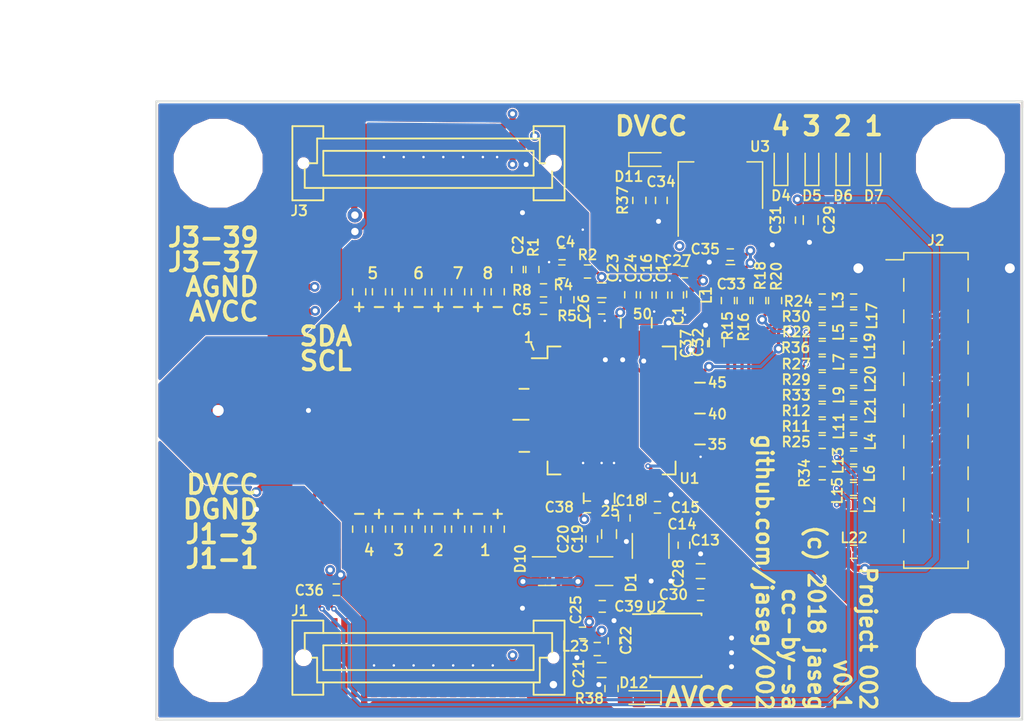
<source format=kicad_pcb>
(kicad_pcb (version 4) (host pcbnew 4.0.7)
  (layers (0 F.Cu signal) (1 In1.Cu signal) (2 In2.Cu signal) (31 B.Cu signal) (34 B.Paste user) (35 F.Paste user) (36 B.SilkS user) (37 F.SilkS user) (38 B.Mask user) (39 F.Mask user) (44 Edge.Cuts user))
  (net 0 "")
  (net 1 VDDA)
  (net 2 VSSA)
  (net 3 "Net-(U1-Pad27)")
  (net 4 "Net-(U1-Pad29)")
  (net 5 GNDD)
  (net 6 VDD)
  (net 7 "Net-(U1-Pad64)")
  (net 8 +BATT)
  (net 9 /BIAS)
  (net 10 "Net-(C21-Pad1)")
  (net 11 "Net-(D1-Pad6)")
  (net 12 /IN3P)
  (net 13 /IN4N)
  (net 14 /IN3N)
  (net 15 /IN4P)
  (net 16 "Net-(D2-Pad6)")
  (net 17 /IN1P)
  (net 18 /IN2N)
  (net 19 /IN1N)
  (net 20 /IN2P)
  (net 21 "Net-(D3-Pad6)")
  (net 22 "Net-(D4-Pad1)")
  (net 23 "Net-(D5-Pad1)")
  (net 24 "Net-(D6-Pad1)")
  (net 25 "Net-(D7-Pad1)")
  (net 26 /IN5P)
  (net 27 /IN6N)
  (net 28 /IN5N)
  (net 29 /IN6P)
  (net 30 "Net-(D8-Pad6)")
  (net 31 /IN7P)
  (net 32 /IN8N)
  (net 33 /IN7N)
  (net 34 /IN8P)
  (net 35 "Net-(D9-Pad6)")
  (net 36 "Net-(D10-Pad1)")
  (net 37 "Net-(D10-Pad2)")
  (net 38 "Net-(D10-Pad6)")
  (net 39 "Net-(J2-Pad5)")
  (net 40 "Net-(J2-Pad9)")
  (net 41 "Net-(J2-Pad10)")
  (net 42 "Net-(J2-Pad11)")
  (net 43 "Net-(J2-Pad12)")
  (net 44 "Net-(J2-Pad13)")
  (net 45 "Net-(J2-Pad14)")
  (net 46 "Net-(J2-Pad15)")
  (net 47 "Net-(J2-Pad17)")
  (net 48 "Net-(J2-Pad18)")
  (net 49 /ADS_NPWDN)
  (net 50 /ADS_NRST)
  (net 51 /ADS_SCK)
  (net 52 /ADS_MISO)
  (net 53 /ADS_MOSI)
  (net 54 /ADS_NCS)
  (net 55 /ADS_START)
  (net 56 /ADS_NDRDY)
  (net 57 /ADS_CLK)
  (net 58 /ADS_CLKSEL)
  (net 59 /ADS_DAISY_IN)
  (net 60 "Net-(U2-Pad4)")
  (net 61 "Net-(D11-Pad1)")
  (net 62 /AVDD1)
  (net 63 /BIASOUT)
  (net 64 /1PD)
  (net 65 /1ND)
  (net 66 /BIASREF)
  (net 67 /BIASINV)
  (net 68 /2PD)
  (net 69 /2ND)
  (net 70 /3PD)
  (net 71 /3ND)
  (net 72 /4PD)
  (net 73 /4ND)
  (net 74 /5PD)
  (net 75 /5ND)
  (net 76 /6PD)
  (net 77 /6ND)
  (net 78 /7PD)
  (net 79 /7ND)
  (net 80 /8PD)
  (net 81 /8ND)
  (net 82 /VCAP1)
  (net 83 /VCAP2)
  (net 84 /VCAP3)
  (net 85 /VCAP4)
  (net 86 /VREFP)
  (net 87 /SRB1)
  (net 88 /SRB2)
  (net 89 /BIASIN)
  (net 90 /ADS_NPWDN_DR)
  (net 91 /ADS_NRST_DR)
  (net 92 /ADS_GPIO4)
  (net 93 /ADS_GPIO3)
  (net 94 /ADS_GPIO2)
  (net 95 /ADS_GPIO1)
  (net 96 /ADS_SCLK_DR)
  (net 97 /ADS_DOUT_DR)
  (net 98 /ADS_DIN_DR)
  (net 99 /ADS_NCS_DR)
  (net 100 /ADS_START_DR)
  (net 101 /ADS_NDRDY_DR)
  (net 102 /ADS_CLK_DR)
  (net 103 /ADS_CLKSEL_DR)
  (net 104 /ADS_DAISY_IN_DR)
  (net 105 "Net-(J1-Pad35)")
  (net 106 "Net-(J2-Pad3)")
  (net 107 "Net-(J2-Pad4)")
  (net 108 "Net-(J2-Pad6)")
  (net 109 "Net-(J2-Pad7)")
  (net 110 "Net-(J2-Pad8)")
  (net 111 "Net-(J1-Pad1)")
  (net 112 /SDA_PT)
  (net 113 "Net-(J1-Pad3)")
  (net 114 /SCL_PT)
  (net 115 "Net-(J3-Pad37)")
  (net 116 "Net-(J3-Pad39)")
  (net 117 "Net-(J3-Pad4)")
  (net 118 "Net-(J3-Pad6)")
  (net 119 "Net-(D12-Pad2)")
  (module Capacitors_SMD:C_0402 (layer F.Cu) (at 145.2 125.4 270)
    (fp_text reference C20 (at 0 2.3 270) (layer F.SilkS) (effects (font (size 0.81 0.81))))
    (fp_text value 100n)
    (pad 1 smd rect (at -0.55 0 270) (size 0.6 0.5) (layers F.Cu F.Paste F.Mask) (net 86 /VREFP))
    (pad 2 smd rect (at 0.55 0 270) (size 0.6 0.5) (layers F.Cu F.Paste F.Mask) (net 2 VSSA))
  )
  (module Resistors_SMD:R_0402 (layer F.Cu) (at 166.37 115)
    (fp_text reference L21 (at 1.355 0 90) (layer F.SilkS) (effects (font (size 0.81 0.81))))
    (fp_text value L_Core_Ferrite_Small hide)
    (pad 1 smd rect (at -0.45 0) (size 0.4 0.6) (layers F.Cu F.Paste F.Mask) (net 50 /ADS_NRST))
    (pad 2 smd rect (at 0.45 0) (size 0.4 0.6) (layers F.Cu F.Paste F.Mask) (net 41 "Net-(J2-Pad10)"))
  )
  (module Mounting_Holes:MountingHole_3.2mm_M3_ISO14580 (layer F.Cu) (at 175 95)
    (fp_text reference REF** hide)
    (fp_text value MountingHole_3.2mm_M3_ISO14580 hide)
    (pad "" np_thru_hole circle (at 0 0) (size 3.2 3.2) (drill 3.2) (layers *.Cu *.Mask) (clearance 2))
  )
  (module Mounting_Holes:MountingHole_3.2mm_M3_ISO14580 (layer F.Cu) (at 175 135)
    (fp_text reference REF** hide)
    (fp_text value MountingHole_3.2mm_M3_ISO14580 hide)
    (pad "" np_thru_hole circle (at 0 0) (size 3.2 3.2) (drill 3.2) (layers *.Cu *.Mask) (clearance 2))
  )
  (module Mounting_Holes:MountingHole_3.2mm_M3_ISO14580 (layer F.Cu) (at 115 135)
    (fp_text reference REF** hide)
    (fp_text value MountingHole_3.2mm_M3_ISO14580 hide)
    (pad "" np_thru_hole circle (at 0 0) (size 3.2 3.2) (drill 3.2) (layers *.Cu *.Mask) (clearance 2))
  )
  (module Housings_QFP:TQFP-64_10x10mm_Pitch0.5mm (layer F.Cu) (at 146.8 115)
    (fp_text reference U1 (at 6.3 5.5) (layer F.SilkS) (effects (font (size 0.81 0.81))))
    (fp_text value ADS1299_TQFP)
    (pad 1 smd rect (at -5.7 -3.75) (size 1.5 0.3) (layers F.Cu F.Paste F.Mask) (net 81 /8ND))
    (pad 2 smd rect (at -5.7 -3.25) (size 1.5 0.3) (layers F.Cu F.Paste F.Mask) (net 80 /8PD))
    (pad 3 smd rect (at -5.7 -2.75) (size 1.5 0.3) (layers F.Cu F.Paste F.Mask) (net 79 /7ND))
    (pad 4 smd rect (at -5.7 -2.25) (size 1.5 0.3) (layers F.Cu F.Paste F.Mask) (net 78 /7PD))
    (pad 5 smd rect (at -5.7 -1.75) (size 1.5 0.3) (layers F.Cu F.Paste F.Mask) (net 77 /6ND))
    (pad 6 smd rect (at -5.7 -1.25) (size 1.5 0.3) (layers F.Cu F.Paste F.Mask) (net 76 /6PD))
    (pad 7 smd rect (at -5.7 -0.75) (size 1.5 0.3) (layers F.Cu F.Paste F.Mask) (net 75 /5ND))
    (pad 8 smd rect (at -5.7 -0.25) (size 1.5 0.3) (layers F.Cu F.Paste F.Mask) (net 74 /5PD))
    (pad 9 smd rect (at -5.7 0.25) (size 1.5 0.3) (layers F.Cu F.Paste F.Mask) (net 73 /4ND))
    (pad 10 smd rect (at -5.7 0.75) (size 1.5 0.3) (layers F.Cu F.Paste F.Mask) (net 72 /4PD))
    (pad 11 smd rect (at -5.7 1.25) (size 1.5 0.3) (layers F.Cu F.Paste F.Mask) (net 71 /3ND))
    (pad 12 smd rect (at -5.7 1.75) (size 1.5 0.3) (layers F.Cu F.Paste F.Mask) (net 70 /3PD))
    (pad 13 smd rect (at -5.7 2.25) (size 1.5 0.3) (layers F.Cu F.Paste F.Mask) (net 69 /2ND))
    (pad 14 smd rect (at -5.7 2.75) (size 1.5 0.3) (layers F.Cu F.Paste F.Mask) (net 68 /2PD))
    (pad 15 smd rect (at -5.7 3.25) (size 1.5 0.3) (layers F.Cu F.Paste F.Mask) (net 65 /1ND))
    (pad 16 smd rect (at -5.7 3.75) (size 1.5 0.3) (layers F.Cu F.Paste F.Mask) (net 64 /1PD))
    (pad 17 smd rect (at -3.75 5.7 90) (size 1.5 0.3) (layers F.Cu F.Paste F.Mask) (net 87 /SRB1))
    (pad 18 smd rect (at -3.25 5.7 90) (size 1.5 0.3) (layers F.Cu F.Paste F.Mask) (net 88 /SRB2))
    (pad 19 smd rect (at -2.75 5.7 90) (size 1.5 0.3) (layers F.Cu F.Paste F.Mask) (net 1 VDDA))
    (pad 20 smd rect (at -2.25 5.7 90) (size 1.5 0.3) (layers F.Cu F.Paste F.Mask) (net 2 VSSA))
    (pad 21 smd rect (at -1.75 5.7 90) (size 1.5 0.3) (layers F.Cu F.Paste F.Mask) (net 1 VDDA))
    (pad 22 smd rect (at -1.25 5.7 90) (size 1.5 0.3) (layers F.Cu F.Paste F.Mask) (net 1 VDDA))
    (pad 23 smd rect (at -0.75 5.7 90) (size 1.5 0.3) (layers F.Cu F.Paste F.Mask) (net 2 VSSA))
    (pad 24 smd rect (at -0.25 5.7 90) (size 1.5 0.3) (layers F.Cu F.Paste F.Mask) (net 86 /VREFP))
    (pad 25 smd rect (at 0.25 5.7 90) (size 1.5 0.3) (layers F.Cu F.Paste F.Mask) (net 2 VSSA))
    (pad 26 smd rect (at 0.75 5.7 90) (size 1.5 0.3) (layers F.Cu F.Paste F.Mask) (net 85 /VCAP4))
    (pad 27 smd rect (at 1.25 5.7 90) (size 1.5 0.3) (layers F.Cu F.Paste F.Mask) (net 3 "Net-(U1-Pad27)"))
    (pad 28 smd rect (at 1.75 5.7 90) (size 1.5 0.3) (layers F.Cu F.Paste F.Mask) (net 82 /VCAP1))
    (pad 29 smd rect (at 2.25 5.7 90) (size 1.5 0.3) (layers F.Cu F.Paste F.Mask) (net 4 "Net-(U1-Pad29)"))
    (pad 30 smd rect (at 2.75 5.7 90) (size 1.5 0.3) (layers F.Cu F.Paste F.Mask) (net 83 /VCAP2))
    (pad 31 smd rect (at 3.25 5.7 90) (size 1.5 0.3) (layers F.Cu F.Paste F.Mask) (net 5 GNDD))
    (pad 32 smd rect (at 3.75 5.7 90) (size 1.5 0.3) (layers F.Cu F.Paste F.Mask) (net 2 VSSA))
    (pad 33 smd rect (at 5.7 3.75) (size 1.5 0.3) (layers F.Cu F.Paste F.Mask) (net 5 GNDD))
    (pad 34 smd rect (at 5.7 3.25) (size 1.5 0.3) (layers F.Cu F.Paste F.Mask) (net 98 /ADS_DIN_DR))
    (pad 35 smd rect (at 5.7 2.75) (size 1.5 0.3) (layers F.Cu F.Paste F.Mask) (net 90 /ADS_NPWDN_DR))
    (pad 36 smd rect (at 5.7 2.25) (size 1.5 0.3) (layers F.Cu F.Paste F.Mask) (net 91 /ADS_NRST_DR))
    (pad 37 smd rect (at 5.7 1.75) (size 1.5 0.3) (layers F.Cu F.Paste F.Mask) (net 102 /ADS_CLK_DR))
    (pad 38 smd rect (at 5.7 1.25) (size 1.5 0.3) (layers F.Cu F.Paste F.Mask) (net 100 /ADS_START_DR))
    (pad 39 smd rect (at 5.7 0.75) (size 1.5 0.3) (layers F.Cu F.Paste F.Mask) (net 99 /ADS_NCS_DR))
    (pad 40 smd rect (at 5.7 0.25) (size 1.5 0.3) (layers F.Cu F.Paste F.Mask) (net 96 /ADS_SCLK_DR))
    (pad 41 smd rect (at 5.7 -0.25) (size 1.5 0.3) (layers F.Cu F.Paste F.Mask) (net 104 /ADS_DAISY_IN_DR))
    (pad 42 smd rect (at 5.7 -0.75) (size 1.5 0.3) (layers F.Cu F.Paste F.Mask) (net 95 /ADS_GPIO1))
    (pad 43 smd rect (at 5.7 -1.25) (size 1.5 0.3) (layers F.Cu F.Paste F.Mask) (net 97 /ADS_DOUT_DR))
    (pad 44 smd rect (at 5.7 -1.75) (size 1.5 0.3) (layers F.Cu F.Paste F.Mask) (net 94 /ADS_GPIO2))
    (pad 45 smd rect (at 5.7 -2.25) (size 1.5 0.3) (layers F.Cu F.Paste F.Mask) (net 93 /ADS_GPIO3))
    (pad 46 smd rect (at 5.7 -2.75) (size 1.5 0.3) (layers F.Cu F.Paste F.Mask) (net 92 /ADS_GPIO4))
    (pad 47 smd rect (at 5.7 -3.25) (size 1.5 0.3) (layers F.Cu F.Paste F.Mask) (net 101 /ADS_NDRDY_DR))
    (pad 48 smd rect (at 5.7 -3.75) (size 1.5 0.3) (layers F.Cu F.Paste F.Mask) (net 6 VDD))
    (pad 49 smd rect (at 3.75 -5.7 90) (size 1.5 0.3) (layers F.Cu F.Paste F.Mask) (net 5 GNDD))
    (pad 50 smd rect (at 3.25 -5.7 90) (size 1.5 0.3) (layers F.Cu F.Paste F.Mask) (net 6 VDD))
    (pad 51 smd rect (at 2.75 -5.7 90) (size 1.5 0.3) (layers F.Cu F.Paste F.Mask) (net 5 GNDD))
    (pad 52 smd rect (at 2.25 -5.7 90) (size 1.5 0.3) (layers F.Cu F.Paste F.Mask) (net 103 /ADS_CLKSEL_DR))
    (pad 53 smd rect (at 1.75 -5.7 90) (size 1.5 0.3) (layers F.Cu F.Paste F.Mask) (net 2 VSSA))
    (pad 54 smd rect (at 1.25 -5.7 90) (size 1.5 0.3) (layers F.Cu F.Paste F.Mask) (net 62 /AVDD1))
    (pad 55 smd rect (at 0.75 -5.7 90) (size 1.5 0.3) (layers F.Cu F.Paste F.Mask) (net 84 /VCAP3))
    (pad 56 smd rect (at 0.25 -5.7 90) (size 1.5 0.3) (layers F.Cu F.Paste F.Mask) (net 1 VDDA))
    (pad 57 smd rect (at -0.25 -5.7 90) (size 1.5 0.3) (layers F.Cu F.Paste F.Mask) (net 2 VSSA))
    (pad 58 smd rect (at -0.75 -5.7 90) (size 1.5 0.3) (layers F.Cu F.Paste F.Mask) (net 2 VSSA))
    (pad 59 smd rect (at -1.25 -5.7 90) (size 1.5 0.3) (layers F.Cu F.Paste F.Mask) (net 1 VDDA))
    (pad 60 smd rect (at -1.75 -5.7 90) (size 1.5 0.3) (layers F.Cu F.Paste F.Mask) (net 66 /BIASREF))
    (pad 61 smd rect (at -2.25 -5.7 90) (size 1.5 0.3) (layers F.Cu F.Paste F.Mask) (net 67 /BIASINV))
    (pad 62 smd rect (at -2.75 -5.7 90) (size 1.5 0.3) (layers F.Cu F.Paste F.Mask) (net 89 /BIASIN))
    (pad 63 smd rect (at -3.25 -5.7 90) (size 1.5 0.3) (layers F.Cu F.Paste F.Mask) (net 63 /BIASOUT))
    (pad 64 smd rect (at -3.75 -5.7 90) (size 1.5 0.3) (layers F.Cu F.Paste F.Mask) (net 7 "Net-(U1-Pad64)"))
  )
  (module TO_SOT_Packages_SMD:SOT-223-3Lead_TabPin2 (layer F.Cu) (at 155.6 96.8 90)
    (fp_text reference U3 (at 3.15 3.2 180) (layer F.SilkS) (effects (font (size 0.81 0.81))))
    (fp_text value LD1117S50TR_SOT223 hide)
    (pad 2 smd rect (at 3.15 0 90) (size 2 3.8) (layers F.Cu F.Paste F.Mask) (net 6 VDD))
    (pad 2 smd rect (at -3.15 0 90) (size 2 1.5) (layers F.Cu F.Paste F.Mask) (net 6 VDD))
    (pad 3 smd rect (at -3.15 2.3 90) (size 2 1.5) (layers F.Cu F.Paste F.Mask) (net 8 +BATT))
    (pad 1 smd rect (at -3.15 -2.3 90) (size 2 1.5) (layers F.Cu F.Paste F.Mask) (net 5 GNDD))
  )
  (module Capacitors_SMD:C_0402 (layer F.Cu) (at 152.146 105.664 90)
    (fp_text reference C1 (at -1.661 0.054 90) (layer F.SilkS) (effects (font (size 0.81 0.81))))
    (fp_text value 1u)
    (pad 1 smd rect (at -0.55 0 90) (size 0.6 0.5) (layers F.Cu F.Paste F.Mask) (net 62 /AVDD1))
    (pad 2 smd rect (at 0.55 0 90) (size 0.6 0.5) (layers F.Cu F.Paste F.Mask) (net 2 VSSA))
  )
  (module Capacitors_SMD:C_0402 (layer F.Cu) (at 139.2 103.6 270)
    (fp_text reference C2 (at -1.975 -0.05 270) (layer F.SilkS) (effects (font (size 0.81 0.81))))
    (fp_text value 0)
    (pad 1 smd rect (at -0.55 0 270) (size 0.6 0.5) (layers F.Cu F.Paste F.Mask) (net 9 /BIAS))
    (pad 2 smd rect (at 0.55 0 270) (size 0.6 0.5) (layers F.Cu F.Paste F.Mask) (net 63 /BIASOUT))
  )
  (module Capacitors_SMD:C_0402 (layer F.Cu) (at 142.7988 102.3366 180)
    (fp_text reference C4 (at -0.2762 0.9616 180) (layer F.SilkS) (effects (font (size 0.81 0.81))))
    (fp_text value 0)
    (pad 1 smd rect (at -0.55 0 180) (size 0.6 0.5) (layers F.Cu F.Paste F.Mask) (net 66 /BIASREF))
    (pad 2 smd rect (at 0.55 0 180) (size 0.6 0.5) (layers F.Cu F.Paste F.Mask) (net 2 VSSA))
  )
  (module Capacitors_SMD:C_0402 (layer F.Cu) (at 141.3002 106.7562)
    (fp_text reference C5 (at -1.7502 0.0938) (layer F.SilkS) (effects (font (size 0.81 0.81))))
    (fp_text value 0)
    (pad 1 smd rect (at -0.55 0) (size 0.6 0.5) (layers F.Cu F.Paste F.Mask) (net 67 /BIASINV))
    (pad 2 smd rect (at 0.55 0) (size 0.6 0.5) (layers F.Cu F.Paste F.Mask) (net 63 /BIASOUT))
  )
  (module Capacitors_SMD:C_0402 (layer F.Cu) (at 152.654 125.899 270)
    (fp_text reference C13 (at -0.399 -1.721 360) (layer F.SilkS) (effects (font (size 0.81 0.81))))
    (fp_text value DNP)
    (pad 1 smd rect (at -0.55 0 270) (size 0.6 0.5) (layers F.Cu F.Paste F.Mask) (net 82 /VCAP1))
    (pad 2 smd rect (at 0.55 0 270) (size 0.6 0.5) (layers F.Cu F.Paste F.Mask) (net 2 VSSA))
  )
  (module Capacitors_SMD:C_0402 (layer F.Cu) (at 150.5116 122.8344)
    (fp_text reference C15 (at 2.2634 0.0156) (layer F.SilkS) (effects (font (size 0.81 0.81))))
    (fp_text value 1u)
    (pad 1 smd rect (at -0.55 0) (size 0.6 0.5) (layers F.Cu F.Paste F.Mask) (net 83 /VCAP2))
    (pad 2 smd rect (at 0.55 0) (size 0.6 0.5) (layers F.Cu F.Paste F.Mask) (net 2 VSSA))
  )
  (module Capacitors_SMD:C_0402 (layer F.Cu) (at 149.606 105.664 90)
    (fp_text reference C16 (at 2.189 0.019 90) (layer F.SilkS) (effects (font (size 0.81 0.81))))
    (fp_text value 1u)
    (pad 1 smd rect (at -0.55 0 90) (size 0.6 0.5) (layers F.Cu F.Paste F.Mask) (net 84 /VCAP3))
    (pad 2 smd rect (at 0.55 0 90) (size 0.6 0.5) (layers F.Cu F.Paste F.Mask) (net 2 VSSA))
  )
  (module Capacitors_SMD:C_0402 (layer F.Cu) (at 150.876 105.664 90)
    (fp_text reference C17 (at 2.189 -0.001 90) (layer F.SilkS) (effects (font (size 0.81 0.81))))
    (fp_text value 100n)
    (pad 1 smd rect (at -0.55 0 90) (size 0.6 0.5) (layers F.Cu F.Paste F.Mask) (net 84 /VCAP3))
    (pad 2 smd rect (at 0.55 0 90) (size 0.6 0.5) (layers F.Cu F.Paste F.Mask) (net 2 VSSA))
  )
  (module Capacitors_SMD:C_0402 (layer F.Cu) (at 147.828 123.698 270)
    (fp_text reference C18 (at -1.398 -0.472 360) (layer F.SilkS) (effects (font (size 0.81 0.81))))
    (fp_text value 1u)
    (pad 1 smd rect (at -0.55 0 270) (size 0.6 0.5) (layers F.Cu F.Paste F.Mask) (net 85 /VCAP4))
    (pad 2 smd rect (at 0.55 0 270) (size 0.6 0.5) (layers F.Cu F.Paste F.Mask) (net 2 VSSA))
  )
  (module Capacitors_SMD:C_0402 (layer F.Cu) (at 147 133.6406 90)
    (fp_text reference C22 (at 0.0406 0.975 90) (layer F.SilkS) (effects (font (size 0.81 0.81))))
    (fp_text value 100n)
    (pad 1 smd rect (at -0.55 0 90) (size 0.6 0.5) (layers F.Cu F.Paste F.Mask) (net 10 "Net-(C21-Pad1)"))
    (pad 2 smd rect (at 0.55 0 90) (size 0.6 0.5) (layers F.Cu F.Paste F.Mask) (net 2 VSSA))
  )
  (module Capacitors_SMD:C_0402 (layer F.Cu) (at 148.336 105.6386 90)
    (fp_text reference C24 (at 2.1636 0.039 90) (layer F.SilkS) (effects (font (size 0.81 0.81))))
    (fp_text value 100n)
    (pad 1 smd rect (at -0.55 0 90) (size 0.6 0.5) (layers F.Cu F.Paste F.Mask) (net 1 VDDA))
    (pad 2 smd rect (at 0.55 0 90) (size 0.6 0.5) (layers F.Cu F.Paste F.Mask) (net 2 VSSA))
  )
  (module Capacitors_SMD:C_0402 (layer F.Cu) (at 144.45 133 180)
    (fp_text reference C25 (at 0.525 1.875 270) (layer F.SilkS) (effects (font (size 0.81 0.81))))
    (fp_text value 100n)
    (pad 1 smd rect (at -0.55 0 180) (size 0.6 0.5) (layers F.Cu F.Paste F.Mask) (net 1 VDDA))
    (pad 2 smd rect (at 0.55 0 180) (size 0.6 0.5) (layers F.Cu F.Paste F.Mask) (net 2 VSSA))
  )
  (module Capacitors_SMD:C_0402 (layer F.Cu) (at 145.9992 106.7308)
    (fp_text reference C26 (at -1.4492 0.0192 90) (layer F.SilkS) (effects (font (size 0.81 0.81))))
    (fp_text value 100n)
    (pad 1 smd rect (at -0.55 0) (size 0.6 0.5) (layers F.Cu F.Paste F.Mask) (net 1 VDDA))
    (pad 2 smd rect (at 0.55 0) (size 0.6 0.5) (layers F.Cu F.Paste F.Mask) (net 2 VSSA))
  )
  (module Capacitors_SMD:C_0402 (layer F.Cu) (at 152.7 103.8 180)
    (fp_text reference C27 (at 0.625 0.925 180) (layer F.SilkS) (effects (font (size 0.81 0.81))))
    (fp_text value 100n)
    (pad 1 smd rect (at -0.55 0 180) (size 0.6 0.5) (layers F.Cu F.Paste F.Mask) (net 1 VDDA))
    (pad 2 smd rect (at 0.55 0 180) (size 0.6 0.5) (layers F.Cu F.Paste F.Mask) (net 2 VSSA))
  )
  (module Capacitors_SMD:C_0402 (layer F.Cu) (at 154 129.9 180)
    (fp_text reference C30 (at 2.2 0 180) (layer F.SilkS) (effects (font (size 0.81 0.81))))
    (fp_text value 100n)
    (pad 1 smd rect (at -0.55 0 180) (size 0.6 0.5) (layers F.Cu F.Paste F.Mask) (net 8 +BATT))
    (pad 2 smd rect (at 0.55 0 180) (size 0.6 0.5) (layers F.Cu F.Paste F.Mask) (net 2 VSSA))
  )
  (module Capacitors_SMD:C_0402 (layer F.Cu) (at 161.2 99.6 270)
    (fp_text reference C31 (at 0 1.125 270) (layer F.SilkS) (effects (font (size 0.81 0.81))))
    (fp_text value 100n)
    (pad 1 smd rect (at -0.55 0 270) (size 0.6 0.5) (layers F.Cu F.Paste F.Mask) (net 8 +BATT))
    (pad 2 smd rect (at 0.55 0 270) (size 0.6 0.5) (layers F.Cu F.Paste F.Mask) (net 5 GNDD))
  )
  (module Capacitors_SMD:C_0402 (layer F.Cu) (at 150.828 98.006 270)
    (fp_text reference C34 (at -1.506 0.028 360) (layer F.SilkS) (effects (font (size 0.81 0.81))))
    (fp_text value 100n)
    (pad 1 smd rect (at -0.55 0 270) (size 0.6 0.5) (layers F.Cu F.Paste F.Mask) (net 6 VDD))
    (pad 2 smd rect (at 0.55 0 270) (size 0.6 0.5) (layers F.Cu F.Paste F.Mask) (net 5 GNDD))
  )
  (module Capacitors_SMD:C_0402 (layer F.Cu) (at 156.4 102.4 180)
    (fp_text reference C35 (at 2.025 0.45 180) (layer F.SilkS) (effects (font (size 0.81 0.81))))
    (fp_text value 100n)
    (pad 1 smd rect (at -0.55 0 180) (size 0.6 0.5) (layers F.Cu F.Paste F.Mask) (net 6 VDD))
    (pad 2 smd rect (at 0.55 0 180) (size 0.6 0.5) (layers F.Cu F.Paste F.Mask) (net 5 GNDD))
  )
  (module Capacitors_SMD:C_0402 (layer F.Cu) (at 124.55 129.5)
    (fp_text reference C36 (at -2.175 0.05) (layer F.SilkS) (effects (font (size 0.81 0.81))))
    (fp_text value 100n)
    (pad 1 smd rect (at -0.55 0) (size 0.6 0.5) (layers F.Cu F.Paste F.Mask) (net 6 VDD))
    (pad 2 smd rect (at 0.55 0) (size 0.6 0.5) (layers F.Cu F.Paste F.Mask) (net 5 GNDD))
  )
  (module Capacitors_SMD:C_0402 (layer F.Cu) (at 154.1 109.6 90)
    (fp_text reference C37 (at 0 -1.27 90) (layer F.SilkS) (effects (font (size 0.81 0.81))))
    (fp_text value 100n)
    (pad 1 smd rect (at -0.55 0 90) (size 0.6 0.5) (layers F.Cu F.Paste F.Mask) (net 6 VDD))
    (pad 2 smd rect (at 0.55 0 90) (size 0.6 0.5) (layers F.Cu F.Paste F.Mask) (net 5 GNDD))
  )
  (module TO_SOT_Packages_SMD:SOT-363_SC-70-6 (layer F.Cu) (at 146.2 128)
    (fp_text reference D1 (at 2.175 0.925 90) (layer F.SilkS) (effects (font (size 0.81 0.81))))
    (fp_text value TPD4E1B06)
    (pad 1 smd rect (at -0.95 -0.65) (size 0.65 0.4) (layers F.Cu F.Paste F.Mask) (net 9 /BIAS))
    (pad 3 smd rect (at -0.95 0.65) (size 0.65 0.4) (layers F.Cu F.Paste F.Mask) (net 2 VSSA))
    (pad 5 smd rect (at 0.95 0) (size 0.65 0.4) (layers F.Cu F.Paste F.Mask) (net 9 /BIAS))
    (pad 2 smd rect (at -0.95 0) (size 0.65 0.4) (layers F.Cu F.Paste F.Mask) (net 9 /BIAS))
    (pad 4 smd rect (at 0.95 0.65) (size 0.65 0.4) (layers F.Cu F.Paste F.Mask) (net 9 /BIAS))
    (pad 6 smd rect (at 0.95 -0.65) (size 0.65 0.4) (layers F.Cu F.Paste F.Mask) (net 11 "Net-(D1-Pad6)"))
  )
  (module LEDs:LED_0603_HandSoldering (layer F.Cu) (at 160.5 95 90)
    (fp_text reference D4 (at -2.625 0 180) (layer F.SilkS) (effects (font (size 0.81 0.81))))
    (fp_text value red)
    (pad 1 smd rect (at -1.1 0 90) (size 1.2 0.9) (layers F.Cu F.Paste F.Mask) (net 22 "Net-(D4-Pad1)"))
    (pad 2 smd rect (at 1.1 0 90) (size 1.2 0.9) (layers F.Cu F.Paste F.Mask) (net 6 VDD))
  )
  (module LEDs:LED_0603_HandSoldering (layer F.Cu) (at 163 95 90)
    (fp_text reference D5 (at -2.625 0 180) (layer F.SilkS) (effects (font (size 0.81 0.81))))
    (fp_text value red)
    (pad 1 smd rect (at -1.1 0 90) (size 1.2 0.9) (layers F.Cu F.Paste F.Mask) (net 23 "Net-(D5-Pad1)"))
    (pad 2 smd rect (at 1.1 0 90) (size 1.2 0.9) (layers F.Cu F.Paste F.Mask) (net 6 VDD))
  )
  (module LEDs:LED_0603_HandSoldering (layer F.Cu) (at 165.5 95 90)
    (fp_text reference D6 (at -2.625 0.025 180) (layer F.SilkS) (effects (font (size 0.81 0.81))))
    (fp_text value red)
    (pad 1 smd rect (at -1.1 0 90) (size 1.2 0.9) (layers F.Cu F.Paste F.Mask) (net 24 "Net-(D6-Pad1)"))
    (pad 2 smd rect (at 1.1 0 90) (size 1.2 0.9) (layers F.Cu F.Paste F.Mask) (net 6 VDD))
  )
  (module LEDs:LED_0603_HandSoldering (layer F.Cu) (at 168 95 90)
    (fp_text reference D7 (at -2.625 0 180) (layer F.SilkS) (effects (font (size 0.81 0.81))))
    (fp_text value red)
    (pad 1 smd rect (at -1.1 0 90) (size 1.2 0.9) (layers F.Cu F.Paste F.Mask) (net 25 "Net-(D7-Pad1)"))
    (pad 2 smd rect (at 1.1 0 90) (size 1.2 0.9) (layers F.Cu F.Paste F.Mask) (net 6 VDD))
  )
  (module TO_SOT_Packages_SMD:SOT-363_SC-70-6 (layer F.Cu) (at 141.6 128)
    (fp_text reference D10 (at -2.175 -1 90) (layer F.SilkS) (effects (font (size 0.81 0.81))))
    (fp_text value TPD4E1B06)
    (pad 1 smd rect (at -0.95 -0.65) (size 0.65 0.4) (layers F.Cu F.Paste F.Mask) (net 36 "Net-(D10-Pad1)"))
    (pad 3 smd rect (at -0.95 0.65) (size 0.65 0.4) (layers F.Cu F.Paste F.Mask) (net 9 /BIAS))
    (pad 5 smd rect (at 0.95 0) (size 0.65 0.4) (layers F.Cu F.Paste F.Mask) (net 87 /SRB1))
    (pad 2 smd rect (at -0.95 0) (size 0.65 0.4) (layers F.Cu F.Paste F.Mask) (net 37 "Net-(D10-Pad2)"))
    (pad 4 smd rect (at 0.95 0.65) (size 0.65 0.4) (layers F.Cu F.Paste F.Mask) (net 88 /SRB2))
    (pad 6 smd rect (at 0.95 -0.65) (size 0.65 0.4) (layers F.Cu F.Paste F.Mask) (net 38 "Net-(D10-Pad6)"))
  )
  (module Resistors_SMD:R_0402 (layer F.Cu) (at 153.4 105.6 270)
    (fp_text reference L1 (at 0.075 -1.075 270) (layer F.SilkS) (effects (font (size 0.81 0.81))))
    (fp_text value L_Core_Ferrite_Small hide)
    (pad 1 smd rect (at -0.45 0 270) (size 0.4 0.6) (layers F.Cu F.Paste F.Mask) (net 1 VDDA))
    (pad 2 smd rect (at 0.45 0 270) (size 0.4 0.6) (layers F.Cu F.Paste F.Mask) (net 62 /AVDD1))
  )
  (module Resistors_SMD:R_0402 (layer F.Cu) (at 166.37 106.11)
    (fp_text reference L3 (at -1.245 -0.035 90) (layer F.SilkS) (effects (font (size 0.81 0.81))))
    (fp_text value L_Core_Ferrite_Small hide)
    (pad 1 smd rect (at -0.45 0) (size 0.4 0.6) (layers F.Cu F.Paste F.Mask) (net 52 /ADS_MISO))
    (pad 2 smd rect (at 0.45 0) (size 0.4 0.6) (layers F.Cu F.Paste F.Mask) (net 106 "Net-(J2-Pad3)"))
  )
  (module Resistors_SMD:R_0402 (layer F.Cu) (at 166.37 108.65)
    (fp_text reference L5 (at -1.22 0.025 90) (layer F.SilkS) (effects (font (size 0.81 0.81))))
    (fp_text value L_Core_Ferrite_Small hide)
    (pad 1 smd rect (at -0.45 0) (size 0.4 0.6) (layers F.Cu F.Paste F.Mask) (net 51 /ADS_SCK))
    (pad 2 smd rect (at 0.45 0) (size 0.4 0.6) (layers F.Cu F.Paste F.Mask) (net 39 "Net-(J2-Pad5)"))
  )
  (module Resistors_SMD:R_0402 (layer F.Cu) (at 166.37 111.19)
    (fp_text reference L7 (at -1.195 -0.09 90) (layer F.SilkS) (effects (font (size 0.81 0.81))))
    (fp_text value L_Core_Ferrite_Small hide)
    (pad 1 smd rect (at -0.45 0) (size 0.4 0.6) (layers F.Cu F.Paste F.Mask) (net 54 /ADS_NCS))
    (pad 2 smd rect (at 0.45 0) (size 0.4 0.6) (layers F.Cu F.Paste F.Mask) (net 109 "Net-(J2-Pad7)"))
  )
  (module Resistors_SMD:R_0402 (layer F.Cu) (at 166.37 113.73)
    (fp_text reference L9 (at -1.195 0.02 90) (layer F.SilkS) (effects (font (size 0.81 0.81))))
    (fp_text value L_Core_Ferrite_Small hide)
    (pad 1 smd rect (at -0.45 0) (size 0.4 0.6) (layers F.Cu F.Paste F.Mask) (net 57 /ADS_CLK))
    (pad 2 smd rect (at 0.45 0) (size 0.4 0.6) (layers F.Cu F.Paste F.Mask) (net 40 "Net-(J2-Pad9)"))
  )
  (module Resistors_SMD:R_0402 (layer F.Cu) (at 166.37 116.27)
    (fp_text reference L11 (at -1.195 0.005 90) (layer F.SilkS) (effects (font (size 0.81 0.81))))
    (fp_text value L_Core_Ferrite_Small hide)
    (pad 1 smd rect (at -0.45 0) (size 0.4 0.6) (layers F.Cu F.Paste F.Mask) (net 49 /ADS_NPWDN))
    (pad 2 smd rect (at 0.45 0) (size 0.4 0.6) (layers F.Cu F.Paste F.Mask) (net 42 "Net-(J2-Pad11)"))
  )
  (module Resistors_SMD:R_0402 (layer F.Cu) (at 166.37 118.81)
    (fp_text reference L13 (at -1.245 0.24 90) (layer F.SilkS) (effects (font (size 0.81 0.81))))
    (fp_text value L_Core_Ferrite_Small hide)
    (pad 1 smd rect (at -0.45 0) (size 0.4 0.6) (layers F.Cu F.Paste F.Mask) (net 112 /SDA_PT))
    (pad 2 smd rect (at 0.45 0) (size 0.4 0.6) (layers F.Cu F.Paste F.Mask) (net 44 "Net-(J2-Pad13)"))
  )
  (module Resistors_SMD:R_0402 (layer F.Cu) (at 166.37 121.35)
    (fp_text reference L15 (at -1.32 0.15 90) (layer F.SilkS) (effects (font (size 0.81 0.81))))
    (fp_text value L_Core_Ferrite_Small hide)
    (pad 1 smd rect (at -0.45 0) (size 0.4 0.6) (layers F.Cu F.Paste F.Mask) (net 114 /SCL_PT))
    (pad 2 smd rect (at 0.45 0) (size 0.4 0.6) (layers F.Cu F.Paste F.Mask) (net 46 "Net-(J2-Pad15)"))
  )
  (module Resistors_SMD:R_0402 (layer F.Cu) (at 166.37 107.38)
    (fp_text reference L17 (at 1.48 -0.03 90) (layer F.SilkS) (effects (font (size 0.81 0.81))))
    (fp_text value L_Core_Ferrite_Small hide)
    (pad 1 smd rect (at -0.45 0) (size 0.4 0.6) (layers F.Cu F.Paste F.Mask) (net 56 /ADS_NDRDY))
    (pad 2 smd rect (at 0.45 0) (size 0.4 0.6) (layers F.Cu F.Paste F.Mask) (net 107 "Net-(J2-Pad4)"))
  )
  (module Resistors_SMD:R_0402 (layer F.Cu) (at 166.37 109.92)
    (fp_text reference L19 (at 1.305 -0.12 90) (layer F.SilkS) (effects (font (size 0.81 0.81))))
    (fp_text value L_Core_Ferrite_Small hide)
    (pad 1 smd rect (at -0.45 0) (size 0.4 0.6) (layers F.Cu F.Paste F.Mask) (net 59 /ADS_DAISY_IN))
    (pad 2 smd rect (at 0.45 0) (size 0.4 0.6) (layers F.Cu F.Paste F.Mask) (net 108 "Net-(J2-Pad6)"))
  )
  (module Resistors_SMD:R_0402 (layer F.Cu) (at 166.37 112.46)
    (fp_text reference L20 (at 1.355 -0.01 90) (layer F.SilkS) (effects (font (size 0.81 0.81))))
    (fp_text value L_Core_Ferrite_Small hide)
    (pad 1 smd rect (at -0.45 0) (size 0.4 0.6) (layers F.Cu F.Paste F.Mask) (net 55 /ADS_START))
    (pad 2 smd rect (at 0.45 0) (size 0.4 0.6) (layers F.Cu F.Paste F.Mask) (net 110 "Net-(J2-Pad8)"))
  )
  (module Resistors_SMD:R_0402 (layer F.Cu) (at 166.37 126.43 180)
    (fp_text reference L22 (at -0.03 1.13 180) (layer F.SilkS) (effects (font (size 0.81 0.81))))
    (fp_text value L_Core_Ferrite_Small hide)
    (pad 1 smd rect (at -0.45 0 180) (size 0.4 0.6) (layers F.Cu F.Paste F.Mask) (net 47 "Net-(J2-Pad17)"))
    (pad 2 smd rect (at 0.45 0 180) (size 0.4 0.6) (layers F.Cu F.Paste F.Mask) (net 8 +BATT))
  )
  (module Resistors_SMD:R_0402 (layer F.Cu) (at 145.6432 134.301 180)
    (fp_text reference L23 (at 1.7682 0.226 360) (layer F.SilkS) (effects (font (size 0.81 0.81))))
    (fp_text value 0)
    (pad 1 smd rect (at -0.45 0 180) (size 0.4 0.6) (layers F.Cu F.Paste F.Mask) (net 10 "Net-(C21-Pad1)"))
    (pad 2 smd rect (at 0.45 0 180) (size 0.4 0.6) (layers F.Cu F.Paste F.Mask) (net 1 VDDA))
  )
  (module Resistors_SMD:R_0402 (layer F.Cu) (at 140.4 103.6 90)
    (fp_text reference R1 (at 1.8 0.075 90) (layer F.SilkS) (effects (font (size 0.81 0.81))))
    (fp_text value 2k2)
    (pad 1 smd rect (at -0.45 0 90) (size 0.4 0.6) (layers F.Cu F.Paste F.Mask) (net 63 /BIASOUT))
    (pad 2 smd rect (at 0.45 0 90) (size 0.4 0.6) (layers F.Cu F.Paste F.Mask) (net 9 /BIAS))
  )
  (module Resistors_SMD:R_0402 (layer F.Cu) (at 144.8562 103.759)
    (fp_text reference R2 (at 0 -1.35) (layer F.SilkS) (effects (font (size 0.81 0.81))))
    (fp_text value 10k)
    (pad 1 smd rect (at -0.45 0) (size 0.4 0.6) (layers F.Cu F.Paste F.Mask) (net 66 /BIASREF))
    (pad 2 smd rect (at 0.45 0) (size 0.4 0.6) (layers F.Cu F.Paste F.Mask) (net 1 VDDA))
  )
  (module Resistors_SMD:R_0402 (layer F.Cu) (at 137.6 124.6 270)
    (fp_text reference R3 hide)
    (fp_text value 2k2)
    (pad 1 smd rect (at -0.45 0 270) (size 0.4 0.6) (layers F.Cu F.Paste F.Mask) (net 64 /1PD))
    (pad 2 smd rect (at 0.45 0 270) (size 0.4 0.6) (layers F.Cu F.Paste F.Mask) (net 17 /IN1P))
  )
  (module Resistors_SMD:R_0402 (layer F.Cu) (at 142.7806 103.759)
    (fp_text reference R4 (at 0.1194 1.091 180) (layer F.SilkS) (effects (font (size 0.81 0.81))))
    (fp_text value 10k)
    (pad 1 smd rect (at -0.45 0) (size 0.4 0.6) (layers F.Cu F.Paste F.Mask) (net 2 VSSA))
    (pad 2 smd rect (at 0.45 0) (size 0.4 0.6) (layers F.Cu F.Paste F.Mask) (net 66 /BIASREF))
  )
  (module Resistors_SMD:R_0402 (layer F.Cu) (at 143.2306 106.045 270)
    (fp_text reference R5 (at 1.305 0.0306 360) (layer F.SilkS) (effects (font (size 0.81 0.81))))
    (fp_text value 0)
    (pad 1 smd rect (at -0.45 0 270) (size 0.4 0.6) (layers F.Cu F.Paste F.Mask) (net 63 /BIASOUT))
    (pad 2 smd rect (at 0.45 0 270) (size 0.4 0.6) (layers F.Cu F.Paste F.Mask) (net 89 /BIASIN))
  )
  (module Resistors_SMD:R_0402 (layer F.Cu) (at 136 124.6 270)
    (fp_text reference R6 hide)
    (fp_text value 2k2)
    (pad 1 smd rect (at -0.45 0 270) (size 0.4 0.6) (layers F.Cu F.Paste F.Mask) (net 65 /1ND))
    (pad 2 smd rect (at 0.45 0 270) (size 0.4 0.6) (layers F.Cu F.Paste F.Mask) (net 19 /IN1N))
  )
  (module Resistors_SMD:R_0402 (layer F.Cu) (at 134.4 124.6 270)
    (fp_text reference R7 hide)
    (fp_text value 2k2)
    (pad 1 smd rect (at -0.45 0 270) (size 0.4 0.6) (layers F.Cu F.Paste F.Mask) (net 68 /2PD))
    (pad 2 smd rect (at 0.45 0 270) (size 0.4 0.6) (layers F.Cu F.Paste F.Mask) (net 20 /IN2P))
  )
  (module Resistors_SMD:R_0402 (layer F.Cu) (at 141.3002 105.283 180)
    (fp_text reference R8 (at 1.7502 0.008 180) (layer F.SilkS) (effects (font (size 0.81 0.81))))
    (fp_text value 0)
    (pad 1 smd rect (at -0.45 0 180) (size 0.4 0.6) (layers F.Cu F.Paste F.Mask) (net 63 /BIASOUT))
    (pad 2 smd rect (at 0.45 0 180) (size 0.4 0.6) (layers F.Cu F.Paste F.Mask) (net 67 /BIASINV))
  )
  (module Resistors_SMD:R_0402 (layer F.Cu) (at 132.8 124.6 270)
    (fp_text reference R9 hide)
    (fp_text value 2k2)
    (pad 1 smd rect (at -0.45 0 270) (size 0.4 0.6) (layers F.Cu F.Paste F.Mask) (net 69 /2ND))
    (pad 2 smd rect (at 0.45 0 270) (size 0.4 0.6) (layers F.Cu F.Paste F.Mask) (net 18 /IN2N))
  )
  (module Resistors_SMD:R_0402 (layer F.Cu) (at 131.2 124.6 270)
    (fp_text reference R10 hide)
    (fp_text value 2k2)
    (pad 1 smd rect (at -0.45 0 270) (size 0.4 0.6) (layers F.Cu F.Paste F.Mask) (net 70 /3PD))
    (pad 2 smd rect (at 0.45 0 270) (size 0.4 0.6) (layers F.Cu F.Paste F.Mask) (net 12 /IN3P))
  )
  (module Resistors_SMD:R_0402 (layer F.Cu) (at 163.83 116.27 180)
    (fp_text reference R11 (at 2.105 -0.02 360) (layer F.SilkS) (effects (font (size 0.81 0.81))))
    (fp_text value 0)
    (pad 1 smd rect (at -0.45 0 180) (size 0.4 0.6) (layers F.Cu F.Paste F.Mask) (net 49 /ADS_NPWDN))
    (pad 2 smd rect (at 0.45 0 180) (size 0.4 0.6) (layers F.Cu F.Paste F.Mask) (net 90 /ADS_NPWDN_DR))
  )
  (module Resistors_SMD:R_0402 (layer F.Cu) (at 163.83 115 180)
    (fp_text reference R12 (at 2.105 -0.03 360) (layer F.SilkS) (effects (font (size 0.81 0.81))))
    (fp_text value 0)
    (pad 1 smd rect (at -0.45 0 180) (size 0.4 0.6) (layers F.Cu F.Paste F.Mask) (net 50 /ADS_NRST))
    (pad 2 smd rect (at 0.45 0 180) (size 0.4 0.6) (layers F.Cu F.Paste F.Mask) (net 91 /ADS_NRST_DR))
  )
  (module Resistors_SMD:R_0402 (layer F.Cu) (at 129.6 124.6 270)
    (fp_text reference R13 hide)
    (fp_text value 2k2)
    (pad 1 smd rect (at -0.45 0 270) (size 0.4 0.6) (layers F.Cu F.Paste F.Mask) (net 71 /3ND))
    (pad 2 smd rect (at 0.45 0 270) (size 0.4 0.6) (layers F.Cu F.Paste F.Mask) (net 14 /IN3N))
  )
  (module Resistors_SMD:R_0402 (layer F.Cu) (at 128 124.6 270)
    (fp_text reference R14 hide)
    (fp_text value 2k2)
    (pad 1 smd rect (at -0.45 0 270) (size 0.4 0.6) (layers F.Cu F.Paste F.Mask) (net 72 /4PD))
    (pad 2 smd rect (at 0.45 0 270) (size 0.4 0.6) (layers F.Cu F.Paste F.Mask) (net 15 /IN4P))
  )
  (module Resistors_SMD:R_0402 (layer F.Cu) (at 156.21 106.11 270)
    (fp_text reference R15 (at 2.04 0.035 270) (layer F.SilkS) (effects (font (size 0.81 0.81))))
    (fp_text value 220)
    (pad 1 smd rect (at -0.45 0 270) (size 0.4 0.6) (layers F.Cu F.Paste F.Mask) (net 22 "Net-(D4-Pad1)"))
    (pad 2 smd rect (at 0.45 0 270) (size 0.4 0.6) (layers F.Cu F.Paste F.Mask) (net 92 /ADS_GPIO4))
  )
  (module Resistors_SMD:R_0402 (layer F.Cu) (at 157.48 106.11 270)
    (fp_text reference R16 (at 2.14 0.005 270) (layer F.SilkS) (effects (font (size 0.81 0.81))))
    (fp_text value 220)
    (pad 1 smd rect (at -0.45 0 270) (size 0.4 0.6) (layers F.Cu F.Paste F.Mask) (net 23 "Net-(D5-Pad1)"))
    (pad 2 smd rect (at 0.45 0 270) (size 0.4 0.6) (layers F.Cu F.Paste F.Mask) (net 93 /ADS_GPIO3))
  )
  (module Resistors_SMD:R_0402 (layer F.Cu) (at 126.4 124.6 270)
    (fp_text reference R17 hide)
    (fp_text value 2k2)
    (pad 1 smd rect (at -0.45 0 270) (size 0.4 0.6) (layers F.Cu F.Paste F.Mask) (net 73 /4ND))
    (pad 2 smd rect (at 0.45 0 270) (size 0.4 0.6) (layers F.Cu F.Paste F.Mask) (net 13 /IN4N))
  )
  (module Resistors_SMD:R_0402 (layer F.Cu) (at 158.75 106.11 270)
    (fp_text reference R18 (at -2.01 -0.075 270) (layer F.SilkS) (effects (font (size 0.81 0.81))))
    (fp_text value 220)
    (pad 1 smd rect (at -0.45 0 270) (size 0.4 0.6) (layers F.Cu F.Paste F.Mask) (net 24 "Net-(D6-Pad1)"))
    (pad 2 smd rect (at 0.45 0 270) (size 0.4 0.6) (layers F.Cu F.Paste F.Mask) (net 94 /ADS_GPIO2))
  )
  (module Resistors_SMD:R_0402 (layer F.Cu) (at 126.4 105.4 90)
    (fp_text reference R19 hide)
    (fp_text value 2k2)
    (pad 1 smd rect (at -0.45 0 90) (size 0.4 0.6) (layers F.Cu F.Paste F.Mask) (net 74 /5PD))
    (pad 2 smd rect (at 0.45 0 90) (size 0.4 0.6) (layers F.Cu F.Paste F.Mask) (net 26 /IN5P))
  )
  (module Resistors_SMD:R_0402 (layer F.Cu) (at 160.02 106.11 270)
    (fp_text reference R20 (at -1.96 -0.105 270) (layer F.SilkS) (effects (font (size 0.81 0.81))))
    (fp_text value 220)
    (pad 1 smd rect (at -0.45 0 270) (size 0.4 0.6) (layers F.Cu F.Paste F.Mask) (net 25 "Net-(D7-Pad1)"))
    (pad 2 smd rect (at 0.45 0 270) (size 0.4 0.6) (layers F.Cu F.Paste F.Mask) (net 95 /ADS_GPIO1))
  )
  (module Resistors_SMD:R_0402 (layer F.Cu) (at 128 105.4 90)
    (fp_text reference R21 hide)
    (fp_text value 2k2)
    (pad 1 smd rect (at -0.45 0 90) (size 0.4 0.6) (layers F.Cu F.Paste F.Mask) (net 75 /5ND))
    (pad 2 smd rect (at 0.45 0 90) (size 0.4 0.6) (layers F.Cu F.Paste F.Mask) (net 28 /IN5N))
  )
  (module Resistors_SMD:R_0402 (layer F.Cu) (at 163.83 108.65 180)
    (fp_text reference R22 (at 2.08 0 180) (layer F.SilkS) (effects (font (size 0.81 0.81))))
    (fp_text value 0)
    (pad 1 smd rect (at -0.45 0 180) (size 0.4 0.6) (layers F.Cu F.Paste F.Mask) (net 51 /ADS_SCK))
    (pad 2 smd rect (at 0.45 0 180) (size 0.4 0.6) (layers F.Cu F.Paste F.Mask) (net 96 /ADS_SCLK_DR))
  )
  (module Resistors_SMD:R_0402 (layer F.Cu) (at 129.6 105.4 90)
    (fp_text reference R23 hide)
    (fp_text value 2k2)
    (pad 1 smd rect (at -0.45 0 90) (size 0.4 0.6) (layers F.Cu F.Paste F.Mask) (net 76 /6PD))
    (pad 2 smd rect (at 0.45 0 90) (size 0.4 0.6) (layers F.Cu F.Paste F.Mask) (net 29 /IN6P))
  )
  (module Resistors_SMD:R_0402 (layer F.Cu) (at 163.83 106.11 180)
    (fp_text reference R24 (at 1.93 -0.065 180) (layer F.SilkS) (effects (font (size 0.81 0.81))))
    (fp_text value 0)
    (pad 1 smd rect (at -0.45 0 180) (size 0.4 0.6) (layers F.Cu F.Paste F.Mask) (net 52 /ADS_MISO))
    (pad 2 smd rect (at 0.45 0 180) (size 0.4 0.6) (layers F.Cu F.Paste F.Mask) (net 97 /ADS_DOUT_DR))
  )
  (module Resistors_SMD:R_0402 (layer F.Cu) (at 163.83 117.54 180)
    (fp_text reference R25 (at 2.105 -0.01 360) (layer F.SilkS) (effects (font (size 0.81 0.81))))
    (fp_text value 0)
    (pad 1 smd rect (at -0.45 0 180) (size 0.4 0.6) (layers F.Cu F.Paste F.Mask) (net 53 /ADS_MOSI))
    (pad 2 smd rect (at 0.45 0 180) (size 0.4 0.6) (layers F.Cu F.Paste F.Mask) (net 98 /ADS_DIN_DR))
  )
  (module Resistors_SMD:R_0402 (layer F.Cu) (at 131.2 105.4 90)
    (fp_text reference R26 hide)
    (fp_text value 2k2)
    (pad 1 smd rect (at -0.45 0 90) (size 0.4 0.6) (layers F.Cu F.Paste F.Mask) (net 77 /6ND))
    (pad 2 smd rect (at 0.45 0 90) (size 0.4 0.6) (layers F.Cu F.Paste F.Mask) (net 27 /IN6N))
  )
  (module Resistors_SMD:R_0402 (layer F.Cu) (at 163.83 111.19 180)
    (fp_text reference R27 (at 2.105 -0.06 180) (layer F.SilkS) (effects (font (size 0.81 0.81))))
    (fp_text value 0)
    (pad 1 smd rect (at -0.45 0 180) (size 0.4 0.6) (layers F.Cu F.Paste F.Mask) (net 54 /ADS_NCS))
    (pad 2 smd rect (at 0.45 0 180) (size 0.4 0.6) (layers F.Cu F.Paste F.Mask) (net 99 /ADS_NCS_DR))
  )
  (module Resistors_SMD:R_0402 (layer F.Cu) (at 132.8 105.4 90)
    (fp_text reference R28 hide)
    (fp_text value 2k2)
    (pad 1 smd rect (at -0.45 0 90) (size 0.4 0.6) (layers F.Cu F.Paste F.Mask) (net 78 /7PD))
    (pad 2 smd rect (at 0.45 0 90) (size 0.4 0.6) (layers F.Cu F.Paste F.Mask) (net 31 /IN7P))
  )
  (module Resistors_SMD:R_0402 (layer F.Cu) (at 163.83 112.46 180)
    (fp_text reference R29 (at 2.105 -0.05 180) (layer F.SilkS) (effects (font (size 0.81 0.81))))
    (fp_text value 0)
    (pad 1 smd rect (at -0.45 0 180) (size 0.4 0.6) (layers F.Cu F.Paste F.Mask) (net 55 /ADS_START))
    (pad 2 smd rect (at 0.45 0 180) (size 0.4 0.6) (layers F.Cu F.Paste F.Mask) (net 100 /ADS_START_DR))
  )
  (module Resistors_SMD:R_0402 (layer F.Cu) (at 163.83 107.38 180)
    (fp_text reference R30 (at 2.105 -0.02 180) (layer F.SilkS) (effects (font (size 0.81 0.81))))
    (fp_text value 0)
    (pad 1 smd rect (at -0.45 0 180) (size 0.4 0.6) (layers F.Cu F.Paste F.Mask) (net 56 /ADS_NDRDY))
    (pad 2 smd rect (at 0.45 0 180) (size 0.4 0.6) (layers F.Cu F.Paste F.Mask) (net 101 /ADS_NDRDY_DR))
  )
  (module Resistors_SMD:R_0402 (layer F.Cu) (at 134.4 105.4 90)
    (fp_text reference R31 hide)
    (fp_text value 2k2)
    (pad 1 smd rect (at -0.45 0 90) (size 0.4 0.6) (layers F.Cu F.Paste F.Mask) (net 79 /7ND))
    (pad 2 smd rect (at 0.45 0 90) (size 0.4 0.6) (layers F.Cu F.Paste F.Mask) (net 33 /IN7N))
  )
  (module Resistors_SMD:R_0402 (layer F.Cu) (at 136 105.4 90)
    (fp_text reference R32 hide)
    (fp_text value 2k2)
    (pad 1 smd rect (at -0.45 0 90) (size 0.4 0.6) (layers F.Cu F.Paste F.Mask) (net 80 /8PD))
    (pad 2 smd rect (at 0.45 0 90) (size 0.4 0.6) (layers F.Cu F.Paste F.Mask) (net 34 /IN8P))
  )
  (module Resistors_SMD:R_0402 (layer F.Cu) (at 163.83 113.73 180)
    (fp_text reference R33 (at 2.105 -0.04 180) (layer F.SilkS) (effects (font (size 0.81 0.81))))
    (fp_text value 0)
    (pad 1 smd rect (at -0.45 0 180) (size 0.4 0.6) (layers F.Cu F.Paste F.Mask) (net 57 /ADS_CLK))
    (pad 2 smd rect (at 0.45 0 180) (size 0.4 0.6) (layers F.Cu F.Paste F.Mask) (net 102 /ADS_CLK_DR))
  )
  (module Resistors_SMD:R_0402 (layer F.Cu) (at 163.83 120.08 180)
    (fp_text reference R34 (at 1.43 0.005 270) (layer F.SilkS) (effects (font (size 0.81 0.81))))
    (fp_text value 0)
    (pad 1 smd rect (at -0.45 0 180) (size 0.4 0.6) (layers F.Cu F.Paste F.Mask) (net 58 /ADS_CLKSEL))
    (pad 2 smd rect (at 0.45 0 180) (size 0.4 0.6) (layers F.Cu F.Paste F.Mask) (net 103 /ADS_CLKSEL_DR))
  )
  (module Resistors_SMD:R_0402 (layer F.Cu) (at 137.6 105.4 90)
    (fp_text reference R35 hide)
    (fp_text value 2k2)
    (pad 1 smd rect (at -0.45 0 90) (size 0.4 0.6) (layers F.Cu F.Paste F.Mask) (net 81 /8ND))
    (pad 2 smd rect (at 0.45 0 90) (size 0.4 0.6) (layers F.Cu F.Paste F.Mask) (net 32 /IN8N))
  )
  (module Resistors_SMD:R_0402 (layer F.Cu) (at 163.83 109.92 180)
    (fp_text reference R36 (at 2.155 -0.005 180) (layer F.SilkS) (effects (font (size 0.81 0.81))))
    (fp_text value 0)
    (pad 1 smd rect (at -0.45 0 180) (size 0.4 0.6) (layers F.Cu F.Paste F.Mask) (net 59 /ADS_DAISY_IN))
    (pad 2 smd rect (at 0.45 0 180) (size 0.4 0.6) (layers F.Cu F.Paste F.Mask) (net 104 /ADS_DAISY_IN_DR))
  )
  (module Housings_SOIC:SOIC-8_3.9x4.9mm_Pitch1.27mm (layer F.Cu) (at 152 134)
    (fp_text reference U2 (at -1.6 -3.1) (layer F.SilkS) (effects (font (size 0.81 0.81))))
    (fp_text value ADM7170)
    (pad 1 smd rect (at -2.7 -1.905) (size 1.55 0.6) (layers F.Cu F.Paste F.Mask) (net 10 "Net-(C21-Pad1)"))
    (pad 2 smd rect (at -2.7 -0.635) (size 1.55 0.6) (layers F.Cu F.Paste F.Mask) (net 10 "Net-(C21-Pad1)"))
    (pad 3 smd rect (at -2.7 0.635) (size 1.55 0.6) (layers F.Cu F.Paste F.Mask) (net 10 "Net-(C21-Pad1)"))
    (pad 4 smd rect (at -2.7 1.905) (size 1.55 0.6) (layers F.Cu F.Paste F.Mask) (net 60 "Net-(U2-Pad4)"))
    (pad 5 smd rect (at 2.7 1.905) (size 1.55 0.6) (layers F.Cu F.Paste F.Mask) (net 8 +BATT))
    (pad 6 smd rect (at 2.7 0.635) (size 1.55 0.6) (layers F.Cu F.Paste F.Mask) (net 2 VSSA))
    (pad 7 smd rect (at 2.7 -0.635) (size 1.55 0.6) (layers F.Cu F.Paste F.Mask) (net 8 +BATT))
    (pad 8 smd rect (at 2.7 -1.905) (size 1.55 0.6) (layers F.Cu F.Paste F.Mask) (net 8 +BATT))
  )
  (module LEDs:LED_0603_HandSoldering (layer F.Cu) (at 150 94.7)
    (fp_text reference D11 (at -1.8 1.375) (layer F.SilkS) (effects (font (size 0.81 0.81))))
    (fp_text value red)
    (pad 1 smd rect (at -1.1 0) (size 1.2 0.9) (layers F.Cu F.Paste F.Mask) (net 61 "Net-(D11-Pad1)"))
    (pad 2 smd rect (at 1.1 0) (size 1.2 0.9) (layers F.Cu F.Paste F.Mask) (net 6 VDD))
  )
  (module Resistors_SMD:R_0402 (layer F.Cu) (at 149.05 98.006 90)
    (fp_text reference R37 (at 0 -1.35 90) (layer F.SilkS) (effects (font (size 0.81 0.81))))
    (fp_text value 220)
    (pad 1 smd rect (at -0.45 0 90) (size 0.4 0.6) (layers F.Cu F.Paste F.Mask) (net 5 GNDD))
    (pad 2 smd rect (at 0.45 0 90) (size 0.4 0.6) (layers F.Cu F.Paste F.Mask) (net 61 "Net-(D11-Pad1)"))
  )
  (module Capacitors_SMD:C_1210 (layer F.Cu) (at 149.9616 125.9586 270)
    (fp_text reference C14 (at -1.7586 -2.5384 360) (layer F.SilkS) (effects (font (size 0.81 0.81))))
    (fp_text value 100u)
    (pad 1 smd rect (at -1.5 0 270) (size 1 2.5) (layers F.Cu F.Paste F.Mask) (net 82 /VCAP1))
    (pad 2 smd rect (at 1.5 0 270) (size 1 2.5) (layers F.Cu F.Paste F.Mask) (net 2 VSSA))
  )
  (module Capacitors_SMD:C_0603 (layer F.Cu) (at 146.6 125 270)
    (fp_text reference C19 (at 0.4 2.55 270) (layer F.SilkS) (effects (font (size 0.81 0.81))))
    (fp_text value 10u)
    (pad 2 smd rect (at 0.75 0 270) (size 0.8 0.75) (layers F.Cu F.Paste F.Mask) (net 2 VSSA))
    (pad 1 smd rect (at -0.75 0 270) (size 0.8 0.75) (layers F.Cu F.Paste F.Mask) (net 86 /VREFP))
  )
  (module Capacitors_SMD:C_0603 (layer F.Cu) (at 146 136 180)
    (fp_text reference C21 (at 1.85 -0.3 270) (layer F.SilkS) (effects (font (size 0.81 0.81))))
    (fp_text value 10u)
    (pad 2 smd rect (at 0.75 0 180) (size 0.8 0.75) (layers F.Cu F.Paste F.Mask) (net 2 VSSA))
    (pad 1 smd rect (at -0.75 0 180) (size 0.8 0.75) (layers F.Cu F.Paste F.Mask) (net 10 "Net-(C21-Pad1)"))
  )
  (module Capacitors_SMD:C_0603 (layer F.Cu) (at 145.9992 105.283)
    (fp_text reference C23 (at 0.9258 -1.808 90) (layer F.SilkS) (effects (font (size 0.81 0.81))))
    (fp_text value 10u)
    (pad 2 smd rect (at 0.75 0) (size 0.8 0.75) (layers F.Cu F.Paste F.Mask) (net 2 VSSA))
    (pad 1 smd rect (at -0.75 0) (size 0.8 0.75) (layers F.Cu F.Paste F.Mask) (net 1 VDDA))
  )
  (module Capacitors_SMD:C_0603 (layer F.Cu) (at 154 128 180)
    (fp_text reference C28 (at 1.8 -0.2 270) (layer F.SilkS) (effects (font (size 0.81 0.81))))
    (fp_text value 10u)
    (pad 2 smd rect (at 0.75 0 180) (size 0.8 0.75) (layers F.Cu F.Paste F.Mask) (net 2 VSSA))
    (pad 1 smd rect (at -0.75 0 180) (size 0.8 0.75) (layers F.Cu F.Paste F.Mask) (net 8 +BATT))
  )
  (module Capacitors_SMD:C_0603 (layer F.Cu) (at 162.9 99.6 270)
    (fp_text reference C29 (at 0 -1.5 270) (layer F.SilkS) (effects (font (size 0.81 0.81))))
    (fp_text value 10u)
    (pad 2 smd rect (at 0.75 0 270) (size 0.8 0.75) (layers F.Cu F.Paste F.Mask) (net 5 GNDD))
    (pad 1 smd rect (at -0.75 0 270) (size 0.8 0.75) (layers F.Cu F.Paste F.Mask) (net 8 +BATT))
  )
  (module Capacitors_SMD:C_0603 (layer F.Cu) (at 155.3 109.5 90)
    (fp_text reference C32 (at 0 -1.5 90) (layer F.SilkS) (effects (font (size 0.81 0.81))))
    (fp_text value 47u)
    (pad 2 smd rect (at 0.75 0 90) (size 0.8 0.75) (layers F.Cu F.Paste F.Mask) (net 5 GNDD))
    (pad 1 smd rect (at -0.75 0 90) (size 0.8 0.75) (layers F.Cu F.Paste F.Mask) (net 6 VDD))
  )
  (module Capacitors_SMD:C_0603 (layer F.Cu) (at 156.4 103.8 180)
    (fp_text reference C33 (at -0.075 -0.975 180) (layer F.SilkS) (effects (font (size 0.81 0.81))))
    (fp_text value 47u)
    (pad 2 smd rect (at 0.75 0 180) (size 0.8 0.75) (layers F.Cu F.Paste F.Mask) (net 5 GNDD))
    (pad 1 smd rect (at -0.75 0 180) (size 0.8 0.75) (layers F.Cu F.Paste F.Mask) (net 6 VDD))
  )
  (module Mounting_Holes:MountingHole_3.2mm_M3_ISO14580 (layer F.Cu) (at 115 95)
    (fp_text reference REF** hide)
    (fp_text value MountingHole_3.2mm_M3_ISO14580 hide)
    (pad "" np_thru_hole circle (at 0 0) (size 3.2 3.2) (drill 3.2) (layers *.Cu *.Mask) (clearance 2))
  )
  (module footprints:m3_pillar (layer F.Cu) (at 115 115)
    (fp_text reference REF** hide)
    (fp_text value m3_pillar hide)
    (pad 1 thru_hole circle (at 0 0) (size 0.9 0.9) (drill 0.9) (layers *.Cu *.Mask) (net 2 VSSA))
    (pad 2 smd circle (at 0 0) (size 8 8) (layers F.Cu F.Paste F.Mask) (net 2 VSSA))
  )
  (module footprints:bergstak_receptacle1_2x20_female (layer F.Cu) (at 132 135 180)
    (fp_text reference J1 (at 10.4 3.8 180) (layer F.SilkS) (effects (font (size 0.81 0.81))))
    (fp_text value Conn_02x20_Odd_Even hide)
    (pad 1 smd rect (at 7.6 -2.2 180) (size 0.5 2) (layers F.Cu F.Paste F.Mask) (net 111 "Net-(J1-Pad1)"))
    (pad 2 smd rect (at 7.6 2.2 180) (size 0.5 2) (layers F.Cu F.Paste F.Mask) (net 112 /SDA_PT))
    (pad 3 smd rect (at 6.8 -2.2 180) (size 0.5 2) (layers F.Cu F.Paste F.Mask) (net 113 "Net-(J1-Pad3)"))
    (pad 4 smd rect (at 6.8 2.2 180) (size 0.5 2) (layers F.Cu F.Paste F.Mask) (net 114 /SCL_PT))
    (pad 5 smd rect (at 6 -2.2 180) (size 0.5 2) (layers F.Cu F.Paste F.Mask) (net 6 VDD))
    (pad 6 smd rect (at 6 2.2 180) (size 0.5 2) (layers F.Cu F.Paste F.Mask) (net 6 VDD))
    (pad 7 smd rect (at 5.2 -2.2 180) (size 0.5 2) (layers F.Cu F.Paste F.Mask) (net 5 GNDD))
    (pad 8 smd rect (at 5.2 2.2 180) (size 0.5 2) (layers F.Cu F.Paste F.Mask) (net 5 GNDD))
    (pad 9 smd rect (at 4.4 -2.2 180) (size 0.5 2) (layers F.Cu F.Paste F.Mask) (net 2 VSSA))
    (pad 10 smd rect (at 4.4 2.2 180) (size 0.5 2) (layers F.Cu F.Paste F.Mask) (net 9 /BIAS))
    (pad 11 smd rect (at 3.6 -2.2 180) (size 0.5 2) (layers F.Cu F.Paste F.Mask) (net 2 VSSA))
    (pad 12 smd rect (at 3.6 2.2 180) (size 0.5 2) (layers F.Cu F.Paste F.Mask) (net 13 /IN4N))
    (pad 13 smd rect (at 2.8 -2.2 180) (size 0.5 2) (layers F.Cu F.Paste F.Mask) (net 2 VSSA))
    (pad 14 smd rect (at 2.8 2.2 180) (size 0.5 2) (layers F.Cu F.Paste F.Mask) (net 15 /IN4P))
    (pad 15 smd rect (at 2 -2.2 180) (size 0.5 2) (layers F.Cu F.Paste F.Mask) (net 2 VSSA))
    (pad 16 smd rect (at 2 2.2 180) (size 0.5 2) (layers F.Cu F.Paste F.Mask) (net 9 /BIAS))
    (pad 17 smd rect (at 1.2 -2.2 180) (size 0.5 2) (layers F.Cu F.Paste F.Mask) (net 2 VSSA))
    (pad 18 smd rect (at 1.2 2.2 180) (size 0.5 2) (layers F.Cu F.Paste F.Mask) (net 14 /IN3N))
    (pad 19 smd rect (at 0.4 -2.2 180) (size 0.5 2) (layers F.Cu F.Paste F.Mask) (net 2 VSSA))
    (pad 20 smd rect (at 0.4 2.2 180) (size 0.5 2) (layers F.Cu F.Paste F.Mask) (net 12 /IN3P))
    (pad 21 smd rect (at -0.4 -2.2 180) (size 0.5 2) (layers F.Cu F.Paste F.Mask) (net 2 VSSA))
    (pad 22 smd rect (at -0.4 2.2 180) (size 0.5 2) (layers F.Cu F.Paste F.Mask) (net 9 /BIAS))
    (pad 23 smd rect (at -1.2 -2.2 180) (size 0.5 2) (layers F.Cu F.Paste F.Mask) (net 2 VSSA))
    (pad 24 smd rect (at -1.2 2.2 180) (size 0.5 2) (layers F.Cu F.Paste F.Mask) (net 18 /IN2N))
    (pad 25 smd rect (at -2 -2.2 180) (size 0.5 2) (layers F.Cu F.Paste F.Mask) (net 2 VSSA))
    (pad 26 smd rect (at -2 2.2 180) (size 0.5 2) (layers F.Cu F.Paste F.Mask) (net 20 /IN2P))
    (pad 27 smd rect (at -2.8 -2.2 180) (size 0.5 2) (layers F.Cu F.Paste F.Mask) (net 2 VSSA))
    (pad 28 smd rect (at -2.8 2.2 180) (size 0.5 2) (layers F.Cu F.Paste F.Mask) (net 9 /BIAS))
    (pad 29 smd rect (at -3.6 -2.2 180) (size 0.5 2) (layers F.Cu F.Paste F.Mask) (net 2 VSSA))
    (pad 30 smd rect (at -3.6 2.2 180) (size 0.5 2) (layers F.Cu F.Paste F.Mask) (net 19 /IN1N))
    (pad 31 smd rect (at -4.4 -2.2 180) (size 0.5 2) (layers F.Cu F.Paste F.Mask) (net 2 VSSA))
    (pad 32 smd rect (at -4.4 2.2 180) (size 0.5 2) (layers F.Cu F.Paste F.Mask) (net 17 /IN1P))
    (pad 33 smd rect (at -5.2 -2.2 180) (size 0.5 2) (layers F.Cu F.Paste F.Mask) (net 2 VSSA))
    (pad 34 smd rect (at -5.2 2.2 180) (size 0.5 2) (layers F.Cu F.Paste F.Mask) (net 9 /BIAS))
    (pad 35 smd rect (at -6 -2.2 180) (size 0.5 2) (layers F.Cu F.Paste F.Mask) (net 105 "Net-(J1-Pad35)"))
    (pad 36 smd rect (at -6 2.2 180) (size 0.5 2) (layers F.Cu F.Paste F.Mask) (net 87 /SRB1))
    (pad 37 smd rect (at -6.8 -2.2 180) (size 0.5 2) (layers F.Cu F.Paste F.Mask) (net 1 VDDA))
    (pad 38 smd rect (at -6.8 2.2 180) (size 0.5 2) (layers F.Cu F.Paste F.Mask) (net 88 /SRB2))
    (pad 39 smd rect (at -7.6 -2.2 180) (size 0.5 2) (layers F.Cu F.Paste F.Mask) (net 2 VSSA))
    (pad 40 smd rect (at -7.6 2.2 180) (size 0.5 2) (layers F.Cu F.Paste F.Mask) (net 2 VSSA))
    (pad "" np_thru_hole circle (at 10.1 0 180) (size 1.2 1.2) (drill 1.2) (layers *.Cu *.Mask))
    (pad "" np_thru_hole circle (at -10.1 0 180) (size 0.8 0.8) (drill 0.8) (layers *.Cu *.Mask))
  )
  (module footprints:bergstak_receptacle1_2x20_female (layer F.Cu) (at 132 95)
    (fp_text reference J3 (at -10.45 3.85) (layer F.SilkS) (effects (font (size 0.81 0.81))))
    (fp_text value Conn_02x20_Odd_Even hide)
    (pad 1 smd rect (at 7.6 -2.2) (size 0.5 2) (layers F.Cu F.Paste F.Mask) (net 2 VSSA))
    (pad 2 smd rect (at 7.6 2.2) (size 0.5 2) (layers F.Cu F.Paste F.Mask) (net 2 VSSA))
    (pad 3 smd rect (at 6.8 -2.2) (size 0.5 2) (layers F.Cu F.Paste F.Mask) (net 1 VDDA))
    (pad 4 smd rect (at 6.8 2.2) (size 0.5 2) (layers F.Cu F.Paste F.Mask) (net 117 "Net-(J3-Pad4)"))
    (pad 5 smd rect (at 6 -2.2) (size 0.5 2) (layers F.Cu F.Paste F.Mask) (net 2 VSSA))
    (pad 6 smd rect (at 6 2.2) (size 0.5 2) (layers F.Cu F.Paste F.Mask) (net 118 "Net-(J3-Pad6)"))
    (pad 7 smd rect (at 5.2 -2.2) (size 0.5 2) (layers F.Cu F.Paste F.Mask) (net 2 VSSA))
    (pad 8 smd rect (at 5.2 2.2) (size 0.5 2) (layers F.Cu F.Paste F.Mask) (net 9 /BIAS))
    (pad 9 smd rect (at 4.4 -2.2) (size 0.5 2) (layers F.Cu F.Paste F.Mask) (net 2 VSSA))
    (pad 10 smd rect (at 4.4 2.2) (size 0.5 2) (layers F.Cu F.Paste F.Mask) (net 32 /IN8N))
    (pad 11 smd rect (at 3.6 -2.2) (size 0.5 2) (layers F.Cu F.Paste F.Mask) (net 2 VSSA))
    (pad 12 smd rect (at 3.6 2.2) (size 0.5 2) (layers F.Cu F.Paste F.Mask) (net 34 /IN8P))
    (pad 13 smd rect (at 2.8 -2.2) (size 0.5 2) (layers F.Cu F.Paste F.Mask) (net 2 VSSA))
    (pad 14 smd rect (at 2.8 2.2) (size 0.5 2) (layers F.Cu F.Paste F.Mask) (net 9 /BIAS))
    (pad 15 smd rect (at 2 -2.2) (size 0.5 2) (layers F.Cu F.Paste F.Mask) (net 2 VSSA))
    (pad 16 smd rect (at 2 2.2) (size 0.5 2) (layers F.Cu F.Paste F.Mask) (net 33 /IN7N))
    (pad 17 smd rect (at 1.2 -2.2) (size 0.5 2) (layers F.Cu F.Paste F.Mask) (net 2 VSSA))
    (pad 18 smd rect (at 1.2 2.2) (size 0.5 2) (layers F.Cu F.Paste F.Mask) (net 31 /IN7P))
    (pad 19 smd rect (at 0.4 -2.2) (size 0.5 2) (layers F.Cu F.Paste F.Mask) (net 2 VSSA))
    (pad 20 smd rect (at 0.4 2.2) (size 0.5 2) (layers F.Cu F.Paste F.Mask) (net 9 /BIAS))
    (pad 21 smd rect (at -0.4 -2.2) (size 0.5 2) (layers F.Cu F.Paste F.Mask) (net 2 VSSA))
    (pad 22 smd rect (at -0.4 2.2) (size 0.5 2) (layers F.Cu F.Paste F.Mask) (net 27 /IN6N))
    (pad 23 smd rect (at -1.2 -2.2) (size 0.5 2) (layers F.Cu F.Paste F.Mask) (net 2 VSSA))
    (pad 24 smd rect (at -1.2 2.2) (size 0.5 2) (layers F.Cu F.Paste F.Mask) (net 29 /IN6P))
    (pad 25 smd rect (at -2 -2.2) (size 0.5 2) (layers F.Cu F.Paste F.Mask) (net 2 VSSA))
    (pad 26 smd rect (at -2 2.2) (size 0.5 2) (layers F.Cu F.Paste F.Mask) (net 9 /BIAS))
    (pad 27 smd rect (at -2.8 -2.2) (size 0.5 2) (layers F.Cu F.Paste F.Mask) (net 2 VSSA))
    (pad 28 smd rect (at -2.8 2.2) (size 0.5 2) (layers F.Cu F.Paste F.Mask) (net 28 /IN5N))
    (pad 29 smd rect (at -3.6 -2.2) (size 0.5 2) (layers F.Cu F.Paste F.Mask) (net 2 VSSA))
    (pad 30 smd rect (at -3.6 2.2) (size 0.5 2) (layers F.Cu F.Paste F.Mask) (net 26 /IN5P))
    (pad 31 smd rect (at -4.4 -2.2) (size 0.5 2) (layers F.Cu F.Paste F.Mask) (net 2 VSSA))
    (pad 32 smd rect (at -4.4 2.2) (size 0.5 2) (layers F.Cu F.Paste F.Mask) (net 9 /BIAS))
    (pad 33 smd rect (at -5.2 -2.2) (size 0.5 2) (layers F.Cu F.Paste F.Mask) (net 5 GNDD))
    (pad 34 smd rect (at -5.2 2.2) (size 0.5 2) (layers F.Cu F.Paste F.Mask) (net 5 GNDD))
    (pad 35 smd rect (at -6 -2.2) (size 0.5 2) (layers F.Cu F.Paste F.Mask) (net 6 VDD))
    (pad 36 smd rect (at -6 2.2) (size 0.5 2) (layers F.Cu F.Paste F.Mask) (net 6 VDD))
    (pad 37 smd rect (at -6.8 -2.2) (size 0.5 2) (layers F.Cu F.Paste F.Mask) (net 115 "Net-(J3-Pad37)"))
    (pad 38 smd rect (at -6.8 2.2) (size 0.5 2) (layers F.Cu F.Paste F.Mask) (net 114 /SCL_PT))
    (pad 39 smd rect (at -7.6 -2.2) (size 0.5 2) (layers F.Cu F.Paste F.Mask) (net 116 "Net-(J3-Pad39)"))
    (pad 40 smd rect (at -7.6 2.2) (size 0.5 2) (layers F.Cu F.Paste F.Mask) (net 112 /SDA_PT))
    (pad "" np_thru_hole circle (at 10.1 0) (size 1.2 1.2) (drill 1.2) (layers *.Cu *.Mask))
    (pad "" np_thru_hole circle (at -10.1 0) (size 0.8 0.8) (drill 0.8) (layers *.Cu *.Mask))
  )
  (module Pin_Headers:Pin_Header_Straight_2x10_Pitch2.54mm_SMD (layer F.Cu) (at 173.025 115)
    (fp_text reference J2 (at 0 -13.76) (layer F.SilkS) (effects (font (size 0.81 0.81))))
    (fp_text value Conn_02x10_Odd_Even hide)
    (pad 1 smd rect (at -2.525 -11.43) (size 3.15 1) (layers F.Cu F.Paste F.Mask) (net 5 GNDD))
    (pad 2 smd rect (at 2.525 -11.43) (size 3.15 1) (layers F.Cu F.Paste F.Mask) (net 5 GNDD))
    (pad 3 smd rect (at -2.525 -8.89) (size 3.15 1) (layers F.Cu F.Paste F.Mask) (net 106 "Net-(J2-Pad3)"))
    (pad 4 smd rect (at 2.525 -8.89) (size 3.15 1) (layers F.Cu F.Paste F.Mask) (net 107 "Net-(J2-Pad4)"))
    (pad 5 smd rect (at -2.525 -6.35) (size 3.15 1) (layers F.Cu F.Paste F.Mask) (net 39 "Net-(J2-Pad5)"))
    (pad 6 smd rect (at 2.525 -6.35) (size 3.15 1) (layers F.Cu F.Paste F.Mask) (net 108 "Net-(J2-Pad6)"))
    (pad 7 smd rect (at -2.525 -3.81) (size 3.15 1) (layers F.Cu F.Paste F.Mask) (net 109 "Net-(J2-Pad7)"))
    (pad 8 smd rect (at 2.525 -3.81) (size 3.15 1) (layers F.Cu F.Paste F.Mask) (net 110 "Net-(J2-Pad8)"))
    (pad 9 smd rect (at -2.525 -1.27) (size 3.15 1) (layers F.Cu F.Paste F.Mask) (net 40 "Net-(J2-Pad9)"))
    (pad 10 smd rect (at 2.525 -1.27) (size 3.15 1) (layers F.Cu F.Paste F.Mask) (net 41 "Net-(J2-Pad10)"))
    (pad 11 smd rect (at -2.525 1.27) (size 3.15 1) (layers F.Cu F.Paste F.Mask) (net 42 "Net-(J2-Pad11)"))
    (pad 12 smd rect (at 2.525 1.27) (size 3.15 1) (layers F.Cu F.Paste F.Mask) (net 43 "Net-(J2-Pad12)"))
    (pad 13 smd rect (at -2.525 3.81) (size 3.15 1) (layers F.Cu F.Paste F.Mask) (net 44 "Net-(J2-Pad13)"))
    (pad 14 smd rect (at 2.525 3.81) (size 3.15 1) (layers F.Cu F.Paste F.Mask) (net 45 "Net-(J2-Pad14)"))
    (pad 15 smd rect (at -2.525 6.35) (size 3.15 1) (layers F.Cu F.Paste F.Mask) (net 46 "Net-(J2-Pad15)"))
    (pad 16 smd rect (at 2.525 6.35) (size 3.15 1) (layers F.Cu F.Paste F.Mask) (net 5 GNDD))
    (pad 17 smd rect (at -2.525 8.89) (size 3.15 1) (layers F.Cu F.Paste F.Mask) (net 47 "Net-(J2-Pad17)"))
    (pad 18 smd rect (at 2.525 8.89) (size 3.15 1) (layers F.Cu F.Paste F.Mask) (net 48 "Net-(J2-Pad18)"))
    (pad 19 smd rect (at -2.525 11.43) (size 3.15 1) (layers F.Cu F.Paste F.Mask) (net 47 "Net-(J2-Pad17)"))
    (pad 20 smd rect (at 2.525 11.43) (size 3.15 1) (layers F.Cu F.Paste F.Mask) (net 48 "Net-(J2-Pad18)"))
  )
  (module Resistors_SMD:R_0402 (layer F.Cu) (at 166.37 122.62)
    (fp_text reference L2 (at 1.305 0.005 90) (layer F.SilkS) (effects (font (size 0.81 0.81))))
    (fp_text value L_Core_Ferrite_Small)
    (pad 1 smd rect (at -0.45 0) (size 0.4 0.6) (layers F.Cu F.Paste F.Mask) (net 6 VDD))
    (pad 2 smd rect (at 0.45 0) (size 0.4 0.6) (layers F.Cu F.Paste F.Mask) (net 48 "Net-(J2-Pad18)"))
  )
  (module Resistors_SMD:R_0402 (layer F.Cu) (at 166.37 117.54)
    (fp_text reference L4 (at 1.355 -0.015 90) (layer F.SilkS) (effects (font (size 0.81 0.81))))
    (fp_text value L_Core_Ferrite_Small)
    (pad 1 smd rect (at -0.45 0) (size 0.4 0.6) (layers F.Cu F.Paste F.Mask) (net 53 /ADS_MOSI))
    (pad 2 smd rect (at 0.45 0) (size 0.4 0.6) (layers F.Cu F.Paste F.Mask) (net 43 "Net-(J2-Pad12)"))
  )
  (module Resistors_SMD:R_0402 (layer F.Cu) (at 166.37 120.08)
    (fp_text reference L6 (at 1.28 0.02 90) (layer F.SilkS) (effects (font (size 0.81 0.81))))
    (fp_text value L_Core_Ferrite_Small)
    (pad 1 smd rect (at -0.45 0) (size 0.4 0.6) (layers F.Cu F.Paste F.Mask) (net 58 /ADS_CLKSEL))
    (pad 2 smd rect (at 0.45 0) (size 0.4 0.6) (layers F.Cu F.Paste F.Mask) (net 45 "Net-(J2-Pad14)"))
  )
  (module Capacitors_SMD:C_0402 (layer F.Cu) (at 144.85 122.8)
    (fp_text reference C38 (at -2.275 0.025) (layer F.SilkS) (effects (font (size 0.81 0.81))))
    (fp_text value 100n)
    (pad 1 smd rect (at -0.55 0) (size 0.6 0.5) (layers F.Cu F.Paste F.Mask) (net 1 VDDA))
    (pad 2 smd rect (at 0.55 0) (size 0.6 0.5) (layers F.Cu F.Paste F.Mask) (net 2 VSSA))
  )
  (module Capacitors_SMD:C_0402 (layer F.Cu) (at 146.05 130.85)
    (fp_text reference C39 (at 2.15 0) (layer F.SilkS) (effects (font (size 0.81 0.81))))
    (fp_text value 100n)
    (pad 1 smd rect (at -0.55 0) (size 0.6 0.5) (layers F.Cu F.Paste F.Mask) (net 1 VDDA))
    (pad 2 smd rect (at 0.55 0) (size 0.6 0.5) (layers F.Cu F.Paste F.Mask) (net 2 VSSA))
  )
  (module footprints:patch_pad (layer F.Cu) (at 120 125)
    (fp_text reference TP1 hide)
    (fp_text value TEST hide)
    (pad 1 smd rect (at 0 0) (size 2 1) (layers F.Cu F.Paste F.Mask) (net 113 "Net-(J1-Pad3)"))
  )
  (module footprints:patch_pad (layer F.Cu) (at 120 127)
    (fp_text reference TP2 hide)
    (fp_text value TEST hide)
    (pad 1 smd rect (at 0 0) (size 2 1) (layers F.Cu F.Paste F.Mask) (net 111 "Net-(J1-Pad1)"))
  )
  (module footprints:patch_pad (layer F.Cu) (at 120 101 180)
    (fp_text reference TP3 hide)
    (fp_text value TEST hide)
    (pad 1 smd rect (at 0 0 180) (size 2 1) (layers F.Cu F.Paste F.Mask) (net 116 "Net-(J3-Pad39)"))
  )
  (module footprints:patch_pad (layer F.Cu) (at 120 103 180)
    (fp_text reference TP4 hide)
    (fp_text value TEST hide)
    (pad 1 smd rect (at 0 0 180) (size 2 1) (layers F.Cu F.Paste F.Mask) (net 115 "Net-(J3-Pad37)"))
  )
  (module LEDs:LED_0603_HandSoldering (layer F.Cu) (at 149.008572 138.225 180)
    (fp_text reference D12 (at 0.408572 1.2 180) (layer F.SilkS) (effects (font (size 0.81 0.81))))
    (fp_text value red)
    (pad 1 smd rect (at -1.1 0 180) (size 1.2 0.9) (layers F.Cu F.Paste F.Mask) (net 2 VSSA))
    (pad 2 smd rect (at 1.1 0 180) (size 1.2 0.9) (layers F.Cu F.Paste F.Mask) (net 119 "Net-(D12-Pad2)"))
  )
  (module Resistors_SMD:R_0402 (layer F.Cu) (at 146.8 137.5 90)
    (fp_text reference R38 (at -0.8 -1.8 180) (layer F.SilkS) (effects (font (size 0.81 0.81))))
    (fp_text value 220)
    (pad 1 smd rect (at -0.45 0 90) (size 0.4 0.6) (layers F.Cu F.Paste F.Mask) (net 119 "Net-(D12-Pad2)"))
    (pad 2 smd rect (at 0.45 0 90) (size 0.4 0.6) (layers F.Cu F.Paste F.Mask) (net 1 VDDA))
  )
  (module footprints:patch_pad (layer F.Cu) (at 120 109)
    (fp_text reference TP5 hide)
    (fp_text value TEST hide)
    (pad 1 smd rect (at 0 0) (size 2 1) (layers F.Cu F.Paste F.Mask) (net 112 /SDA_PT))
  )
  (module footprints:patch_pad (layer F.Cu) (at 120 111 180)
    (fp_text reference TP6 hide)
    (fp_text value TEST hide)
    (pad 1 smd rect (at 0 0 180) (size 2 1) (layers F.Cu F.Paste F.Mask) (net 114 /SCL_PT))
  )
  (module footprints:patch_pad (layer F.Cu) (at 120 105)
    (fp_text reference TP7 hide)
    (fp_text value TEST hide)
    (pad 1 smd rect (at 0 0) (size 2 1) (layers F.Cu F.Paste F.Mask) (net 2 VSSA))
  )
  (module footprints:patch_pad (layer F.Cu) (at 120 107)
    (fp_text reference TP8 hide)
    (fp_text value TEST hide)
    (pad 1 smd rect (at 0 0) (size 2 1) (layers F.Cu F.Paste F.Mask) (net 1 VDDA))
  )
  (module footprints:patch_pad (layer F.Cu) (at 120 123)
    (fp_text reference TP9 hide)
    (fp_text value TEST hide)
    (pad 1 smd rect (at 0 0) (size 2 1) (layers F.Cu F.Paste F.Mask) (net 5 GNDD))
  )
  (module footprints:patch_pad (layer F.Cu) (at 120 121)
    (fp_text reference TP10 hide)
    (fp_text value TEST hide)
    (pad 1 smd rect (at 0 0) (size 2 1) (layers F.Cu F.Paste F.Mask) (net 6 VDD))
  )
  (module Capacitors_SMD:C_0402_NoSilk (layer F.Cu) (at 136.8 122.6 180)
    (fp_text reference C3 hide)
    (fp_text value 100p)
    (pad 1 smd rect (at -0.55 0 180) (size 0.6 0.5) (layers F.Cu F.Paste F.Mask) (net 64 /1PD))
    (pad 2 smd rect (at 0.55 0 180) (size 0.6 0.5) (layers F.Cu F.Paste F.Mask) (net 65 /1ND))
  )
  (module Capacitors_SMD:C_0402_NoSilk (layer F.Cu) (at 133.6 122.6 180)
    (fp_text reference C6 hide)
    (fp_text value 100p)
    (pad 1 smd rect (at -0.55 0 180) (size 0.6 0.5) (layers F.Cu F.Paste F.Mask) (net 68 /2PD))
    (pad 2 smd rect (at 0.55 0 180) (size 0.6 0.5) (layers F.Cu F.Paste F.Mask) (net 69 /2ND))
  )
  (module Capacitors_SMD:C_0402_NoSilk (layer F.Cu) (at 130.4 122.6 180)
    (fp_text reference C7 hide)
    (fp_text value 100p)
    (pad 1 smd rect (at -0.55 0 180) (size 0.6 0.5) (layers F.Cu F.Paste F.Mask) (net 70 /3PD))
    (pad 2 smd rect (at 0.55 0 180) (size 0.6 0.5) (layers F.Cu F.Paste F.Mask) (net 71 /3ND))
  )
  (module Capacitors_SMD:C_0402_NoSilk (layer F.Cu) (at 127.2 122.6 180)
    (fp_text reference C8 hide)
    (fp_text value 100p)
    (pad 1 smd rect (at -0.55 0 180) (size 0.6 0.5) (layers F.Cu F.Paste F.Mask) (net 72 /4PD))
    (pad 2 smd rect (at 0.55 0 180) (size 0.6 0.5) (layers F.Cu F.Paste F.Mask) (net 73 /4ND))
  )
  (module Capacitors_SMD:C_0402_NoSilk (layer F.Cu) (at 127.2 107.4)
    (fp_text reference C9 hide)
    (fp_text value 100p)
    (pad 1 smd rect (at -0.55 0) (size 0.6 0.5) (layers F.Cu F.Paste F.Mask) (net 74 /5PD))
    (pad 2 smd rect (at 0.55 0) (size 0.6 0.5) (layers F.Cu F.Paste F.Mask) (net 75 /5ND))
  )
  (module Capacitors_SMD:C_0402_NoSilk (layer F.Cu) (at 130.4 107.4)
    (fp_text reference C10 hide)
    (fp_text value 100p)
    (pad 1 smd rect (at -0.55 0) (size 0.6 0.5) (layers F.Cu F.Paste F.Mask) (net 76 /6PD))
    (pad 2 smd rect (at 0.55 0) (size 0.6 0.5) (layers F.Cu F.Paste F.Mask) (net 77 /6ND))
  )
  (module Capacitors_SMD:C_0402_NoSilk (layer F.Cu) (at 133.65 107.4)
    (fp_text reference C11 hide)
    (fp_text value 100p)
    (pad 1 smd rect (at -0.55 0) (size 0.6 0.5) (layers F.Cu F.Paste F.Mask) (net 78 /7PD))
    (pad 2 smd rect (at 0.55 0) (size 0.6 0.5) (layers F.Cu F.Paste F.Mask) (net 79 /7ND))
  )
  (module Capacitors_SMD:C_0402_NoSilk (layer F.Cu) (at 136.8 107.4)
    (fp_text reference C12 hide)
    (fp_text value 100p)
    (pad 1 smd rect (at -0.55 0) (size 0.6 0.5) (layers F.Cu F.Paste F.Mask) (net 80 /8PD))
    (pad 2 smd rect (at 0.55 0) (size 0.6 0.5) (layers F.Cu F.Paste F.Mask) (net 81 /8ND))
  )
  (module footprints:SOT-363_SC-70-6-nosilk (layer F.Cu) (at 128.8 128 180)
    (fp_text reference D2 hide)
    (fp_text value TPD4E1B06)
    (pad 1 smd rect (at -0.95 -0.65 180) (size 0.65 0.4) (layers F.Cu F.Paste F.Mask) (net 12 /IN3P))
    (pad 3 smd rect (at -0.95 0.65 180) (size 0.65 0.4) (layers F.Cu F.Paste F.Mask) (net 9 /BIAS))
    (pad 5 smd rect (at 0.95 0 180) (size 0.65 0.4) (layers F.Cu F.Paste F.Mask) (net 15 /IN4P))
    (pad 2 smd rect (at -0.95 0 180) (size 0.65 0.4) (layers F.Cu F.Paste F.Mask) (net 14 /IN3N))
    (pad 4 smd rect (at 0.95 0.65 180) (size 0.65 0.4) (layers F.Cu F.Paste F.Mask) (net 13 /IN4N))
    (pad 6 smd rect (at 0.95 -0.65 180) (size 0.65 0.4) (layers F.Cu F.Paste F.Mask) (net 16 "Net-(D2-Pad6)"))
  )
  (module footprints:SOT-363_SC-70-6-nosilk (layer F.Cu) (at 135.2 128 180)
    (fp_text reference D3 hide)
    (fp_text value TPD4E1B06)
    (pad 1 smd rect (at -0.95 -0.65 180) (size 0.65 0.4) (layers F.Cu F.Paste F.Mask) (net 17 /IN1P))
    (pad 3 smd rect (at -0.95 0.65 180) (size 0.65 0.4) (layers F.Cu F.Paste F.Mask) (net 9 /BIAS))
    (pad 5 smd rect (at 0.95 0 180) (size 0.65 0.4) (layers F.Cu F.Paste F.Mask) (net 20 /IN2P))
    (pad 2 smd rect (at -0.95 0 180) (size 0.65 0.4) (layers F.Cu F.Paste F.Mask) (net 19 /IN1N))
    (pad 4 smd rect (at 0.95 0.65 180) (size 0.65 0.4) (layers F.Cu F.Paste F.Mask) (net 18 /IN2N))
    (pad 6 smd rect (at 0.95 -0.65 180) (size 0.65 0.4) (layers F.Cu F.Paste F.Mask) (net 21 "Net-(D3-Pad6)"))
  )
  (module footprints:SOT-363_SC-70-6-nosilk (layer F.Cu) (at 128.8 102)
    (fp_text reference D8 hide)
    (fp_text value TPD4E1B06)
    (pad 1 smd rect (at -0.95 -0.65) (size 0.65 0.4) (layers F.Cu F.Paste F.Mask) (net 26 /IN5P))
    (pad 3 smd rect (at -0.95 0.65) (size 0.65 0.4) (layers F.Cu F.Paste F.Mask) (net 9 /BIAS))
    (pad 5 smd rect (at 0.95 0) (size 0.65 0.4) (layers F.Cu F.Paste F.Mask) (net 29 /IN6P))
    (pad 2 smd rect (at -0.95 0) (size 0.65 0.4) (layers F.Cu F.Paste F.Mask) (net 28 /IN5N))
    (pad 4 smd rect (at 0.95 0.65) (size 0.65 0.4) (layers F.Cu F.Paste F.Mask) (net 27 /IN6N))
    (pad 6 smd rect (at 0.95 -0.65) (size 0.65 0.4) (layers F.Cu F.Paste F.Mask) (net 30 "Net-(D8-Pad6)"))
  )
  (module footprints:SOT-363_SC-70-6-nosilk (layer F.Cu) (at 135.2 102)
    (fp_text reference D9 hide)
    (fp_text value TPD4E1B06)
    (pad 1 smd rect (at -0.95 -0.65) (size 0.65 0.4) (layers F.Cu F.Paste F.Mask) (net 31 /IN7P))
    (pad 3 smd rect (at -0.95 0.65) (size 0.65 0.4) (layers F.Cu F.Paste F.Mask) (net 9 /BIAS))
    (pad 5 smd rect (at 0.95 0) (size 0.65 0.4) (layers F.Cu F.Paste F.Mask) (net 34 /IN8P))
    (pad 2 smd rect (at -0.95 0) (size 0.65 0.4) (layers F.Cu F.Paste F.Mask) (net 33 /IN7N))
    (pad 4 smd rect (at 0.95 0.65) (size 0.65 0.4) (layers F.Cu F.Paste F.Mask) (net 32 /IN8N))
    (pad 6 smd rect (at 0.95 -0.65) (size 0.65 0.4) (layers F.Cu F.Paste F.Mask) (net 35 "Net-(D9-Pad6)"))
  )
  (gr_line (start 110 140) (end 110.5 140) (layer B.SilkS) (width 0.15))
  (gr_line (start 110 139.5) (end 110 140) (layer B.SilkS) (width 0.15))
  (gr_line (start 180 90) (end 180 90.5) (layer B.SilkS) (width 0.15))
  (gr_line (start 179.5 90) (end 180 90) (layer B.SilkS) (width 0.15))
  (gr_text "Project 002\nv0.1\n(c) 2018 jaseg\ncc-by-sa\ngithub.com/jaseg/002" (at 163.35 139.4 270) (layer F.SilkS) (effects (font (size 1.3 1.3) (thickness 0.25)) (justify right)))
  (gr_text 50 (at 149.3 107.2) (layer F.SilkS) (effects (font (size 0.81 0.81))))
  (gr_text 45 (at 155.35 112.75) (layer F.SilkS) (effects (font (size 0.81 0.81))))
  (gr_text 35 (at 155.35 117.75) (layer F.SilkS) (effects (font (size 0.81 0.81))))
  (gr_line (start 153.55 117.75) (end 154.35 117.75) (layer F.SilkS) (width 0.15))
  (gr_text 40 (at 155.35 115.3) (layer F.SilkS) (effects (font (size 0.81 0.81))))
  (gr_text 25 (at 146.7 123.15) (layer F.SilkS) (effects (font (size 0.81 0.81))))
  (gr_line (start 145.05 108.3) (end 145.05 107.5) (layer F.SilkS) (width 0.15))
  (gr_line (start 147.55 108.3) (end 147.55 107.5) (layer F.SilkS) (width 0.15))
  (gr_line (start 150.05 108.3) (end 150.05 107.5) (layer F.SilkS) (width 0.15))
  (gr_line (start 153.55 112.75) (end 154.35 112.75) (layer F.SilkS) (width 0.15))
  (gr_line (start 153.55 115.25) (end 154.35 115.25) (layer F.SilkS) (width 0.15))
  (gr_line (start 149.55 121.7) (end 149.55 122.5) (layer F.SilkS) (width 0.15))
  (gr_line (start 147.05 121.7) (end 147.05 122.5) (layer F.SilkS) (width 0.15))
  (gr_line (start 144.55 121.7) (end 144.55 122.5) (layer F.SilkS) (width 0.15))
  (gr_line (start 140.15 118.35) (end 139.35 118.35) (layer F.SilkS) (width 0.15))
  (gr_line (start 140.1 115.75) (end 138.85 115.75) (layer F.SilkS) (width 0.15))
  (gr_line (start 140.1 113.25) (end 139.35 113.25) (layer F.SilkS) (width 0.15))
  (gr_line (start 140.3 109.6) (end 140.5 110.1) (layer F.SilkS) (width 0.15))
  (gr_text 1 (at 140.1 109.1) (layer F.SilkS) (effects (font (size 0.81 0.81))))
  (gr_text 5 (at 127.5 103.9) (layer F.SilkS) (effects (font (size 0.9 0.9) (thickness 0.16))))
  (gr_text 6 (at 131.2 103.9) (layer F.SilkS) (effects (font (size 0.9 0.9) (thickness 0.16))))
  (gr_text 7 (at 134.4 103.9) (layer F.SilkS) (effects (font (size 0.9 0.9) (thickness 0.16))))
  (gr_text 8 (at 136.8 103.9) (layer F.SilkS) (effects (font (size 0.9 0.9) (thickness 0.16))))
  (gr_text - (at 137.6 106.7 180) (layer F.SilkS) (effects (font (size 0.9 0.9) (thickness 0.16))))
  (gr_text + (at 136 106.7 180) (layer F.SilkS) (effects (font (size 0.9 0.9) (thickness 0.16))))
  (gr_text - (at 134.4 106.7 180) (layer F.SilkS) (effects (font (size 0.9 0.9) (thickness 0.16))))
  (gr_text + (at 132.8 106.7 180) (layer F.SilkS) (effects (font (size 0.9 0.9) (thickness 0.16))))
  (gr_text - (at 131.2 106.7 180) (layer F.SilkS) (effects (font (size 0.9 0.9) (thickness 0.16))))
  (gr_text + (at 129.6 106.7 180) (layer F.SilkS) (effects (font (size 0.9 0.9) (thickness 0.16))))
  (gr_text - (at 128 106.7 180) (layer F.SilkS) (effects (font (size 0.9 0.9) (thickness 0.16))))
  (gr_text + (at 126.4 106.7 180) (layer F.SilkS) (effects (font (size 0.9 0.9) (thickness 0.16))))
  (gr_text + (at 128 123.3) (layer F.SilkS) (effects (font (size 0.9 0.9) (thickness 0.16))))
  (gr_text + (at 131.2 123.3) (layer F.SilkS) (effects (font (size 0.9 0.9) (thickness 0.16))))
  (gr_text + (at 134.4 123.3) (layer F.SilkS) (effects (font (size 0.9 0.9) (thickness 0.16))))
  (gr_text - (at 126.4 123.3) (layer F.SilkS) (effects (font (size 0.9 0.9) (thickness 0.16))))
  (gr_text - (at 129.6 123.3) (layer F.SilkS) (effects (font (size 0.9 0.9) (thickness 0.16))))
  (gr_text - (at 132.8 123.3) (layer F.SilkS) (effects (font (size 0.9 0.9) (thickness 0.16))))
  (gr_text - (at 136 123.3) (layer F.SilkS) (effects (font (size 0.9 0.9) (thickness 0.16))))
  (gr_text + (at 137.6 123.3) (layer F.SilkS) (effects (font (size 0.9 0.9) (thickness 0.16))))
  (gr_text 4 (at 127.2 126.3) (layer F.SilkS) (effects (font (size 0.9 0.9) (thickness 0.16))))
  (gr_text 3 (at 129.6 126.3) (layer F.SilkS) (effects (font (size 0.9 0.9) (thickness 0.16))))
  (gr_text 2 (at 132.8 126.3) (layer F.SilkS) (effects (font (size 0.9 0.9) (thickness 0.16))))
  (gr_text 1 (at 136.6 126.3) (layer F.SilkS) (effects (font (size 0.9 0.9) (thickness 0.16))))
  (gr_text J1-3 (at 115.314286 125) (layer F.SilkS) (effects (font (size 1.5 1.5) (thickness 0.3))))
  (gr_text J1-1 (at 115.314286 127) (layer F.SilkS) (effects (font (size 1.5 1.5) (thickness 0.3))))
  (gr_text DGND (at 115.207142 123) (layer F.SilkS) (effects (font (size 1.5 1.5) (thickness 0.3))))
  (gr_text DVCC (at 115.35 121) (layer F.SilkS) (effects (font (size 1.5 1.5) (thickness 0.3))))
  (gr_text SCL (at 123.7 111) (layer F.SilkS) (effects (font (size 1.5 1.5) (thickness 0.3))))
  (gr_text SDA (at 123.7 109) (layer F.SilkS) (effects (font (size 1.5 1.5) (thickness 0.3))))
  (gr_text AVCC (at 115.457143 107) (layer F.SilkS) (effects (font (size 1.5 1.5) (thickness 0.3))))
  (gr_text AGND (at 115.314285 105) (layer F.SilkS) (effects (font (size 1.5 1.5) (thickness 0.3))))
  (gr_text J3-37 (at 114.6 103) (layer F.SilkS) (effects (font (size 1.5 1.5) (thickness 0.3))))
  (gr_text J3-39 (at 114.6 101) (layer F.SilkS) (effects (font (size 1.5 1.5) (thickness 0.3))))
  (gr_text AVCC (at 153.95 138.175) (layer F.SilkS) (effects (font (size 1.5 1.5) (thickness 0.3))))
  (gr_text DVCC (at 150 92) (layer F.SilkS) (effects (font (size 1.5 1.5) (thickness 0.3))))
  (gr_text 1 (at 167.999999 92) (layer F.SilkS) (effects (font (size 1.5 1.5) (thickness 0.3))))
  (gr_text 2 (at 165.491666 92) (layer F.SilkS) (effects (font (size 1.5 1.5) (thickness 0.3))))
  (gr_text 3 (at 162.983333 92) (layer F.SilkS) (effects (font (size 1.5 1.5) (thickness 0.3))))
  (gr_text 4 (at 160.475 92) (layer F.SilkS) (effects (font (size 1.5 1.5) (thickness 0.3))))
  (gr_line (start 110 140) (end 180 140) (layer Edge.Cuts) (width 0.15))
  (gr_line (start 180 90) (end 110 90) (layer Edge.Cuts) (width 0.15))
  (gr_line (start 110 140) (end 110 90) (layer Edge.Cuts) (width 0.15))
  (gr_line (start 180 140) (end 180 90) (layer Edge.Cuts) (width 0.15))
  (via (at 140.6 92.8) (size 0.8) (drill 0.4) (layers F.Cu B.Cu) (net 0))
  (via (at 152.3 101.7) (size 0.8) (drill 0.4) (layers F.Cu B.Cu) (net 0))
  (segment (start 146.8 137.05) (end 146.55 137.05) (width 0.1524) (layer F.Cu) (net 1))
  (segment (start 146.55 137.05) (end 146 136.5) (width 0.1524) (layer F.Cu) (net 1))
  (segment (start 146 136.5) (end 146 135.2078) (width 0.1524) (layer F.Cu) (net 1))
  (segment (start 146 135.2078) (end 145.1932 134.401) (width 0.1524) (layer F.Cu) (net 1))
  (segment (start 145.1932 134.401) (end 145.1932 134.301) (width 0.1524) (layer F.Cu) (net 1))
  (segment (start 120 107) (end 122.775104 107) (width 0.508) (layer F.Cu) (net 1))
  (segment (start 122.775104 107) (end 122.837552 106.937552) (width 0.508) (layer F.Cu) (net 1))
  (via (at 122.837552 106.937552) (size 0.8) (drill 0.4) (layers F.Cu B.Cu) (net 1))
  (segment (start 145 132.025) (end 145 131.35) (width 0.508) (layer F.Cu) (net 1))
  (via (at 145 132.1) (size 0.8) (drill 0.4) (layers F.Cu B.Cu) (net 1))
  (segment (start 145 131.35) (end 145.5 130.85) (width 0.508) (layer F.Cu) (net 1))
  (segment (start 138.8 92.8) (end 138.8 95.1) (width 0.508) (layer F.Cu) (net 1))
  (segment (start 138.8 91) (end 138.8 92.8) (width 0.508) (layer F.Cu) (net 1))
  (segment (start 138.8 137.2) (end 138.8 134.8) (width 0.508) (layer F.Cu) (net 1))
  (via (at 138.8 134.8) (size 0.8) (drill 0.4) (layers F.Cu B.Cu) (net 1))
  (segment (start 145 133) (end 145 132.025) (width 0.508) (layer F.Cu) (net 1))
  (segment (start 145 132.025) (end 145 132.1) (width 0.508) (layer F.Cu) (net 1))
  (segment (start 145.1932 133.5) (end 145.1932 133.1932) (width 0.508) (layer F.Cu) (net 1))
  (segment (start 145.1932 134.301) (end 145.1932 133.5) (width 0.508) (layer F.Cu) (net 1))
  (segment (start 145.1932 133.5) (end 145.3 133.5) (width 0.508) (layer F.Cu) (net 1))
  (segment (start 145.3 133.5) (end 146 132.8) (width 0.508) (layer F.Cu) (net 1))
  (via (at 146 132.8) (size 0.8) (drill 0.4) (layers F.Cu B.Cu) (net 1))
  (via (at 138.8 95.1) (size 0.8) (drill 0.4) (layers F.Cu B.Cu) (net 1))
  (segment (start 153.25 103.8) (end 153.5 103.8) (width 0.508) (layer F.Cu) (net 1))
  (segment (start 153.5 103.8) (end 154.2 104.5) (width 0.508) (layer F.Cu) (net 1))
  (segment (start 154.2 104.5) (end 154.05 104.5) (width 0.508) (layer F.Cu) (net 1))
  (segment (start 154.05 104.5) (end 153.4 105.15) (width 0.508) (layer F.Cu) (net 1))
  (via (at 154.2 104.5) (size 0.8) (drill 0.4) (layers F.Cu B.Cu) (net 1))
  (segment (start 154.1 104.6) (end 154.2 104.5) (width 0.254) (layer F.Cu) (net 1))
  (segment (start 147.5 107.0746) (end 147.05 107.5246) (width 0.254) (layer F.Cu) (net 1))
  (segment (start 148.336 106.2386) (end 147.5 107.0746) (width 0.254) (layer F.Cu) (net 1))
  (via (at 147.5 107.0746) (size 0.8) (drill 0.4) (layers F.Cu B.Cu) (net 1))
  (segment (start 145.1932 133.1932) (end 145 133) (width 0.508) (layer F.Cu) (net 1))
  (via (at 138.8 91) (size 0.8) (drill 0.4) (layers F.Cu B.Cu) (net 1))
  (segment (start 146 104.2) (end 145.559 103.759) (width 0.254) (layer F.Cu) (net 1))
  (segment (start 146 104.5322) (end 146 104.2) (width 0.254) (layer F.Cu) (net 1))
  (via (at 146 104.2) (size 0.8) (drill 0.4) (layers F.Cu B.Cu) (net 1))
  (segment (start 145.2492 105.283) (end 146 104.5322) (width 0.254) (layer F.Cu) (net 1))
  (segment (start 145.559 103.759) (end 145.3062 103.759) (width 0.254) (layer F.Cu) (net 1))
  (segment (start 144.3 122.8) (end 144.3 123.5) (width 0.254) (layer F.Cu) (net 1))
  (via (at 144.6 123.8) (size 0.8) (drill 0.4) (layers F.Cu B.Cu) (net 1))
  (segment (start 144.3 123.5) (end 144.6 123.8) (width 0.254) (layer F.Cu) (net 1))
  (segment (start 145.55 120.7) (end 145.55 121.704) (width 0.254) (layer F.Cu) (net 1))
  (segment (start 145.55 121.704) (end 145.204 122.05) (width 0.254) (layer F.Cu) (net 1))
  (segment (start 145.204 122.05) (end 145.05 122.05) (width 0.254) (layer F.Cu) (net 1))
  (segment (start 145.05 120.7) (end 145.05 122.05) (width 0.254) (layer F.Cu) (net 1))
  (segment (start 145.05 122.05) (end 144.3 122.8) (width 0.254) (layer F.Cu) (net 1))
  (segment (start 144.05 120.7) (end 144.05 122.55) (width 0.254) (layer F.Cu) (net 1))
  (segment (start 144.05 122.55) (end 144.3 122.8) (width 0.254) (layer F.Cu) (net 1))
  (segment (start 145.2492 103.816) (end 145.3062 103.759) (width 0.254) (layer F.Cu) (net 1))
  (segment (start 145.4492 106.7308) (end 145.4492 105.483) (width 0.254) (layer F.Cu) (net 1))
  (segment (start 145.4492 105.483) (end 145.2492 105.283) (width 0.254) (layer F.Cu) (net 1))
  (segment (start 145.55 109.1) (end 145.55 106.8316) (width 0.254) (layer F.Cu) (net 1))
  (segment (start 145.55 106.8316) (end 145.4492 106.7308) (width 0.254) (layer F.Cu) (net 1))
  (segment (start 148.336 106.1886) (end 148.336 106.2386) (width 0.254) (layer F.Cu) (net 1))
  (segment (start 147.05 107.5246) (end 147.05 108.096) (width 0.254) (layer F.Cu) (net 1))
  (segment (start 147.05 108.096) (end 147.05 109.1) (width 0.254) (layer F.Cu) (net 1))
  (segment (start 122.8 105) (end 120 105) (width 0.508) (layer F.Cu) (net 2))
  (via (at 122.8 105) (size 0.8) (drill 0.4) (layers F.Cu B.Cu) (net 2))
  (segment (start 155.175 134.635) (end 156.265 135.725) (width 0.1524) (layer F.Cu) (net 2))
  (segment (start 156.265 135.725) (end 156.5 135.725) (width 0.1524) (layer F.Cu) (net 2))
  (via (at 156.5 135.725) (size 0.8) (drill 0.4) (layers F.Cu B.Cu) (net 2))
  (segment (start 154.7 134.635) (end 155.175 134.635) (width 0.1524) (layer F.Cu) (net 2))
  (segment (start 155.175 134.635) (end 156.41 133.4) (width 0.1524) (layer F.Cu) (net 2))
  (segment (start 156.41 133.4) (end 156.5 133.4) (width 0.1524) (layer F.Cu) (net 2))
  (via (at 156.5 133.4) (size 0.8) (drill 0.4) (layers F.Cu B.Cu) (net 2))
  (segment (start 145.25 136) (end 145.25 136.65) (width 0.1524) (layer F.Cu) (net 2))
  (segment (start 145.25 136.65) (end 145.775 137.175) (width 0.1524) (layer F.Cu) (net 2))
  (via (at 145.775 137.175) (size 0.8) (drill 0.4) (layers F.Cu B.Cu) (net 2))
  (segment (start 147 132.4) (end 147 131.25) (width 0.508) (layer F.Cu) (net 2))
  (via (at 147 132) (size 0.8) (drill 0.4) (layers F.Cu B.Cu) (net 2))
  (segment (start 147 131.25) (end 146.6 130.85) (width 0.508) (layer F.Cu) (net 2))
  (segment (start 141.75 103) (end 141.85 103) (width 0.508) (layer B.Cu) (net 2))
  (segment (start 141.85 103) (end 144.475 100.375) (width 0.508) (layer B.Cu) (net 2))
  (via (at 144.475 100.375) (size 0.45) (drill 0.2) (layers F.Cu B.Cu) (net 2))
  (segment (start 137.2 135.625) (end 140.55 135.625) (width 0.508) (layer B.Cu) (net 2))
  (segment (start 140.55 135.625) (end 142.1 137.175) (width 0.508) (layer B.Cu) (net 2))
  (segment (start 144 135) (end 144 135.275) (width 0.508) (layer F.Cu) (net 2))
  (segment (start 144 135.275) (end 142.1 137.175) (width 0.508) (layer F.Cu) (net 2))
  (via (at 142.1 137.175) (size 1.2) (drill 0.6) (layers F.Cu B.Cu) (net 2))
  (segment (start 137.2 135.625) (end 137.2 137.2) (width 0.508) (layer F.Cu) (net 2))
  (segment (start 129.2 135.625) (end 127.6 135.625) (width 0.508) (layer B.Cu) (net 2))
  (via (at 127.6 135.625) (size 0.45) (drill 0.2) (layers F.Cu B.Cu) (net 2))
  (segment (start 130.8 135.625) (end 129.2 135.625) (width 0.508) (layer F.Cu) (net 2))
  (via (at 129.2 135.625) (size 0.45) (drill 0.2) (layers F.Cu B.Cu) (net 2))
  (segment (start 132.4 135.625) (end 130.8 135.625) (width 0.508) (layer B.Cu) (net 2))
  (via (at 130.8 135.625) (size 0.45) (drill 0.2) (layers F.Cu B.Cu) (net 2))
  (segment (start 134 135.625) (end 132.4 135.625) (width 0.508) (layer F.Cu) (net 2))
  (via (at 132.4 135.625) (size 0.45) (drill 0.2) (layers F.Cu B.Cu) (net 2))
  (segment (start 135.6 135.625) (end 134 135.625) (width 0.508) (layer B.Cu) (net 2))
  (via (at 134 135.625) (size 0.45) (drill 0.2) (layers F.Cu B.Cu) (net 2))
  (segment (start 137.2 135.625) (end 135.6 135.625) (width 0.508) (layer F.Cu) (net 2))
  (via (at 135.6 135.625) (size 0.45) (drill 0.2) (layers F.Cu B.Cu) (net 2))
  (via (at 137.2 135.625) (size 0.45) (drill 0.2) (layers F.Cu B.Cu) (net 2))
  (segment (start 152.15 103.8) (end 152.15 103.85) (width 0.508) (layer F.Cu) (net 2))
  (segment (start 152.15 103.85) (end 151.5 104.5) (width 0.508) (layer F.Cu) (net 2))
  (segment (start 138 92.8) (end 138 94.05) (width 0.508) (layer F.Cu) (net 2))
  (segment (start 138 94.05) (end 137.55 94.5) (width 0.508) (layer F.Cu) (net 2))
  (segment (start 139.6 92.8) (end 139.6 94.8) (width 0.508) (layer F.Cu) (net 2))
  (segment (start 139.6 94.8) (end 139.9 95.1) (width 0.508) (layer F.Cu) (net 2))
  (segment (start 146.6 125.75) (end 146.6 126.225) (width 0.508) (layer F.Cu) (net 2))
  (segment (start 146.6 126.225) (end 146.1 126.725) (width 0.508) (layer F.Cu) (net 2))
  (segment (start 146.1 126.725) (end 146.1 128.360802) (width 0.508) (layer F.Cu) (net 2))
  (segment (start 146.1 128.360802) (end 145.810802 128.65) (width 0.508) (layer F.Cu) (net 2))
  (segment (start 145.810802 128.65) (end 145.25 128.65) (width 0.508) (layer F.Cu) (net 2))
  (segment (start 130 94.5) (end 128.4 94.5) (width 0.508) (layer B.Cu) (net 2))
  (via (at 128.4 94.5) (size 0.45) (drill 0.2) (layers F.Cu B.Cu) (net 2))
  (segment (start 131.6 94.5) (end 130 94.5) (width 0.508) (layer F.Cu) (net 2))
  (via (at 130 94.5) (size 0.45) (drill 0.2) (layers F.Cu B.Cu) (net 2))
  (segment (start 133.2 94.5) (end 131.6 94.5) (width 0.508) (layer B.Cu) (net 2))
  (via (at 131.6 94.5) (size 0.45) (drill 0.2) (layers F.Cu B.Cu) (net 2))
  (segment (start 134.8 94.5) (end 133.2 94.5) (width 0.508) (layer F.Cu) (net 2))
  (via (at 133.2 94.5) (size 0.45) (drill 0.2) (layers F.Cu B.Cu) (net 2))
  (segment (start 136.4 94.5) (end 134.8 94.5) (width 0.508) (layer B.Cu) (net 2))
  (via (at 134.8 94.5) (size 0.45) (drill 0.2) (layers F.Cu B.Cu) (net 2))
  (segment (start 137.55 94.5) (end 136.4 94.5) (width 0.508) (layer F.Cu) (net 2))
  (via (at 136.4 94.5) (size 0.45) (drill 0.2) (layers F.Cu B.Cu) (net 2))
  (via (at 137.55 94.5) (size 0.45) (drill 0.2) (layers F.Cu B.Cu) (net 2))
  (segment (start 139.6 137.2) (end 139.6 132.8) (width 0.508) (layer F.Cu) (net 2))
  (via (at 139.9 95.1) (size 0.8) (drill 0.4) (layers F.Cu B.Cu) (net 2))
  (segment (start 115 115) (end 122.3 115) (width 0.254) (layer B.Cu) (net 2))
  (via (at 122.3 115) (size 0.8) (drill 0.4) (layers F.Cu B.Cu) (net 2))
  (segment (start 146.05 109.3) (end 146.05 110.65) (width 0.254) (layer F.Cu) (net 2))
  (segment (start 146.05 110.65) (end 146.3 110.9) (width 0.254) (layer F.Cu) (net 2))
  (via (at 146.3 110.9) (size 0.8) (drill 0.4) (layers F.Cu B.Cu) (net 2))
  (segment (start 148.55 109.3) (end 148.55 110.304) (width 0.254) (layer F.Cu) (net 2))
  (segment (start 148.55 110.304) (end 147.954 110.9) (width 0.254) (layer F.Cu) (net 2))
  (segment (start 147.954 110.9) (end 147.7 110.9) (width 0.254) (layer F.Cu) (net 2))
  (via (at 147.7 110.9) (size 0.8) (drill 0.4) (layers F.Cu B.Cu) (net 2))
  (segment (start 153.25 128) (end 153.25 127.35) (width 0.508) (layer F.Cu) (net 2))
  (segment (start 153.25 127.35) (end 154 126.6) (width 0.508) (layer F.Cu) (net 2))
  (via (at 154 126.6) (size 0.8) (drill 0.4) (layers F.Cu B.Cu) (net 2))
  (segment (start 154.7 134.635) (end 156.465 134.635) (width 0.508) (layer F.Cu) (net 2))
  (segment (start 156.465 134.635) (end 156.5 134.6) (width 0.508) (layer F.Cu) (net 2))
  (via (at 156.5 134.6) (size 0.8) (drill 0.4) (layers F.Cu B.Cu) (net 2))
  (segment (start 147 133.0906) (end 147 132.4) (width 0.508) (layer F.Cu) (net 2))
  (segment (start 147 132.4) (end 147 132) (width 0.508) (layer F.Cu) (net 2))
  (segment (start 145.25 136) (end 145 136) (width 0.508) (layer F.Cu) (net 2))
  (segment (start 145 136) (end 144 135) (width 0.508) (layer F.Cu) (net 2))
  (via (at 144 135) (size 0.8) (drill 0.4) (layers F.Cu B.Cu) (net 2))
  (segment (start 146.6 125.75) (end 147.85 125.75) (width 0.254) (layer F.Cu) (net 2))
  (segment (start 147.85 125.75) (end 148 125.6) (width 0.254) (layer F.Cu) (net 2))
  (segment (start 145.2 125.95) (end 146.4 125.95) (width 0.254) (layer F.Cu) (net 2))
  (segment (start 146.4 125.95) (end 146.6 125.75) (width 0.254) (layer F.Cu) (net 2))
  (segment (start 139.6 132.8) (end 139.6 131) (width 0.254) (layer F.Cu) (net 2))
  (via (at 139.6 131) (size 0.8) (drill 0.4) (layers F.Cu B.Cu) (net 2))
  (segment (start 139.6 97.2) (end 139.6 99) (width 0.254) (layer F.Cu) (net 2))
  (via (at 139.6 99) (size 0.8) (drill 0.4) (layers F.Cu B.Cu) (net 2))
  (segment (start 151.0616 122.8344) (end 151.0616 122.3384) (width 0.254) (layer F.Cu) (net 2))
  (via (at 151.6 121.8) (size 0.8) (drill 0.4) (layers F.Cu B.Cu) (net 2))
  (segment (start 151.0616 122.3384) (end 151.6 121.8) (width 0.254) (layer F.Cu) (net 2))
  (segment (start 149.9616 127.4586) (end 150.2586 127.4586) (width 0.254) (layer F.Cu) (net 2))
  (segment (start 150.2586 127.4586) (end 151.6 128.8) (width 0.254) (layer F.Cu) (net 2))
  (via (at 151.6 128.8) (size 0.8) (drill 0.4) (layers F.Cu B.Cu) (net 2))
  (segment (start 149.9616 127.4586) (end 149.9616 128.7616) (width 0.254) (layer F.Cu) (net 2))
  (via (at 150 128.8) (size 0.8) (drill 0.4) (layers F.Cu B.Cu) (net 2))
  (segment (start 149.9616 128.7616) (end 150 128.8) (width 0.254) (layer F.Cu) (net 2))
  (segment (start 147.828 124.248) (end 147.828 125.428) (width 0.254) (layer F.Cu) (net 2))
  (via (at 148 125.6) (size 0.8) (drill 0.4) (layers F.Cu B.Cu) (net 2))
  (segment (start 147.828 125.428) (end 148 125.6) (width 0.254) (layer F.Cu) (net 2))
  (segment (start 145.4 122.8) (end 146 122.8) (width 0.254) (layer F.Cu) (net 2))
  (via (at 146.4 122.4) (size 0.8) (drill 0.4) (layers F.Cu B.Cu) (net 2))
  (segment (start 146 122.8) (end 146.4 122.4) (width 0.254) (layer F.Cu) (net 2))
  (segment (start 142.3306 103) (end 141.75 103) (width 0.254) (layer F.Cu) (net 2))
  (via (at 141.75 103) (size 0.45) (drill 0.2) (layers F.Cu B.Cu) (net 2))
  (segment (start 142.2488 102.3366) (end 142.3306 102.4184) (width 0.254) (layer F.Cu) (net 2))
  (segment (start 142.3306 102.4184) (end 142.3306 103) (width 0.254) (layer F.Cu) (net 2))
  (segment (start 142.3306 103) (end 142.3306 103.759) (width 0.254) (layer F.Cu) (net 2))
  (via (at 152.75 107.25) (size 0.45) (drill 0.2) (layers F.Cu B.Cu) (net 2))
  (segment (start 152.114 105.114) (end 151.5 104.5) (width 0.254) (layer F.Cu) (net 2))
  (via (at 151.5 104.5) (size 0.45) (drill 0.2) (layers F.Cu B.Cu) (net 2))
  (via (at 150.25 107) (size 0.45) (drill 0.2) (layers F.Cu B.Cu) (net 2))
  (segment (start 152.146 105.114) (end 152.114 105.114) (width 0.254) (layer F.Cu) (net 2))
  (via (at 150.25 104.5) (size 0.45) (drill 0.2) (layers F.Cu B.Cu) (net 2))
  (segment (start 150.864 105.114) (end 150.25 104.5) (width 0.254) (layer F.Cu) (net 2))
  (segment (start 150.876 105.114) (end 150.864 105.114) (width 0.254) (layer F.Cu) (net 2))
  (segment (start 149.606 105.114) (end 149.606 105.106) (width 0.254) (layer F.Cu) (net 2))
  (segment (start 149.606 105.106) (end 149 104.5) (width 0.254) (layer F.Cu) (net 2))
  (via (at 149 104.5) (size 0.45) (drill 0.2) (layers F.Cu B.Cu) (net 2))
  (segment (start 148.336 105.0886) (end 148.0886 105.0886) (width 0.254) (layer F.Cu) (net 2))
  (segment (start 148.0886 105.0886) (end 147.5 104.5) (width 0.254) (layer F.Cu) (net 2))
  (via (at 147.5 104.5) (size 0.45) (drill 0.2) (layers F.Cu B.Cu) (net 2))
  (segment (start 146.7492 105.283) (end 146.7492 105.2492) (width 0.254) (layer F.Cu) (net 2))
  (via (at 146.25 107.75) (size 0.45) (drill 0.2) (layers F.Cu B.Cu) (net 2))
  (segment (start 146.25 107.75) (end 146.55 108.05) (width 0.254) (layer F.Cu) (net 2))
  (segment (start 146.55 108.05) (end 146.55 109.3) (width 0.254) (layer F.Cu) (net 2))
  (segment (start 144.55 120.7) (end 144.55 119.3) (width 0.254) (layer F.Cu) (net 2))
  (via (at 144.5 119.25) (size 0.45) (drill 0.2) (layers F.Cu B.Cu) (net 2))
  (segment (start 144.55 119.3) (end 144.5 119.25) (width 0.254) (layer F.Cu) (net 2))
  (segment (start 147.05 120.7) (end 147.05 119.3) (width 0.254) (layer F.Cu) (net 2))
  (via (at 147 119.25) (size 0.45) (drill 0.2) (layers F.Cu B.Cu) (net 2))
  (segment (start 147.05 119.3) (end 147 119.25) (width 0.254) (layer F.Cu) (net 2))
  (segment (start 146.05 120.7) (end 146.05 119.3) (width 0.254) (layer F.Cu) (net 2))
  (via (at 146 119.25) (size 0.45) (drill 0.2) (layers F.Cu B.Cu) (net 2))
  (segment (start 146.05 119.3) (end 146 119.25) (width 0.254) (layer F.Cu) (net 2))
  (segment (start 150.258572 138.225) (end 150.108572 138.225) (width 0.1524) (layer F.Cu) (net 2))
  (segment (start 120 123) (end 118.1 123) (width 0.508) (layer F.Cu) (net 5))
  (via (at 118.1 123) (size 0.8) (drill 0.4) (layers F.Cu B.Cu) (net 5))
  (segment (start 124.925 128.325) (end 124.775 128.175) (width 0.254) (layer F.Cu) (net 5))
  (via (at 124.9 128.3) (size 0.8) (drill 0.4) (layers F.Cu B.Cu) (net 5))
  (segment (start 124.775 126.225) (end 124.3 125.75) (width 0.254) (layer F.Cu) (net 5))
  (segment (start 124.775 128.175) (end 124.775 126.225) (width 0.254) (layer F.Cu) (net 5))
  (segment (start 126.8 132.8) (end 126.8 137.2) (width 0.508) (layer F.Cu) (net 5))
  (segment (start 149.75 119.5) (end 153.25 119.5) (width 0.254) (layer B.Cu) (net 5))
  (segment (start 153.25 119.5) (end 154 118.75) (width 0.254) (layer B.Cu) (net 5))
  (segment (start 126.8 137.2) (end 126.8 138.75) (width 0.508) (layer F.Cu) (net 5))
  (segment (start 126.8 97.2) (end 126.8 98.494118) (width 0.508) (layer F.Cu) (net 5))
  (segment (start 126.8 98.494118) (end 127.035001 98.729119) (width 0.508) (layer F.Cu) (net 5))
  (segment (start 127.035001 98.729119) (end 127.035001 99.670881) (width 0.508) (layer F.Cu) (net 5))
  (segment (start 127.035001 99.670881) (end 126.178879 100.527003) (width 0.508) (layer F.Cu) (net 5))
  (segment (start 126.178879 100.527003) (end 126.054 100.527003) (width 0.508) (layer F.Cu) (net 5))
  (via (at 126.054 100.527003) (size 1.2) (drill 0.6) (layers F.Cu B.Cu) (net 5))
  (segment (start 126.8 92.8) (end 126.8 97.2) (width 0.508) (layer F.Cu) (net 5))
  (segment (start 125.1 129.5) (end 125.1 128.5) (width 0.508) (layer F.Cu) (net 5))
  (segment (start 125.1 128.5) (end 124.925 128.325) (width 0.508) (layer F.Cu) (net 5))
  (segment (start 124.925 128.325) (end 124.9 128.3) (width 0.508) (layer F.Cu) (net 5))
  (segment (start 126.8 132.8) (end 126.8 131.7) (width 0.508) (layer F.Cu) (net 5))
  (segment (start 125.1 129.8) (end 126.8 131.5) (width 0.508) (layer F.Cu) (net 5))
  (segment (start 126.8 131.5) (end 126.8 131.7) (width 0.508) (layer F.Cu) (net 5))
  (segment (start 125.1 129.5) (end 125.1 129.8) (width 0.508) (layer F.Cu) (net 5))
  (segment (start 162.9 100.35) (end 162.9 101.3) (width 0.508) (layer F.Cu) (net 5))
  (segment (start 162.9 101.3) (end 162.8 101.4) (width 0.508) (layer F.Cu) (net 5))
  (via (at 162.8 101.4) (size 0.8) (drill 0.4) (layers F.Cu B.Cu) (net 5))
  (segment (start 161.2 100.15) (end 162.7 100.15) (width 0.508) (layer F.Cu) (net 5))
  (segment (start 162.7 100.15) (end 162.9 100.35) (width 0.508) (layer F.Cu) (net 5))
  (segment (start 161.2 100.15) (end 161.2 100.2) (width 0.508) (layer F.Cu) (net 5))
  (segment (start 161.2 100.2) (end 159.8 101.6) (width 0.508) (layer F.Cu) (net 5))
  (via (at 159.8 101.6) (size 0.8) (drill 0.4) (layers F.Cu B.Cu) (net 5))
  (segment (start 155.85 103) (end 155.85 103.6) (width 0.508) (layer F.Cu) (net 5))
  (segment (start 155.85 102.4) (end 155.85 103) (width 0.508) (layer F.Cu) (net 5))
  (segment (start 155.85 103) (end 154.7 103) (width 0.508) (layer F.Cu) (net 5))
  (segment (start 155.85 103.6) (end 155.65 103.8) (width 0.508) (layer F.Cu) (net 5))
  (segment (start 153.3 99.95) (end 153.3 100.7) (width 0.508) (layer F.Cu) (net 5))
  (segment (start 150.828 98.556) (end 150.828 99.472) (width 0.508) (layer F.Cu) (net 5))
  (segment (start 150.828 99.472) (end 150.6 99.7) (width 0.508) (layer F.Cu) (net 5))
  (via (at 150.6 99.7) (size 0.8) (drill 0.4) (layers F.Cu B.Cu) (net 5))
  (segment (start 150.828 98.556) (end 149.15 98.556) (width 0.508) (layer F.Cu) (net 5))
  (segment (start 149.15 98.556) (end 149.05 98.456) (width 0.508) (layer F.Cu) (net 5))
  (segment (start 153.3 99.95) (end 152.222 99.95) (width 0.508) (layer F.Cu) (net 5))
  (via (at 154.7 103) (size 0.8) (drill 0.4) (layers F.Cu B.Cu) (net 5))
  (segment (start 150.55 109.3) (end 150.55 108.784896) (width 0.254) (layer F.Cu) (net 5))
  (segment (start 150.55 108.784896) (end 151.417448 107.917448) (width 0.254) (layer F.Cu) (net 5))
  (via (at 151.417448 107.917448) (size 0.8) (drill 0.4) (layers F.Cu B.Cu) (net 5))
  (segment (start 149.55 109.3) (end 149.55 110.85) (width 0.254) (layer F.Cu) (net 5))
  (segment (start 149.55 110.85) (end 149.4 111) (width 0.254) (layer F.Cu) (net 5))
  (via (at 149.4 111) (size 0.8) (drill 0.4) (layers F.Cu B.Cu) (net 5))
  (segment (start 155.3 108.75) (end 155.05 108.75) (width 0.508) (layer F.Cu) (net 5))
  (segment (start 155.05 108.75) (end 154.4 108.1) (width 0.508) (layer F.Cu) (net 5))
  (via (at 154.4 108.1) (size 0.8) (drill 0.4) (layers F.Cu B.Cu) (net 5))
  (segment (start 154.1 109.05) (end 155 109.05) (width 0.508) (layer F.Cu) (net 5))
  (segment (start 155 109.05) (end 155.3 108.75) (width 0.508) (layer F.Cu) (net 5))
  (segment (start 150.05 119.8) (end 149.75 119.5) (width 0.254) (layer F.Cu) (net 5))
  (via (at 149.75 119.5) (size 0.45) (drill 0.2) (layers F.Cu B.Cu) (net 5))
  (segment (start 150.05 120.7) (end 150.05 119.8) (width 0.254) (layer F.Cu) (net 5))
  (segment (start 152.5 118.75) (end 154 118.75) (width 0.254) (layer F.Cu) (net 5))
  (via (at 154 118.75) (size 0.45) (drill 0.2) (layers F.Cu B.Cu) (net 5))
  (segment (start 170.5 103.57) (end 166.82 103.57) (width 0.508) (layer F.Cu) (net 5))
  (via (at 166.75 103.5) (size 1.2) (drill 0.8) (layers F.Cu B.Cu) (net 5))
  (segment (start 166.82 103.57) (end 166.75 103.5) (width 0.508) (layer F.Cu) (net 5))
  (segment (start 175.55 103.57) (end 178.93 103.57) (width 0.508) (layer F.Cu) (net 5))
  (via (at 179 103.5) (size 1.2) (drill 0.8) (layers F.Cu B.Cu) (net 5))
  (segment (start 178.93 103.57) (end 179 103.5) (width 0.508) (layer F.Cu) (net 5))
  (segment (start 120 121) (end 118.7 121) (width 0.508) (layer F.Cu) (net 6))
  (segment (start 118.7 121) (end 118.1 121.6) (width 0.508) (layer F.Cu) (net 6))
  (via (at 118.1 121.6) (size 0.8) (drill 0.4) (layers F.Cu B.Cu) (net 6))
  (segment (start 126 137.2) (end 126 132.8) (width 0.508) (layer F.Cu) (net 6))
  (segment (start 156.95 102.4) (end 157.7 102.4) (width 0.254) (layer F.Cu) (net 6))
  (segment (start 157.7 102.4) (end 158.025 102.075) (width 0.254) (layer F.Cu) (net 6))
  (segment (start 158.025 103.075) (end 158.025 102.075) (width 0.254) (layer B.Cu) (net 6))
  (via (at 158.025 102.075) (size 0.8) (drill 0.4) (layers F.Cu B.Cu) (net 6))
  (segment (start 157.15 103.8) (end 157.3 103.8) (width 0.254) (layer F.Cu) (net 6))
  (segment (start 157.3 103.8) (end 158.025 103.075) (width 0.254) (layer F.Cu) (net 6))
  (via (at 158.025 103.075) (size 0.8) (drill 0.4) (layers F.Cu B.Cu) (net 6))
  (segment (start 165.92 122.62) (end 165.005 122.62) (width 0.254) (layer F.Cu) (net 6))
  (segment (start 165.005 122.62) (end 165 122.625) (width 0.254) (layer F.Cu) (net 6))
  (via (at 165 122.625) (size 0.45) (drill 0.2) (layers F.Cu B.Cu) (net 6))
  (segment (start 126 97.2) (end 126 99.146) (width 0.508) (layer F.Cu) (net 6))
  (via (at 126.054 99.2) (size 1.2) (drill 0.6) (layers F.Cu B.Cu) (net 6))
  (segment (start 126 99.146) (end 126.054 99.2) (width 0.508) (layer F.Cu) (net 6))
  (segment (start 126 97.2) (end 126 92.8) (width 0.508) (layer F.Cu) (net 6))
  (segment (start 124 129.5) (end 124 127.954) (width 0.508) (layer F.Cu) (net 6))
  (segment (start 124 127.954) (end 124.054 127.9) (width 0.508) (layer F.Cu) (net 6))
  (via (at 124.054 127.9) (size 0.8) (drill 0.4) (layers F.Cu B.Cu) (net 6))
  (segment (start 126 132.8) (end 126 131.664198) (width 0.508) (layer F.Cu) (net 6))
  (segment (start 124 129.664198) (end 124 129.5) (width 0.508) (layer F.Cu) (net 6))
  (segment (start 126 131.664198) (end 124 129.664198) (width 0.508) (layer F.Cu) (net 6))
  (segment (start 155.6 99.95) (end 155.6 98.442) (width 0.508) (layer F.Cu) (net 6))
  (segment (start 155.6 98.442) (end 155.6 93.65) (width 0.508) (layer F.Cu) (net 6))
  (segment (start 156.95 102.4) (end 156.95 101.642) (width 0.508) (layer F.Cu) (net 6))
  (segment (start 156.95 101.642) (end 155.6 100.292) (width 0.508) (layer F.Cu) (net 6))
  (segment (start 155.6 100.292) (end 155.6 99.95) (width 0.508) (layer F.Cu) (net 6))
  (segment (start 157.15 103.8) (end 157.15 102.6) (width 0.508) (layer F.Cu) (net 6))
  (segment (start 157.15 102.6) (end 156.95 102.4) (width 0.508) (layer F.Cu) (net 6))
  (segment (start 152.25 93.65) (end 152.25 93.7) (width 0.508) (layer F.Cu) (net 6))
  (segment (start 152.25 93.7) (end 151.25 94.7) (width 0.508) (layer F.Cu) (net 6))
  (segment (start 151.25 94.7) (end 151.1 94.7) (width 0.508) (layer F.Cu) (net 6))
  (segment (start 155.6 93.65) (end 152.25 93.65) (width 0.508) (layer F.Cu) (net 6))
  (segment (start 160.5 93.9) (end 155.85 93.9) (width 0.508) (layer F.Cu) (net 6))
  (segment (start 155.85 93.9) (end 155.6 93.65) (width 0.508) (layer F.Cu) (net 6))
  (segment (start 160.5 93.9) (end 163 93.9) (width 0.508) (layer F.Cu) (net 6))
  (segment (start 165.5 93.9) (end 163 93.9) (width 0.508) (layer F.Cu) (net 6))
  (segment (start 168 93.9) (end 165.5 93.9) (width 0.508) (layer F.Cu) (net 6))
  (segment (start 155.6 100.2) (end 155.6 99.95) (width 0.508) (layer F.Cu) (net 6))
  (segment (start 152.5 111.25) (end 150.996 111.25) (width 0.254) (layer F.Cu) (net 6))
  (segment (start 150.996 111.25) (end 150.05 110.304) (width 0.254) (layer F.Cu) (net 6))
  (segment (start 150.05 110.304) (end 150.05 109.3) (width 0.254) (layer F.Cu) (net 6))
  (segment (start 154.1 110.15) (end 153.25 110.15) (width 0.508) (layer F.Cu) (net 6))
  (segment (start 153.25 110.15) (end 153.2 110.1) (width 0.508) (layer F.Cu) (net 6))
  (via (at 153.2 110.1) (size 0.8) (drill 0.4) (layers F.Cu B.Cu) (net 6))
  (segment (start 152.5 111.25) (end 153 111.25) (width 0.254) (layer F.Cu) (net 6))
  (segment (start 153 111.25) (end 154.1 110.15) (width 0.254) (layer F.Cu) (net 6))
  (segment (start 155.3 110.25) (end 154.2 110.25) (width 0.508) (layer F.Cu) (net 6))
  (segment (start 154.2 110.25) (end 154.1 110.15) (width 0.508) (layer F.Cu) (net 6))
  (segment (start 150.828 97.456) (end 150.828 94.972) (width 0.508) (layer F.Cu) (net 6))
  (segment (start 150.828 94.972) (end 151.1 94.7) (width 0.508) (layer F.Cu) (net 6))
  (segment (start 167.275 127.8) (end 166.482 127.8) (width 0.508) (layer F.Cu) (net 8))
  (segment (start 166.482 127.8) (end 165.92 127.238) (width 0.508) (layer F.Cu) (net 8))
  (segment (start 173.025 126.95) (end 172.175 127.8) (width 0.508) (layer B.Cu) (net 8))
  (segment (start 172.175 127.8) (end 167.275 127.8) (width 0.508) (layer B.Cu) (net 8))
  (via (at 167.275 127.8) (size 0.8) (drill 0.4) (layers F.Cu B.Cu) (net 8))
  (segment (start 173.025 101.875) (end 173.025 126.95) (width 0.508) (layer B.Cu) (net 8))
  (segment (start 169.075 97.925) (end 173.025 101.875) (width 0.508) (layer B.Cu) (net 8))
  (segment (start 161.825 97.925) (end 169.075 97.925) (width 0.508) (layer B.Cu) (net 8))
  (segment (start 162 99.05) (end 162.7 99.05) (width 0.508) (layer F.Cu) (net 8))
  (segment (start 161.2 99.05) (end 162 99.05) (width 0.508) (layer F.Cu) (net 8))
  (segment (start 162 98.1) (end 161.825 97.925) (width 0.508) (layer F.Cu) (net 8))
  (segment (start 162 99.05) (end 162 98.1) (width 0.508) (layer F.Cu) (net 8))
  (via (at 161.825 97.925) (size 0.8) (drill 0.4) (layers F.Cu B.Cu) (net 8))
  (segment (start 165.92 126.43) (end 165.92 127.238) (width 0.508) (layer F.Cu) (net 8))
  (segment (start 165.92 127.238) (end 165.158 128) (width 0.508) (layer F.Cu) (net 8))
  (segment (start 165.158 128) (end 155.658 128) (width 0.508) (layer F.Cu) (net 8))
  (segment (start 155.658 128) (end 154.75 128) (width 0.508) (layer F.Cu) (net 8))
  (segment (start 162.7 99.05) (end 162.9 98.85) (width 0.508) (layer F.Cu) (net 8))
  (segment (start 157.9 99.95) (end 159.158 99.95) (width 0.508) (layer F.Cu) (net 8))
  (segment (start 159.158 99.95) (end 160.058 99.05) (width 0.508) (layer F.Cu) (net 8))
  (segment (start 160.058 99.05) (end 161.2 99.05) (width 0.508) (layer F.Cu) (net 8))
  (segment (start 154.7 132.095) (end 154.7 133) (width 0.508) (layer F.Cu) (net 8))
  (segment (start 154.7 133) (end 154.7 133.365) (width 0.508) (layer F.Cu) (net 8))
  (segment (start 154.59 133) (end 154.7 133) (width 0.508) (layer F.Cu) (net 8))
  (segment (start 153.2 135.688) (end 153.2 134.39) (width 0.508) (layer F.Cu) (net 8))
  (segment (start 153.2 134.39) (end 154.59 133) (width 0.508) (layer F.Cu) (net 8))
  (segment (start 154.7 135.905) (end 153.417 135.905) (width 0.508) (layer F.Cu) (net 8))
  (segment (start 153.417 135.905) (end 153.2 135.688) (width 0.508) (layer F.Cu) (net 8))
  (segment (start 154.55 130) (end 154.55 131.945) (width 0.508) (layer F.Cu) (net 8))
  (segment (start 154.55 131.945) (end 154.7 132.095) (width 0.508) (layer F.Cu) (net 8))
  (segment (start 154.75 128) (end 154.75 129.8) (width 0.508) (layer F.Cu) (net 8))
  (segment (start 154.75 129.8) (end 154.55 130) (width 0.508) (layer F.Cu) (net 8))
  (via (at 139.637552 128.837448) (size 0.8) (drill 0.4) (layers F.Cu B.Cu) (net 9))
  (segment (start 144.087448 128.837448) (end 139.637552 128.837448) (width 0.508) (layer B.Cu) (net 9))
  (segment (start 145.25 128) (end 144.689198 128) (width 0.508) (layer F.Cu) (net 9))
  (segment (start 144.689198 128) (end 144.543999 128.145199) (width 0.508) (layer F.Cu) (net 9))
  (segment (start 144.543999 128.145199) (end 144.543999 128.380897) (width 0.508) (layer F.Cu) (net 9))
  (segment (start 144.543999 128.380897) (end 144.087448 128.837448) (width 0.508) (layer F.Cu) (net 9))
  (via (at 144.087448 128.837448) (size 0.8) (drill 0.4) (layers F.Cu B.Cu) (net 9))
  (segment (start 127.6 132.8) (end 127.6 131.284828) (width 0.254) (layer F.Cu) (net 9))
  (segment (start 127.6 131.284828) (end 126.584979 130.269808) (width 0.254) (layer F.Cu) (net 9))
  (segment (start 126.584979 130.269808) (end 126.584979 127.015021) (width 0.254) (layer F.Cu) (net 9))
  (segment (start 147.4444 134.635) (end 147.232 134.635) (width 0.508) (layer F.Cu) (net 10))
  (segment (start 147.232 134.635) (end 146.75 135.117) (width 0.508) (layer F.Cu) (net 10))
  (segment (start 146.75 135.117) (end 146.75 136) (width 0.508) (layer F.Cu) (net 10))
  (segment (start 149.3 134.635) (end 147.4444 134.635) (width 0.508) (layer F.Cu) (net 10))
  (segment (start 147.4444 134.635) (end 147 134.1906) (width 0.508) (layer F.Cu) (net 10))
  (segment (start 146.0932 134.301) (end 146.8896 134.301) (width 0.508) (layer F.Cu) (net 10))
  (segment (start 146.8896 134.301) (end 147 134.1906) (width 0.508) (layer F.Cu) (net 10))
  (segment (start 149.3 134.635) (end 149.3 133.365) (width 0.508) (layer F.Cu) (net 10))
  (segment (start 149.3 132.095) (end 149.3 133.365) (width 0.508) (layer F.Cu) (net 10))
  (segment (start 131.6 132.8) (end 131.6 131.575) (width 0.254) (layer F.Cu) (net 12))
  (segment (start 129.75 129.725) (end 129.75 128.65) (width 0.254) (layer F.Cu) (net 12))
  (segment (start 131.6 131.575) (end 129.75 129.725) (width 0.254) (layer F.Cu) (net 12))
  (segment (start 130.163802 128.5) (end 129.9 128.5) (width 0.254) (layer F.Cu) (net 12))
  (segment (start 129.9 128.5) (end 129.75 128.65) (width 0.254) (layer F.Cu) (net 12))
  (segment (start 131.2 125.05) (end 131.2 127.463802) (width 0.254) (layer F.Cu) (net 12))
  (segment (start 131.2 127.463802) (end 130.163802 128.5) (width 0.254) (layer F.Cu) (net 12))
  (segment (start 127.85 127.35) (end 127.85 126.4) (width 0.254) (layer F.Cu) (net 13))
  (segment (start 127.85 126.4) (end 126.5 125.05) (width 0.254) (layer F.Cu) (net 13))
  (segment (start 126.5 125.05) (end 126.4 125.05) (width 0.254) (layer F.Cu) (net 13))
  (segment (start 128.4 132.8) (end 128.4 131.546) (width 0.254) (layer F.Cu) (net 13))
  (segment (start 128.4 131.546) (end 126.965989 130.111989) (width 0.254) (layer F.Cu) (net 13))
  (segment (start 126.965989 130.111989) (end 126.965989 127.655011) (width 0.254) (layer F.Cu) (net 13))
  (segment (start 126.965989 127.655011) (end 127.271 127.35) (width 0.254) (layer F.Cu) (net 13))
  (segment (start 127.271 127.35) (end 127.85 127.35) (width 0.254) (layer F.Cu) (net 13))
  (segment (start 129.75 128) (end 130.013802 128) (width 0.254) (layer F.Cu) (net 14))
  (segment (start 130.013802 128) (end 130.291001 127.722801) (width 0.254) (layer F.Cu) (net 14))
  (segment (start 130.291001 127.722801) (end 130.291001 126.195001) (width 0.254) (layer F.Cu) (net 14))
  (segment (start 130.291001 126.195001) (end 129.6 125.504) (width 0.254) (layer F.Cu) (net 14))
  (segment (start 129.6 125.504) (end 129.6 125.05) (width 0.254) (layer F.Cu) (net 14))
  (segment (start 129.208999 128.277199) (end 129.486198 128) (width 0.254) (layer F.Cu) (net 14))
  (segment (start 129.208999 129.954999) (end 129.208999 128.277199) (width 0.254) (layer F.Cu) (net 14))
  (segment (start 130.8 131.546) (end 129.208999 129.954999) (width 0.254) (layer F.Cu) (net 14))
  (segment (start 130.8 132.8) (end 130.8 131.546) (width 0.254) (layer F.Cu) (net 14))
  (segment (start 129.486198 128) (end 129.75 128) (width 0.254) (layer F.Cu) (net 14))
  (segment (start 127.85 128) (end 127.586198 128) (width 0.254) (layer F.Cu) (net 15))
  (segment (start 127.586198 128) (end 127.308999 128.277199) (width 0.254) (layer F.Cu) (net 15))
  (segment (start 127.308999 128.277199) (end 127.308999 129.654999) (width 0.254) (layer F.Cu) (net 15))
  (segment (start 127.308999 129.654999) (end 129.2 131.546) (width 0.254) (layer F.Cu) (net 15))
  (segment (start 129.2 131.546) (end 129.2 132.8) (width 0.254) (layer F.Cu) (net 15))
  (segment (start 128 125.05) (end 128 125.504) (width 0.254) (layer F.Cu) (net 15))
  (segment (start 128 125.504) (end 128.391001 125.895001) (width 0.254) (layer F.Cu) (net 15))
  (segment (start 128.391001 125.895001) (end 128.391001 127.722801) (width 0.254) (layer F.Cu) (net 15))
  (segment (start 128.391001 127.722801) (end 128.113802 128) (width 0.254) (layer F.Cu) (net 15))
  (segment (start 128.113802 128) (end 127.85 128) (width 0.254) (layer F.Cu) (net 15))
  (segment (start 136.4 132.8) (end 136.4 128.9) (width 0.254) (layer F.Cu) (net 17))
  (segment (start 136.4 128.9) (end 136.15 128.65) (width 0.254) (layer F.Cu) (net 17))
  (segment (start 137.6 125.05) (end 137.6 127.779) (width 0.254) (layer F.Cu) (net 17))
  (segment (start 137.6 127.779) (end 136.729 128.65) (width 0.254) (layer F.Cu) (net 17))
  (segment (start 136.729 128.65) (end 136.15 128.65) (width 0.254) (layer F.Cu) (net 17))
  (segment (start 134.25 127.35) (end 134.125 127.35) (width 0.254) (layer F.Cu) (net 18))
  (segment (start 134.125 127.35) (end 132.8 126.025) (width 0.254) (layer F.Cu) (net 18))
  (segment (start 132.8 126.025) (end 132.8 125.504) (width 0.254) (layer F.Cu) (net 18))
  (segment (start 132.8 125.504) (end 132.8 125.05) (width 0.254) (layer F.Cu) (net 18))
  (segment (start 133.2 132.8) (end 133.2 127.821) (width 0.254) (layer F.Cu) (net 18))
  (segment (start 133.2 127.821) (end 133.671 127.35) (width 0.254) (layer F.Cu) (net 18))
  (segment (start 133.671 127.35) (end 134.25 127.35) (width 0.254) (layer F.Cu) (net 18))
  (segment (start 136.15 128) (end 136.413802 128) (width 0.254) (layer F.Cu) (net 19))
  (segment (start 136.413802 128) (end 136.691001 127.722801) (width 0.254) (layer F.Cu) (net 19))
  (segment (start 136.691001 127.722801) (end 136.691001 126.195001) (width 0.254) (layer F.Cu) (net 19))
  (segment (start 136.691001 126.195001) (end 136 125.504) (width 0.254) (layer F.Cu) (net 19))
  (segment (start 136 125.504) (end 136 125.05) (width 0.254) (layer F.Cu) (net 19))
  (segment (start 135.6 132.8) (end 135.6 128.286198) (width 0.254) (layer F.Cu) (net 19))
  (segment (start 135.6 128.286198) (end 135.886198 128) (width 0.254) (layer F.Cu) (net 19))
  (segment (start 135.886198 128) (end 136.15 128) (width 0.254) (layer F.Cu) (net 19))
  (segment (start 134.25 128) (end 133.986198 128) (width 0.254) (layer F.Cu) (net 20))
  (segment (start 134 131.546) (end 134 132.8) (width 0.254) (layer F.Cu) (net 20))
  (segment (start 133.986198 128) (end 133.708999 128.277199) (width 0.254) (layer F.Cu) (net 20))
  (segment (start 133.708999 128.277199) (end 133.708999 131.254999) (width 0.254) (layer F.Cu) (net 20))
  (segment (start 133.708999 131.254999) (end 134 131.546) (width 0.254) (layer F.Cu) (net 20))
  (segment (start 134.4 125.05) (end 134.4 126.586198) (width 0.254) (layer F.Cu) (net 20))
  (segment (start 134.4 126.586198) (end 134.791001 126.977199) (width 0.254) (layer F.Cu) (net 20))
  (segment (start 134.791001 126.977199) (end 134.791001 127.722801) (width 0.254) (layer F.Cu) (net 20))
  (segment (start 134.791001 127.722801) (end 134.513802 128) (width 0.254) (layer F.Cu) (net 20))
  (segment (start 134.513802 128) (end 134.25 128) (width 0.254) (layer F.Cu) (net 20))
  (segment (start 160.5 96.1) (end 161.204 96.1) (width 0.254) (layer F.Cu) (net 22))
  (segment (start 161.204 96.1) (end 162.3 97.196) (width 0.254) (layer F.Cu) (net 22))
  (segment (start 162.3 97.196) (end 163.396 97.196) (width 0.254) (layer F.Cu) (net 22))
  (segment (start 163.396 97.196) (end 164.3 98.1) (width 0.254) (layer F.Cu) (net 22))
  (segment (start 164.3 98.1) (end 164.3 101.4) (width 0.254) (layer F.Cu) (net 22))
  (segment (start 164.3 101.4) (end 162.5 103.2) (width 0.254) (layer F.Cu) (net 22))
  (segment (start 158.982202 103.2) (end 156.522202 105.66) (width 0.254) (layer F.Cu) (net 22))
  (segment (start 162.5 103.2) (end 158.982202 103.2) (width 0.254) (layer F.Cu) (net 22))
  (segment (start 156.522202 105.66) (end 156.21 105.66) (width 0.254) (layer F.Cu) (net 22))
  (segment (start 157.48 105.66) (end 157.58 105.66) (width 0.254) (layer F.Cu) (net 23))
  (segment (start 157.58 105.66) (end 159.54 103.7) (width 0.254) (layer F.Cu) (net 23))
  (segment (start 162.8 103.7) (end 164.9 101.6) (width 0.254) (layer F.Cu) (net 23))
  (segment (start 159.54 103.7) (end 162.8 103.7) (width 0.254) (layer F.Cu) (net 23))
  (segment (start 164.9 101.6) (end 164.9 97.3) (width 0.254) (layer F.Cu) (net 23))
  (segment (start 164.9 97.3) (end 164.2 96.6) (width 0.254) (layer F.Cu) (net 23))
  (segment (start 164.2 96.6) (end 164.2 96.596) (width 0.254) (layer F.Cu) (net 23))
  (segment (start 164.2 96.596) (end 163.704 96.1) (width 0.254) (layer F.Cu) (net 23))
  (segment (start 163.704 96.1) (end 163 96.1) (width 0.254) (layer F.Cu) (net 23))
  (segment (start 165.5 96.1) (end 165.5 102.1) (width 0.254) (layer F.Cu) (net 24))
  (segment (start 165.5 102.1) (end 163.19 104.41) (width 0.254) (layer F.Cu) (net 24))
  (segment (start 163.19 104.41) (end 160.1 104.41) (width 0.254) (layer F.Cu) (net 24))
  (segment (start 160.1 104.41) (end 158.85 105.66) (width 0.254) (layer F.Cu) (net 24))
  (segment (start 158.85 105.66) (end 158.75 105.66) (width 0.254) (layer F.Cu) (net 24))
  (segment (start 163.6 105) (end 168 100.6) (width 0.254) (layer F.Cu) (net 25))
  (segment (start 168 100.6) (end 168 96.1) (width 0.254) (layer F.Cu) (net 25))
  (segment (start 161.234 105) (end 163.6 105) (width 0.254) (layer F.Cu) (net 25))
  (segment (start 160.02 105.66) (end 160.574 105.66) (width 0.254) (layer F.Cu) (net 25))
  (segment (start 160.574 105.66) (end 161.234 105) (width 0.254) (layer F.Cu) (net 25))
  (segment (start 127.85 101.35) (end 127.271 101.35) (width 0.254) (layer F.Cu) (net 26))
  (segment (start 127.271 101.35) (end 126.4 102.221) (width 0.254) (layer F.Cu) (net 26))
  (segment (start 126.4 102.221) (end 126.4 104.496) (width 0.254) (layer F.Cu) (net 26))
  (segment (start 126.4 104.496) (end 126.4 104.95) (width 0.254) (layer F.Cu) (net 26))
  (segment (start 128.4 97.2) (end 128.4 100.8) (width 0.254) (layer F.Cu) (net 26))
  (segment (start 128.4 100.8) (end 128.429 100.829) (width 0.254) (layer F.Cu) (net 26))
  (segment (start 127.975 101.35) (end 127.85 101.35) (width 0.254) (layer F.Cu) (net 26))
  (segment (start 128.429 100.829) (end 128.429 100.896) (width 0.254) (layer F.Cu) (net 26))
  (segment (start 128.429 100.896) (end 127.975 101.35) (width 0.254) (layer F.Cu) (net 26))
  (segment (start 129.75 102.65) (end 130.013802 102.65) (width 0.254) (layer F.Cu) (net 27))
  (segment (start 130.013802 102.65) (end 131.6 101.063802) (width 0.254) (layer F.Cu) (net 27))
  (segment (start 131.6 101.063802) (end 131.6 98.454) (width 0.254) (layer F.Cu) (net 27))
  (segment (start 131.6 98.454) (end 131.6 97.2) (width 0.254) (layer F.Cu) (net 27))
  (segment (start 131.2 104.95) (end 131.2 103.975) (width 0.254) (layer F.Cu) (net 27))
  (segment (start 131.2 103.975) (end 129.875 102.65) (width 0.254) (layer F.Cu) (net 27))
  (segment (start 129.875 102.65) (end 129.75 102.65) (width 0.254) (layer F.Cu) (net 27))
  (segment (start 127.85 102) (end 128.113802 102) (width 0.254) (layer F.Cu) (net 28))
  (segment (start 128.113802 102) (end 129.2 100.913802) (width 0.254) (layer F.Cu) (net 28))
  (segment (start 129.2 100.913802) (end 129.2 98.454) (width 0.254) (layer F.Cu) (net 28))
  (segment (start 129.2 98.454) (end 129.2 97.2) (width 0.254) (layer F.Cu) (net 28))
  (segment (start 128 104.95) (end 127.9 104.95) (width 0.254) (layer F.Cu) (net 28))
  (segment (start 127.9 104.95) (end 127.308999 104.358999) (width 0.254) (layer F.Cu) (net 28))
  (segment (start 127.308999 104.358999) (end 127.308999 102.277199) (width 0.254) (layer F.Cu) (net 28))
  (segment (start 127.308999 102.277199) (end 127.586198 102) (width 0.254) (layer F.Cu) (net 28))
  (segment (start 127.586198 102) (end 127.85 102) (width 0.254) (layer F.Cu) (net 28))
  (segment (start 129.75 102) (end 129.486198 102) (width 0.254) (layer F.Cu) (net 29))
  (segment (start 129.486198 102) (end 129.208999 102.277199) (width 0.254) (layer F.Cu) (net 29))
  (segment (start 129.208999 102.277199) (end 129.208999 104.104999) (width 0.254) (layer F.Cu) (net 29))
  (segment (start 129.208999 104.104999) (end 129.6 104.496) (width 0.254) (layer F.Cu) (net 29))
  (segment (start 129.6 104.496) (end 129.6 104.95) (width 0.254) (layer F.Cu) (net 29))
  (segment (start 129.75 102) (end 130.013802 102) (width 0.254) (layer F.Cu) (net 29))
  (segment (start 130.8 98.454) (end 130.8 97.2) (width 0.254) (layer F.Cu) (net 29))
  (segment (start 130.013802 102) (end 130.8 101.213802) (width 0.254) (layer F.Cu) (net 29))
  (segment (start 130.8 101.213802) (end 130.8 98.454) (width 0.254) (layer F.Cu) (net 29))
  (segment (start 134.25 101.35) (end 134.25 100.896) (width 0.254) (layer F.Cu) (net 31))
  (segment (start 134.25 100.896) (end 133.2 99.846) (width 0.254) (layer F.Cu) (net 31))
  (segment (start 133.2 99.846) (end 133.2 98.454) (width 0.254) (layer F.Cu) (net 31))
  (segment (start 133.2 98.454) (end 133.2 97.2) (width 0.254) (layer F.Cu) (net 31))
  (segment (start 132.8 104.95) (end 132.8 102.221) (width 0.254) (layer F.Cu) (net 31))
  (segment (start 132.8 102.221) (end 133.671 101.35) (width 0.254) (layer F.Cu) (net 31))
  (segment (start 133.671 101.35) (end 134.25 101.35) (width 0.254) (layer F.Cu) (net 31))
  (segment (start 137.5 101.879) (end 137.5 99.554) (width 0.254) (layer F.Cu) (net 32))
  (segment (start 137.5 99.554) (end 136.4 98.454) (width 0.254) (layer F.Cu) (net 32))
  (segment (start 136.4 98.454) (end 136.4 97.2) (width 0.254) (layer F.Cu) (net 32))
  (segment (start 136.15 102.65) (end 136.729 102.65) (width 0.254) (layer F.Cu) (net 32))
  (segment (start 136.729 102.65) (end 137.5 101.879) (width 0.254) (layer F.Cu) (net 32))
  (segment (start 137.6 104.95) (end 137.5 104.95) (width 0.254) (layer F.Cu) (net 32))
  (segment (start 137.5 104.95) (end 136.15 103.6) (width 0.254) (layer F.Cu) (net 32))
  (segment (start 136.15 103.6) (end 136.15 103.104) (width 0.254) (layer F.Cu) (net 32))
  (segment (start 136.15 103.104) (end 136.15 102.65) (width 0.254) (layer F.Cu) (net 32))
  (segment (start 134.25 102) (end 133.986198 102) (width 0.254) (layer F.Cu) (net 33))
  (segment (start 133.986198 102) (end 133.708999 102.277199) (width 0.254) (layer F.Cu) (net 33))
  (segment (start 133.708999 102.277199) (end 133.708999 103.804999) (width 0.254) (layer F.Cu) (net 33))
  (segment (start 133.708999 103.804999) (end 134.4 104.496) (width 0.254) (layer F.Cu) (net 33))
  (segment (start 134.4 104.496) (end 134.4 104.95) (width 0.254) (layer F.Cu) (net 33))
  (segment (start 134.25 102) (end 134.513802 102) (width 0.254) (layer F.Cu) (net 33))
  (segment (start 134.513802 102) (end 134.791001 101.722801) (width 0.254) (layer F.Cu) (net 33))
  (segment (start 134.791001 101.722801) (end 134.791001 99.245001) (width 0.254) (layer F.Cu) (net 33))
  (segment (start 134.791001 99.245001) (end 134 98.454) (width 0.254) (layer F.Cu) (net 33))
  (segment (start 134 98.454) (end 134 97.2) (width 0.254) (layer F.Cu) (net 33))
  (segment (start 136.15 102) (end 135.886198 102) (width 0.254) (layer F.Cu) (net 34))
  (segment (start 135.608999 104.104999) (end 136 104.496) (width 0.254) (layer F.Cu) (net 34))
  (segment (start 135.886198 102) (end 135.608999 102.277199) (width 0.254) (layer F.Cu) (net 34))
  (segment (start 135.608999 102.277199) (end 135.608999 104.104999) (width 0.254) (layer F.Cu) (net 34))
  (segment (start 136 104.496) (end 136 104.95) (width 0.254) (layer F.Cu) (net 34))
  (segment (start 136.75 100.75) (end 136.75 101.979) (width 0.254) (layer F.Cu) (net 34))
  (segment (start 136.75 101.979) (end 136.729 102) (width 0.254) (layer F.Cu) (net 34))
  (segment (start 136.729 102) (end 136.15 102) (width 0.254) (layer F.Cu) (net 34))
  (segment (start 135.6 99.6) (end 136.75 100.75) (width 0.254) (layer F.Cu) (net 34))
  (segment (start 135.6 97.2) (end 135.6 99.6) (width 0.254) (layer F.Cu) (net 34))
  (segment (start 170.5 108.65) (end 168.671 108.65) (width 0.254) (layer F.Cu) (net 39))
  (segment (start 168.671 108.65) (end 166.82 108.65) (width 0.254) (layer F.Cu) (net 39))
  (segment (start 170.5 113.73) (end 166.82 113.73) (width 0.254) (layer F.Cu) (net 40))
  (segment (start 175.55 113.73) (end 173.721 113.73) (width 0.254) (layer F.Cu) (net 41))
  (segment (start 173.721 113.73) (end 172.451 115) (width 0.254) (layer F.Cu) (net 41))
  (segment (start 172.451 115) (end 167.274 115) (width 0.254) (layer F.Cu) (net 41))
  (segment (start 167.274 115) (end 166.82 115) (width 0.254) (layer F.Cu) (net 41))
  (segment (start 170.5 116.27) (end 166.82 116.27) (width 0.254) (layer F.Cu) (net 42))
  (segment (start 175.55 116.27) (end 173.721 116.27) (width 0.254) (layer F.Cu) (net 43))
  (segment (start 173.721 116.27) (end 172.451 117.54) (width 0.254) (layer F.Cu) (net 43))
  (segment (start 172.451 117.54) (end 167.274 117.54) (width 0.254) (layer F.Cu) (net 43))
  (segment (start 167.274 117.54) (end 166.82 117.54) (width 0.254) (layer F.Cu) (net 43))
  (segment (start 170.5 118.81) (end 166.82 118.81) (width 0.254) (layer F.Cu) (net 44))
  (segment (start 175.55 118.81) (end 173.721 118.81) (width 0.254) (layer F.Cu) (net 45))
  (segment (start 173.721 118.81) (end 172.451 120.08) (width 0.254) (layer F.Cu) (net 45))
  (segment (start 172.451 120.08) (end 167.274 120.08) (width 0.254) (layer F.Cu) (net 45))
  (segment (start 167.274 120.08) (end 166.82 120.08) (width 0.254) (layer F.Cu) (net 45))
  (segment (start 166.82 121.35) (end 170.5 121.35) (width 0.254) (layer F.Cu) (net 46))
  (segment (start 170.5 126.43) (end 166.82 126.43) (width 0.508) (layer F.Cu) (net 47))
  (segment (start 170.5 123.89) (end 170.5 126.43) (width 0.508) (layer F.Cu) (net 47))
  (segment (start 175.55 123.89) (end 175.55 124.644) (width 0.254) (layer F.Cu) (net 48))
  (segment (start 175.55 124.644) (end 175.55 126.43) (width 0.254) (layer F.Cu) (net 48))
  (segment (start 175.55 123.89) (end 173.032202 123.89) (width 0.254) (layer F.Cu) (net 48))
  (segment (start 173.032202 123.89) (end 171.762202 122.62) (width 0.254) (layer F.Cu) (net 48))
  (segment (start 171.762202 122.62) (end 167.274 122.62) (width 0.254) (layer F.Cu) (net 48))
  (segment (start 167.274 122.62) (end 166.82 122.62) (width 0.254) (layer F.Cu) (net 48))
  (segment (start 164.28 116.27) (end 165.92 116.27) (width 0.254) (layer F.Cu) (net 49))
  (segment (start 165.92 115) (end 164.28 115) (width 0.254) (layer F.Cu) (net 50))
  (segment (start 165.92 108.65) (end 164.28 108.65) (width 0.254) (layer F.Cu) (net 51))
  (segment (start 165.92 106.11) (end 164.28 106.11) (width 0.254) (layer F.Cu) (net 52))
  (segment (start 165.92 117.54) (end 164.28 117.54) (width 0.254) (layer F.Cu) (net 53))
  (segment (start 165.92 111.19) (end 164.28 111.19) (width 0.254) (layer F.Cu) (net 54))
  (segment (start 164.28 112.46) (end 165.92 112.46) (width 0.254) (layer F.Cu) (net 55))
  (segment (start 164.28 107.38) (end 165.92 107.38) (width 0.254) (layer F.Cu) (net 56))
  (segment (start 165.92 113.73) (end 164.28 113.73) (width 0.254) (layer F.Cu) (net 57))
  (segment (start 165.92 120.08) (end 164.28 120.08) (width 0.254) (layer F.Cu) (net 58))
  (segment (start 164.28 109.92) (end 165.92 109.92) (width 0.254) (layer F.Cu) (net 59))
  (segment (start 149.05 97.556) (end 149.05 94.85) (width 0.508) (layer F.Cu) (net 61))
  (segment (start 149.05 94.85) (end 148.9 94.7) (width 0.508) (layer F.Cu) (net 61))
  (segment (start 153.4 106.05) (end 152.31 106.05) (width 0.508) (layer F.Cu) (net 62))
  (segment (start 152.31 106.05) (end 152.146 106.214) (width 0.508) (layer F.Cu) (net 62))
  (segment (start 152.246 106.114) (end 152.146 106.214) (width 0.254) (layer F.Cu) (net 62))
  (segment (start 148.05 109.1) (end 148.05 108.311198) (width 0.254) (layer F.Cu) (net 62))
  (segment (start 148.05 108.311198) (end 148.411198 107.95) (width 0.254) (layer F.Cu) (net 62))
  (segment (start 148.411198 107.95) (end 150.46 107.95) (width 0.254) (layer F.Cu) (net 62))
  (segment (start 150.46 107.95) (end 152.146 106.264) (width 0.254) (layer F.Cu) (net 62))
  (segment (start 152.146 106.264) (end 152.146 106.214) (width 0.254) (layer F.Cu) (net 62))
  (segment (start 141.8502 106.7562) (end 141.8502 107.1498) (width 0.254) (layer F.Cu) (net 63))
  (segment (start 139.8 104.2) (end 139.8 104.15) (width 0.254) (layer F.Cu) (net 63))
  (segment (start 139.8 107.2) (end 139.8 104.2) (width 0.254) (layer F.Cu) (net 63))
  (segment (start 140.2 107.6) (end 139.8 107.2) (width 0.254) (layer F.Cu) (net 63))
  (segment (start 141.4 107.6) (end 140.2 107.6) (width 0.254) (layer F.Cu) (net 63))
  (segment (start 141.8502 107.1498) (end 141.4 107.6) (width 0.254) (layer F.Cu) (net 63))
  (segment (start 140.4 104.05) (end 140.3 104.15) (width 0.254) (layer F.Cu) (net 63))
  (segment (start 140.3 104.15) (end 139.8 104.15) (width 0.254) (layer F.Cu) (net 63))
  (segment (start 139.8 104.15) (end 139.2 104.15) (width 0.254) (layer F.Cu) (net 63))
  (segment (start 143.55 109.3) (end 143.55 108.296) (width 0.254) (layer F.Cu) (net 63))
  (segment (start 143.55 108.296) (end 142.0102 106.7562) (width 0.254) (layer F.Cu) (net 63))
  (segment (start 142.0102 106.7562) (end 141.8502 106.7562) (width 0.254) (layer F.Cu) (net 63))
  (segment (start 141.8502 106.7562) (end 141.8502 106) (width 0.254) (layer F.Cu) (net 63))
  (segment (start 141.8502 106) (end 141.8502 105.383) (width 0.254) (layer F.Cu) (net 63))
  (segment (start 142.2716 106) (end 141.8502 106) (width 0.254) (layer F.Cu) (net 63))
  (segment (start 141.8502 105.383) (end 141.7502 105.283) (width 0.254) (layer F.Cu) (net 63))
  (segment (start 143.2306 105.595) (end 142.6766 105.595) (width 0.254) (layer F.Cu) (net 63))
  (segment (start 142.6766 105.595) (end 142.2716 106) (width 0.254) (layer F.Cu) (net 63))
  (segment (start 141.1 118.75) (end 140.5 118.75) (width 0.254) (layer F.Cu) (net 64))
  (segment (start 140.5 118.75) (end 137.35 121.9) (width 0.1524) (layer F.Cu) (net 64))
  (segment (start 137.35 121.9) (end 137.35 122.096) (width 0.1524) (layer F.Cu) (net 64))
  (segment (start 137.35 122.096) (end 137.35 122.6) (width 0.1524) (layer F.Cu) (net 64))
  (segment (start 137.35 122.6) (end 137.35 123.9) (width 0.254) (layer F.Cu) (net 64))
  (segment (start 137.35 123.9) (end 137.6 124.15) (width 0.254) (layer F.Cu) (net 64))
  (segment (start 141.1 118.25) (end 140.096 118.25) (width 0.1524) (layer F.Cu) (net 65))
  (segment (start 140.096 118.25) (end 136.25 122.096) (width 0.1524) (layer F.Cu) (net 65))
  (segment (start 136.25 122.096) (end 136.25 122.6) (width 0.1524) (layer F.Cu) (net 65))
  (segment (start 136.25 122.6) (end 136.25 123.9) (width 0.254) (layer F.Cu) (net 65))
  (segment (start 136.25 123.9) (end 136 124.15) (width 0.254) (layer F.Cu) (net 65))
  (segment (start 143.2306 103.759) (end 143.3488 103.6408) (width 0.254) (layer F.Cu) (net 66))
  (segment (start 143.3488 103.6408) (end 143.3488 102.3366) (width 0.254) (layer F.Cu) (net 66))
  (segment (start 145.05 109.3) (end 145.05 107.8) (width 0.254) (layer F.Cu) (net 66))
  (segment (start 145.05 107.8) (end 144.4062 107.1562) (width 0.254) (layer F.Cu) (net 66))
  (segment (start 144.4062 107.1562) (end 144.4062 103.759) (width 0.254) (layer F.Cu) (net 66))
  (segment (start 143.2306 103.759) (end 144.4062 103.759) (width 0.254) (layer F.Cu) (net 66))
  (segment (start 140.8502 105.283) (end 140.8502 105.183) (width 0.254) (layer F.Cu) (net 67))
  (segment (start 140.8502 105.183) (end 141.304201 104.728999) (width 0.254) (layer F.Cu) (net 67))
  (segment (start 144 107.5) (end 144.55 108.05) (width 0.254) (layer F.Cu) (net 67))
  (segment (start 141.304201 104.728999) (end 143.321801 104.728999) (width 0.254) (layer F.Cu) (net 67))
  (segment (start 143.321801 104.728999) (end 144 105.407198) (width 0.254) (layer F.Cu) (net 67))
  (segment (start 144 105.407198) (end 144 107.5) (width 0.254) (layer F.Cu) (net 67))
  (segment (start 144.55 108.05) (end 144.55 109.3) (width 0.254) (layer F.Cu) (net 67))
  (segment (start 140.7502 106.7562) (end 140.7502 105.383) (width 0.254) (layer F.Cu) (net 67))
  (segment (start 140.7502 105.383) (end 140.8502 105.283) (width 0.254) (layer F.Cu) (net 67))
  (segment (start 141.1 117.75) (end 138.496 117.75) (width 0.1524) (layer F.Cu) (net 68))
  (segment (start 138.496 117.75) (end 134.15 122.096) (width 0.1524) (layer F.Cu) (net 68))
  (segment (start 134.15 122.096) (end 134.15 122.6) (width 0.1524) (layer F.Cu) (net 68))
  (segment (start 134.15 122.6) (end 134.15 123.9) (width 0.254) (layer F.Cu) (net 68))
  (segment (start 134.15 123.9) (end 134.4 124.15) (width 0.254) (layer F.Cu) (net 68))
  (segment (start 133.05 122.6) (end 133.05 122.096) (width 0.1524) (layer F.Cu) (net 69))
  (segment (start 137.896 117.25) (end 141 117.25) (width 0.1524) (layer F.Cu) (net 69))
  (segment (start 133.05 122.096) (end 137.896 117.25) (width 0.1524) (layer F.Cu) (net 69))
  (segment (start 141 117.25) (end 141.1 117.25) (width 0.254) (layer F.Cu) (net 69))
  (segment (start 133.05 122.6) (end 133.05 123.9) (width 0.254) (layer F.Cu) (net 69))
  (segment (start 133.05 123.9) (end 132.8 124.15) (width 0.254) (layer F.Cu) (net 69))
  (segment (start 141.1 116.75) (end 136.296 116.75) (width 0.1524) (layer F.Cu) (net 70))
  (segment (start 136.296 116.75) (end 130.95 122.096) (width 0.1524) (layer F.Cu) (net 70))
  (segment (start 130.95 122.096) (end 130.95 122.6) (width 0.1524) (layer F.Cu) (net 70))
  (segment (start 130.95 122.6) (end 130.95 123.9) (width 0.254) (layer F.Cu) (net 70))
  (segment (start 130.95 123.9) (end 131.2 124.15) (width 0.254) (layer F.Cu) (net 70))
  (segment (start 129.85 122.6) (end 129.85 121.9) (width 0.1524) (layer F.Cu) (net 71))
  (segment (start 136.75 116.25) (end 140.096 116.25) (width 0.1524) (layer F.Cu) (net 71))
  (segment (start 140.096 116.25) (end 141.1 116.25) (width 0.1524) (layer F.Cu) (net 71))
  (segment (start 129.85 121.9) (end 135.5 116.25) (width 0.1524) (layer F.Cu) (net 71))
  (segment (start 135.5 116.25) (end 136.75 116.25) (width 0.1524) (layer F.Cu) (net 71))
  (segment (start 129.85 122.6) (end 129.9 122.6) (width 0.254) (layer F.Cu) (net 71))
  (segment (start 129.85 122.6) (end 129.85 123.9) (width 0.254) (layer F.Cu) (net 71))
  (segment (start 129.85 123.9) (end 129.6 124.15) (width 0.254) (layer F.Cu) (net 71))
  (segment (start 141.1 115.75) (end 134.096 115.75) (width 0.1524) (layer F.Cu) (net 72))
  (segment (start 134.096 115.75) (end 127.75 122.096) (width 0.1524) (layer F.Cu) (net 72))
  (segment (start 127.75 122.096) (end 127.75 122.6) (width 0.1524) (layer F.Cu) (net 72))
  (segment (start 127.75 122.6) (end 127.75 123.9) (width 0.254) (layer F.Cu) (net 72))
  (segment (start 127.75 123.9) (end 128 124.15) (width 0.254) (layer F.Cu) (net 72))
  (segment (start 126.65 122.6) (end 126.65 122.096) (width 0.1524) (layer F.Cu) (net 73))
  (segment (start 140.096 115.25) (end 141.1 115.25) (width 0.1524) (layer F.Cu) (net 73))
  (segment (start 133.496 115.25) (end 140.096 115.25) (width 0.1524) (layer F.Cu) (net 73))
  (segment (start 126.65 122.096) (end 133.496 115.25) (width 0.1524) (layer F.Cu) (net 73))
  (segment (start 126.65 122.6) (end 126.65 123.9) (width 0.254) (layer F.Cu) (net 73))
  (segment (start 126.65 123.9) (end 126.4 124.15) (width 0.254) (layer F.Cu) (net 73))
  (segment (start 126.65 107.4) (end 126.65 107.904) (width 0.1524) (layer F.Cu) (net 74))
  (segment (start 126.65 107.904) (end 133.496 114.75) (width 0.1524) (layer F.Cu) (net 74))
  (segment (start 133.496 114.75) (end 140.096 114.75) (width 0.1524) (layer F.Cu) (net 74))
  (segment (start 140.096 114.75) (end 141.1 114.75) (width 0.1524) (layer F.Cu) (net 74))
  (segment (start 126.65 107.4) (end 126.65 106.1) (width 0.254) (layer F.Cu) (net 74))
  (segment (start 126.65 106.1) (end 126.4 105.85) (width 0.254) (layer F.Cu) (net 74))
  (segment (start 141.1 114.25) (end 134.096 114.25) (width 0.1524) (layer F.Cu) (net 75))
  (segment (start 134.096 114.25) (end 127.75 107.904) (width 0.1524) (layer F.Cu) (net 75))
  (segment (start 127.75 107.904) (end 127.75 107.4) (width 0.1524) (layer F.Cu) (net 75))
  (segment (start 127.75 107.4) (end 127.75 106.1) (width 0.254) (layer F.Cu) (net 75))
  (segment (start 127.75 106.1) (end 128 105.85) (width 0.254) (layer F.Cu) (net 75))
  (segment (start 129.85 107.4) (end 129.85 108.1) (width 0.1524) (layer F.Cu) (net 76))
  (segment (start 136.75 113.75) (end 140.096 113.75) (width 0.1524) (layer F.Cu) (net 76))
  (segment (start 140.096 113.75) (end 141.1 113.75) (width 0.1524) (layer F.Cu) (net 76))
  (segment (start 129.85 108.1) (end 135.5 113.75) (width 0.1524) (layer F.Cu) (net 76))
  (segment (start 135.5 113.75) (end 136.75 113.75) (width 0.1524) (layer F.Cu) (net 76))
  (segment (start 129.85 107.4) (end 129.9 107.4) (width 0.254) (layer F.Cu) (net 76))
  (segment (start 129.85 107.4) (end 129.85 106.1) (width 0.254) (layer F.Cu) (net 76))
  (segment (start 129.85 106.1) (end 129.6 105.85) (width 0.254) (layer F.Cu) (net 76))
  (segment (start 130.95 107.4) (end 130.95 107.25) (width 0.254) (layer F.Cu) (net 77))
  (segment (start 130.95 107.25) (end 130.95 106.1) (width 0.254) (layer F.Cu) (net 77))
  (segment (start 141.1 113.25) (end 136.296 113.25) (width 0.1524) (layer F.Cu) (net 77))
  (segment (start 136.296 113.25) (end 130.95 107.904) (width 0.1524) (layer F.Cu) (net 77))
  (segment (start 130.95 107.904) (end 130.95 107.25) (width 0.1524) (layer F.Cu) (net 77))
  (segment (start 130.95 106.1) (end 131.2 105.85) (width 0.254) (layer F.Cu) (net 77))
  (segment (start 133.1 107.4) (end 133.1 107.904) (width 0.1524) (layer F.Cu) (net 78))
  (segment (start 140.096 112.75) (end 141.1 112.75) (width 0.1524) (layer F.Cu) (net 78))
  (segment (start 137.946 112.75) (end 140.096 112.75) (width 0.1524) (layer F.Cu) (net 78))
  (segment (start 133.1 107.904) (end 137.946 112.75) (width 0.1524) (layer F.Cu) (net 78))
  (segment (start 133.1 107.4) (end 133.1 106.15) (width 0.254) (layer F.Cu) (net 78))
  (segment (start 133.1 106.15) (end 132.8 105.85) (width 0.254) (layer F.Cu) (net 78))
  (segment (start 141.1 112.25) (end 138.546 112.25) (width 0.1524) (layer F.Cu) (net 79))
  (segment (start 138.546 112.25) (end 134.2 107.904) (width 0.1524) (layer F.Cu) (net 79))
  (segment (start 134.2 107.904) (end 134.2 107.4) (width 0.1524) (layer F.Cu) (net 79))
  (segment (start 134.2 107.4) (end 134.2 106.05) (width 0.254) (layer F.Cu) (net 79))
  (segment (start 134.2 106.05) (end 134.4 105.85) (width 0.254) (layer F.Cu) (net 79))
  (segment (start 136.25 107.4) (end 136.25 107.904) (width 0.1524) (layer F.Cu) (net 80))
  (segment (start 136.25 107.904) (end 140.096 111.75) (width 0.1524) (layer F.Cu) (net 80))
  (segment (start 140.096 111.75) (end 141.1 111.75) (width 0.1524) (layer F.Cu) (net 80))
  (segment (start 136.25 107.4) (end 136.25 106.1) (width 0.254) (layer F.Cu) (net 80))
  (segment (start 136.25 106.1) (end 136 105.85) (width 0.254) (layer F.Cu) (net 80))
  (segment (start 141.1 111.25) (end 140.5 111.25) (width 0.254) (layer F.Cu) (net 81))
  (segment (start 140.5 111.25) (end 137.35 108.1) (width 0.1524) (layer F.Cu) (net 81))
  (segment (start 137.35 108.1) (end 137.35 107.904) (width 0.1524) (layer F.Cu) (net 81))
  (segment (start 137.35 107.904) (end 137.35 107.4) (width 0.1524) (layer F.Cu) (net 81))
  (segment (start 137.35 107.4) (end 137.35 106.1) (width 0.254) (layer F.Cu) (net 81))
  (segment (start 137.35 106.1) (end 137.6 105.85) (width 0.254) (layer F.Cu) (net 81))
  (segment (start 149.9616 124.4586) (end 151.7636 124.4586) (width 0.508) (layer F.Cu) (net 82))
  (segment (start 151.7636 124.4586) (end 152.654 125.349) (width 0.508) (layer F.Cu) (net 82))
  (segment (start 148.55 120.5) (end 148.55 122.896) (width 0.254) (layer F.Cu) (net 82))
  (segment (start 148.55 122.896) (end 149.352 123.698) (width 0.254) (layer F.Cu) (net 82))
  (segment (start 149.352 123.698) (end 149.955 123.698) (width 0.254) (layer F.Cu) (net 82))
  (segment (start 149.955 123.698) (end 149.9616 123.7046) (width 0.254) (layer F.Cu) (net 82))
  (segment (start 149.9616 123.7046) (end 149.9616 124.4586) (width 0.254) (layer F.Cu) (net 82))
  (segment (start 149.55 120.5) (end 149.55 122.4228) (width 0.254) (layer F.Cu) (net 83))
  (segment (start 149.55 122.4228) (end 149.9616 122.8344) (width 0.254) (layer F.Cu) (net 83))
  (segment (start 150.876 106.214) (end 149.606 106.214) (width 0.254) (layer F.Cu) (net 84))
  (segment (start 149.098 107.442) (end 149.606 106.934) (width 0.254) (layer F.Cu) (net 84))
  (segment (start 149.606 106.934) (end 149.606 106.214) (width 0.254) (layer F.Cu) (net 84))
  (segment (start 148.204 107.442) (end 149.098 107.442) (width 0.254) (layer F.Cu) (net 84))
  (segment (start 147.55 109.1) (end 147.55 108.096) (width 0.254) (layer F.Cu) (net 84))
  (segment (start 147.55 108.096) (end 148.204 107.442) (width 0.254) (layer F.Cu) (net 84))
  (segment (start 147.55 120.5) (end 147.55 122.87) (width 0.254) (layer F.Cu) (net 85))
  (segment (start 147.55 122.87) (end 147.828 123.148) (width 0.254) (layer F.Cu) (net 85))
  (segment (start 147.054001 122.086079) (end 147.054001 123.141999) (width 0.254) (layer F.Cu) (net 86))
  (segment (start 147.054001 123.141999) (end 146.6 123.596) (width 0.254) (layer F.Cu) (net 86))
  (segment (start 146.6 123.596) (end 146.6 124.25) (width 0.254) (layer F.Cu) (net 86))
  (segment (start 146.55 120.7) (end 146.55 121.582078) (width 0.254) (layer F.Cu) (net 86))
  (segment (start 146.55 121.582078) (end 147.054001 122.086079) (width 0.254) (layer F.Cu) (net 86))
  (segment (start 145.2 124.85) (end 146 124.85) (width 0.254) (layer F.Cu) (net 86))
  (segment (start 146 124.85) (end 146.6 124.25) (width 0.254) (layer F.Cu) (net 86))
  (segment (start 141.1 129.7) (end 139.3 129.7) (width 0.254) (layer F.Cu) (net 87))
  (segment (start 138 131) (end 138 131.546) (width 0.254) (layer F.Cu) (net 87))
  (segment (start 139.3 129.7) (end 138 131) (width 0.254) (layer F.Cu) (net 87))
  (segment (start 138 131.546) (end 138 132.8) (width 0.254) (layer F.Cu) (net 87))
  (segment (start 141.8 129) (end 141.1 129.7) (width 0.254) (layer F.Cu) (net 87))
  (segment (start 141.8 128.171) (end 141.8 129) (width 0.254) (layer F.Cu) (net 87))
  (segment (start 142.55 128) (end 141.971 128) (width 0.254) (layer F.Cu) (net 87))
  (segment (start 141.971 128) (end 141.8 128.171) (width 0.254) (layer F.Cu) (net 87))
  (segment (start 143.4 127.8) (end 143.4 125.938828) (width 0.254) (layer F.Cu) (net 87))
  (segment (start 143.4 125.938828) (end 143.05 125.588828) (width 0.254) (layer F.Cu) (net 87))
  (segment (start 143.05 125.588828) (end 143.05 121.704) (width 0.254) (layer F.Cu) (net 87))
  (segment (start 143.05 121.704) (end 143.05 120.7) (width 0.254) (layer F.Cu) (net 87))
  (segment (start 143.2 128) (end 143.4 127.8) (width 0.254) (layer F.Cu) (net 87))
  (segment (start 142.55 128) (end 143.2 128) (width 0.254) (layer F.Cu) (net 87))
  (segment (start 141.454 130.2) (end 139.432078 130.2) (width 0.254) (layer F.Cu) (net 88))
  (segment (start 139.432078 130.2) (end 138.8 130.832078) (width 0.254) (layer F.Cu) (net 88))
  (segment (start 138.8 130.832078) (end 138.8 131.546) (width 0.254) (layer F.Cu) (net 88))
  (segment (start 138.8 131.546) (end 138.8 132.8) (width 0.254) (layer F.Cu) (net 88))
  (segment (start 142.55 128.65) (end 142.55 129.104) (width 0.254) (layer F.Cu) (net 88))
  (segment (start 142.55 129.104) (end 141.454 130.2) (width 0.254) (layer F.Cu) (net 88))
  (segment (start 142.55 128.65) (end 143.35 128.65) (width 0.254) (layer F.Cu) (net 88))
  (segment (start 143.35 128.65) (end 144 128) (width 0.254) (layer F.Cu) (net 88))
  (segment (start 144 128) (end 144 126) (width 0.254) (layer F.Cu) (net 88))
  (segment (start 144 126) (end 143.55 125.55) (width 0.254) (layer F.Cu) (net 88))
  (segment (start 143.55 125.55) (end 143.55 120.7) (width 0.254) (layer F.Cu) (net 88))
  (segment (start 144.05 109.3) (end 144.05 108.257171) (width 0.254) (layer F.Cu) (net 89))
  (segment (start 144.05 108.257171) (end 143.2306 107.437772) (width 0.254) (layer F.Cu) (net 89))
  (segment (start 143.2306 107.437772) (end 143.2306 106.495) (width 0.254) (layer F.Cu) (net 89))
  (segment (start 152.5 117.75) (end 162 117.75) (width 0.254) (layer F.Cu) (net 90))
  (segment (start 163.38 116.37) (end 163.38 116.27) (width 0.254) (layer F.Cu) (net 90))
  (segment (start 162 117.75) (end 163.38 116.37) (width 0.254) (layer F.Cu) (net 90))
  (segment (start 163.38 115) (end 162.926 115) (width 0.254) (layer F.Cu) (net 91))
  (segment (start 162.926 115) (end 160.676 117.25) (width 0.254) (layer F.Cu) (net 91))
  (segment (start 160.676 117.25) (end 153.504 117.25) (width 0.254) (layer F.Cu) (net 91))
  (segment (start 153.504 117.25) (end 152.5 117.25) (width 0.254) (layer F.Cu) (net 91))
  (segment (start 152.5 112.25) (end 155.65 112.25) (width 0.254) (layer F.Cu) (net 92))
  (segment (start 155.65 112.25) (end 156.21 111.69) (width 0.254) (layer F.Cu) (net 92))
  (segment (start 156.21 111.69) (end 156.21 107.014) (width 0.254) (layer F.Cu) (net 92))
  (segment (start 156.21 107.014) (end 156.21 106.56) (width 0.254) (layer F.Cu) (net 92))
  (segment (start 157.48 106.56) (end 157.48 106.77) (width 0.254) (layer F.Cu) (net 93))
  (segment (start 154.10977 112.75) (end 152.5 112.75) (width 0.254) (layer F.Cu) (net 93))
  (segment (start 157.48 106.77) (end 156.75 107.5) (width 0.254) (layer F.Cu) (net 93))
  (segment (start 156.75 107.5) (end 156.75 111.92) (width 0.254) (layer F.Cu) (net 93))
  (segment (start 156.75 111.92) (end 155.914705 112.755295) (width 0.254) (layer F.Cu) (net 93))
  (segment (start 155.914705 112.755295) (end 154.115065 112.755295) (width 0.254) (layer F.Cu) (net 93))
  (segment (start 154.115065 112.755295) (end 154.10977 112.75) (width 0.254) (layer F.Cu) (net 93))
  (segment (start 152.5 113.25) (end 156.2 113.25) (width 0.254) (layer F.Cu) (net 94))
  (segment (start 156.2 113.25) (end 157.35 112.1) (width 0.254) (layer F.Cu) (net 94))
  (segment (start 157.35 112.1) (end 157.35 107.86) (width 0.254) (layer F.Cu) (net 94))
  (segment (start 157.35 107.86) (end 158.65 106.56) (width 0.254) (layer F.Cu) (net 94))
  (segment (start 158.65 106.56) (end 158.75 106.56) (width 0.254) (layer F.Cu) (net 94))
  (segment (start 159.374999 108.049997) (end 158.975 107.649998) (width 0.254) (layer B.Cu) (net 95))
  (segment (start 159.925002 108.6) (end 159.374999 108.049997) (width 0.254) (layer B.Cu) (net 95))
  (segment (start 158.975 107.505) (end 158.975 107.649998) (width 0.254) (layer F.Cu) (net 95))
  (segment (start 160.02 106.56) (end 159.92 106.56) (width 0.254) (layer F.Cu) (net 95))
  (segment (start 159.92 106.56) (end 158.975 107.505) (width 0.254) (layer F.Cu) (net 95))
  (segment (start 161.2 108.6) (end 159.925002 108.6) (width 0.254) (layer B.Cu) (net 95))
  (via (at 158.975 107.649998) (size 0.8) (drill 0.4) (layers F.Cu B.Cu) (net 95))
  (segment (start 157.45 114.25) (end 161.2 110.5) (width 0.254) (layer F.Cu) (net 95))
  (segment (start 161.2 110.5) (end 161.2 108.6) (width 0.254) (layer F.Cu) (net 95))
  (via (at 161.2 108.6) (size 0.8) (drill 0.4) (layers F.Cu B.Cu) (net 95))
  (segment (start 155.2 114.25) (end 156.036486 114.25) (width 0.254) (layer F.Cu) (net 95))
  (segment (start 152.5 114.25) (end 155.2 114.25) (width 0.254) (layer F.Cu) (net 95))
  (segment (start 155.2 114.25) (end 157.45 114.25) (width 0.254) (layer F.Cu) (net 95))
  (segment (start 160.274 106.491) (end 160.089 106.491) (width 0.254) (layer F.Cu) (net 95))
  (segment (start 160.089 106.491) (end 160.02 106.56) (width 0.254) (layer F.Cu) (net 95))
  (segment (start 162.55 108.65) (end 163.38 108.65) (width 0.254) (layer F.Cu) (net 96))
  (segment (start 162.525 111.25) (end 162.525 108.675) (width 0.254) (layer B.Cu) (net 96))
  (segment (start 162.525 108.675) (end 162.55 108.65) (width 0.254) (layer B.Cu) (net 96))
  (via (at 162.55 108.65) (size 0.45) (drill 0.2) (layers F.Cu B.Cu) (net 96))
  (segment (start 152.5 115.25) (end 158.525 115.25) (width 0.254) (layer F.Cu) (net 96))
  (segment (start 158.525 115.25) (end 162.525 111.25) (width 0.254) (layer F.Cu) (net 96))
  (via (at 162.525 111.25) (size 0.45) (drill 0.2) (layers F.Cu B.Cu) (net 96))
  (segment (start 152.5 113.75) (end 156.45 113.75) (width 0.254) (layer F.Cu) (net 97))
  (segment (start 156.45 113.75) (end 157.9 112.3) (width 0.254) (layer F.Cu) (net 97))
  (segment (start 157.9 112.3) (end 157.9 109.850172) (width 0.254) (layer F.Cu) (net 97))
  (segment (start 157.9 109.850172) (end 161.640172 106.11) (width 0.254) (layer F.Cu) (net 97))
  (segment (start 161.640172 106.11) (end 162.926 106.11) (width 0.254) (layer F.Cu) (net 97))
  (segment (start 162.926 106.11) (end 163.38 106.11) (width 0.254) (layer F.Cu) (net 97))
  (segment (start 163.38 117.54) (end 162.926 117.54) (width 0.254) (layer F.Cu) (net 98))
  (segment (start 162.926 117.54) (end 162.216 118.25) (width 0.254) (layer F.Cu) (net 98))
  (segment (start 162.216 118.25) (end 153.504 118.25) (width 0.254) (layer F.Cu) (net 98))
  (segment (start 153.504 118.25) (end 152.5 118.25) (width 0.254) (layer F.Cu) (net 98))
  (segment (start 152.5 115.75) (end 158.92 115.75) (width 0.254) (layer F.Cu) (net 99))
  (segment (start 158.92 115.75) (end 163.38 111.29) (width 0.254) (layer F.Cu) (net 99))
  (segment (start 163.38 111.29) (end 163.38 111.19) (width 0.254) (layer F.Cu) (net 99))
  (segment (start 163.38 112.46) (end 162.926 112.46) (width 0.254) (layer F.Cu) (net 100))
  (segment (start 162.926 112.46) (end 159.136 116.25) (width 0.254) (layer F.Cu) (net 100))
  (segment (start 159.136 116.25) (end 153.504 116.25) (width 0.254) (layer F.Cu) (net 100))
  (segment (start 153.504 116.25) (end 152.5 116.25) (width 0.254) (layer F.Cu) (net 100))
  (segment (start 160.3 110) (end 158.85 111.45) (width 0.254) (layer B.Cu) (net 101))
  (segment (start 158.85 111.45) (end 154.675 111.45) (width 0.254) (layer B.Cu) (net 101))
  (segment (start 154.375 111.75) (end 154.675 111.45) (width 0.254) (layer F.Cu) (net 101))
  (segment (start 152.5 111.75) (end 154.375 111.75) (width 0.254) (layer F.Cu) (net 101))
  (via (at 154.675 111.45) (size 0.8) (drill 0.4) (layers F.Cu B.Cu) (net 101))
  (segment (start 161.7 107.38) (end 163.38 107.38) (width 0.254) (layer F.Cu) (net 101))
  (segment (start 160.3 108.532078) (end 160.3 110) (width 0.254) (layer F.Cu) (net 101))
  (segment (start 161.7 107.38) (end 161.452078 107.38) (width 0.254) (layer F.Cu) (net 101))
  (segment (start 161.452078 107.38) (end 160.3 108.532078) (width 0.254) (layer F.Cu) (net 101))
  (via (at 160.3 110) (size 0.8) (drill 0.4) (layers F.Cu B.Cu) (net 101))
  (segment (start 152.5 116.75) (end 160.46 116.75) (width 0.254) (layer F.Cu) (net 102))
  (segment (start 160.46 116.75) (end 163.38 113.83) (width 0.254) (layer F.Cu) (net 102))
  (segment (start 163.38 113.83) (end 163.38 113.73) (width 0.254) (layer F.Cu) (net 102))
  (segment (start 163.38 120.08) (end 151.38 120.08) (width 0.254) (layer F.Cu) (net 103))
  (segment (start 151.38 120.08) (end 149.3 118) (width 0.254) (layer F.Cu) (net 103))
  (segment (start 149.3 118) (end 149.3 112) (width 0.254) (layer F.Cu) (net 103))
  (segment (start 149.3 112) (end 148.745999 111.445999) (width 0.254) (layer F.Cu) (net 103))
  (segment (start 148.745999 111.445999) (end 148.745999 110.686079) (width 0.254) (layer F.Cu) (net 103))
  (segment (start 148.745999 110.686079) (end 149.05 110.382078) (width 0.254) (layer F.Cu) (net 103))
  (segment (start 149.05 110.382078) (end 149.05 109.3) (width 0.254) (layer F.Cu) (net 103))
  (segment (start 163.38 109.92) (end 162.48 109.92) (width 0.254) (layer F.Cu) (net 104))
  (segment (start 162.48 109.92) (end 157.65 114.75) (width 0.254) (layer F.Cu) (net 104))
  (segment (start 153.504 114.75) (end 152.5 114.75) (width 0.254) (layer F.Cu) (net 104))
  (segment (start 157.65 114.75) (end 153.504 114.75) (width 0.254) (layer F.Cu) (net 104))
  (segment (start 170.5 106.11) (end 166.82 106.11) (width 0.254) (layer F.Cu) (net 106))
  (segment (start 175.55 106.11) (end 174.475 106.11) (width 0.254) (layer F.Cu) (net 107))
  (segment (start 174.475 106.11) (end 173.205 107.38) (width 0.254) (layer F.Cu) (net 107))
  (segment (start 173.205 107.38) (end 167.274 107.38) (width 0.254) (layer F.Cu) (net 107))
  (segment (start 167.274 107.38) (end 166.82 107.38) (width 0.254) (layer F.Cu) (net 107))
  (segment (start 175.55 108.65) (end 173.721 108.65) (width 0.254) (layer F.Cu) (net 108))
  (segment (start 173.721 108.65) (end 172.451 109.92) (width 0.254) (layer F.Cu) (net 108))
  (segment (start 172.451 109.92) (end 167.274 109.92) (width 0.254) (layer F.Cu) (net 108))
  (segment (start 167.274 109.92) (end 166.82 109.92) (width 0.254) (layer F.Cu) (net 108))
  (segment (start 170.5 111.19) (end 166.82 111.19) (width 0.254) (layer F.Cu) (net 109))
  (segment (start 175.55 111.19) (end 174.475 111.19) (width 0.254) (layer F.Cu) (net 110))
  (segment (start 174.475 111.19) (end 173.205 112.46) (width 0.254) (layer F.Cu) (net 110))
  (segment (start 173.205 112.46) (end 167.274 112.46) (width 0.254) (layer F.Cu) (net 110))
  (segment (start 167.274 112.46) (end 166.82 112.46) (width 0.254) (layer F.Cu) (net 110))
  (segment (start 120 127.5) (end 120 131.284828) (width 0.254) (layer F.Cu) (net 111))
  (segment (start 120 131.284828) (end 124.4 135.684828) (width 0.254) (layer F.Cu) (net 111))
  (segment (start 124.4 135.684828) (end 124.4 135.946) (width 0.254) (layer F.Cu) (net 111))
  (segment (start 124.4 135.946) (end 124.4 137.2) (width 0.254) (layer F.Cu) (net 111))
  (segment (start 123.4 131.05) (end 122.8 130.45) (width 0.254) (layer F.Cu) (net 112))
  (segment (start 122.8 130.45) (end 122.8 121.5) (width 0.254) (layer F.Cu) (net 112))
  (segment (start 122.8 121.5) (end 120.125 118.825) (width 0.254) (layer F.Cu) (net 112))
  (segment (start 120.125 113.425) (end 118.3 111.6) (width 0.254) (layer F.Cu) (net 112))
  (segment (start 120.125 118.825) (end 120.125 113.425) (width 0.254) (layer F.Cu) (net 112))
  (segment (start 118.3 111.6) (end 118.3 110.2) (width 0.254) (layer F.Cu) (net 112))
  (segment (start 118.3 110.2) (end 119.5 109) (width 0.254) (layer F.Cu) (net 112))
  (segment (start 119.5 109) (end 120 109) (width 0.254) (layer F.Cu) (net 112))
  (segment (start 124.4 97.2) (end 124.4 106.3) (width 0.254) (layer F.Cu) (net 112))
  (segment (start 124.4 106.3) (end 121.7 109) (width 0.254) (layer F.Cu) (net 112))
  (segment (start 121.7 109) (end 120 109) (width 0.254) (layer F.Cu) (net 112))
  (segment (start 124.4 132.05) (end 123.4 131.05) (width 0.254) (layer F.Cu) (net 112))
  (segment (start 125.15 137.438829) (end 125.15 132.8) (width 0.254) (layer B.Cu) (net 112))
  (segment (start 125.15 132.8) (end 123.4 131.05) (width 0.254) (layer B.Cu) (net 112))
  (via (at 123.4 131.05) (size 0.45) (drill 0.2) (layers F.Cu B.Cu) (net 112))
  (segment (start 164.438828 138.8) (end 126.511171 138.8) (width 0.254) (layer B.Cu) (net 112))
  (segment (start 126.511171 138.8) (end 125.15 137.438829) (width 0.254) (layer B.Cu) (net 112))
  (segment (start 166.5 120.3) (end 166.5 136.738828) (width 0.254) (layer B.Cu) (net 112))
  (segment (start 166.5 136.738828) (end 164.438828 138.8) (width 0.254) (layer B.Cu) (net 112))
  (segment (start 165 118.8) (end 166.5 120.3) (width 0.254) (layer B.Cu) (net 112))
  (segment (start 165.92 118.81) (end 165.01 118.81) (width 0.254) (layer F.Cu) (net 112))
  (segment (start 165.01 118.81) (end 165 118.8) (width 0.254) (layer F.Cu) (net 112))
  (via (at 165 118.8) (size 0.45) (drill 0.2) (layers F.Cu B.Cu) (net 112))
  (segment (start 124.4 132.8) (end 124.4 132.05) (width 0.254) (layer F.Cu) (net 112))
  (segment (start 125.2 137.2) (end 125.2 135.875) (width 0.254) (layer F.Cu) (net 113))
  (segment (start 121.8 132.475) (end 121.8 131.6) (width 0.254) (layer F.Cu) (net 113))
  (segment (start 125.2 135.875) (end 121.8 132.475) (width 0.254) (layer F.Cu) (net 113))
  (segment (start 121.8 131.6) (end 121.8 126.3) (width 0.254) (layer F.Cu) (net 113))
  (segment (start 121.8 126.3) (end 120.5 125) (width 0.254) (layer F.Cu) (net 113))
  (segment (start 120.5 125) (end 120 125) (width 0.254) (layer F.Cu) (net 113))
  (segment (start 124.9 98.8) (end 124.9 106.7) (width 0.254) (layer F.Cu) (net 114))
  (segment (start 120.575 111.025) (end 120.575 111.625) (width 0.254) (layer F.Cu) (net 114))
  (segment (start 125.2 98.5) (end 124.9 98.8) (width 0.254) (layer F.Cu) (net 114))
  (segment (start 125.2 97.2) (end 125.2 98.5) (width 0.254) (layer F.Cu) (net 114))
  (segment (start 124.9 106.7) (end 120.575 111.025) (width 0.254) (layer F.Cu) (net 114))
  (segment (start 120.575 111.625) (end 120.575 111.575) (width 0.254) (layer F.Cu) (net 114))
  (segment (start 120.575 111.575) (end 120 111) (width 0.254) (layer F.Cu) (net 114))
  (segment (start 120.575 111.625) (end 120.575 118.575) (width 0.254) (layer F.Cu) (net 114))
  (segment (start 120.575 118.575) (end 123.4 121.4) (width 0.254) (layer F.Cu) (net 114))
  (segment (start 123.4 121.4) (end 123.4 130.092798) (width 0.254) (layer F.Cu) (net 114))
  (segment (start 123.4 130.092798) (end 124.357202 131.05) (width 0.254) (layer F.Cu) (net 114))
  (segment (start 165 121.3) (end 165.87 121.3) (width 0.254) (layer F.Cu) (net 114))
  (segment (start 165.87 121.3) (end 165.92 121.35) (width 0.254) (layer F.Cu) (net 114))
  (segment (start 165.95 136.75) (end 165.95 122.25) (width 0.254) (layer B.Cu) (net 114))
  (segment (start 165.95 122.25) (end 165 121.3) (width 0.254) (layer B.Cu) (net 114))
  (via (at 165 121.3) (size 0.45) (drill 0.2) (layers F.Cu B.Cu) (net 114))
  (segment (start 164.3 138.4) (end 165.95 136.75) (width 0.254) (layer B.Cu) (net 114))
  (segment (start 126.65 138.4) (end 164.3 138.4) (width 0.254) (layer B.Cu) (net 114))
  (segment (start 125.6 137.35) (end 126.65 138.4) (width 0.254) (layer B.Cu) (net 114))
  (segment (start 125.6 132.292798) (end 125.6 137.35) (width 0.254) (layer B.Cu) (net 114))
  (segment (start 124.357202 131.05) (end 125.6 132.292798) (width 0.254) (layer B.Cu) (net 114))
  (segment (start 125.2 132.8) (end 125.2 131.892798) (width 0.254) (layer F.Cu) (net 114))
  (segment (start 125.2 131.892798) (end 124.357202 131.05) (width 0.254) (layer F.Cu) (net 114))
  (via (at 124.357202 131.05) (size 0.45) (drill 0.2) (layers F.Cu B.Cu) (net 114))
  (segment (start 125.2 92.8) (end 125.2 94.1) (width 0.254) (layer F.Cu) (net 115))
  (segment (start 125.2 94.1) (end 123.3 96) (width 0.254) (layer F.Cu) (net 115))
  (segment (start 123.3 101.3) (end 121.6 103) (width 0.254) (layer F.Cu) (net 115))
  (segment (start 123.3 96) (end 123.3 101.3) (width 0.254) (layer F.Cu) (net 115))
  (segment (start 121.6 103) (end 120 103) (width 0.254) (layer F.Cu) (net 115))
  (segment (start 120 101) (end 122 101) (width 0.254) (layer F.Cu) (net 116))
  (segment (start 122 101) (end 122.7 100.3) (width 0.254) (layer F.Cu) (net 116))
  (segment (start 122.7 100.3) (end 122.7 95.9) (width 0.254) (layer F.Cu) (net 116))
  (segment (start 122.7 95.9) (end 124.4 94.2) (width 0.254) (layer F.Cu) (net 116))
  (segment (start 124.4 94.2) (end 124.4 92.8) (width 0.254) (layer F.Cu) (net 116))
  (segment (start 146.8 137.95) (end 147.633572 137.95) (width 0.1524) (layer F.Cu) (net 119))
  (segment (start 147.633572 137.95) (end 147.908572 138.225) (width 0.1524) (layer F.Cu) (net 119))
  (segment (start 147.908572 138.225) (end 147.758572 138.225) (width 0.1524) (layer F.Cu) (net 119))
  (zone (net 9) (net_name /BIAS) (layer F.Cu) (priority 2) (connect_pads (clearance 0.089)) (min_thickness 0.089) (fill yes (arc_segments 16) (thermal_gap 0.089) (thermal_bridge_width 0.5))
    (polygon (pts (xy 127.25 95) (xy 127.25 100) (xy 125.5 101.75) (xy 125.5 126) (xy 126.25 126.75) (xy 126.25 130) (xy 126.25 130.25) (xy 127.25 131.25) (xy 127.25 135) (xy 137.5 135) (xy 138.1 135) (xy 143.8 129.3) (xy 148 129.25) (xy 148 125.5) (xy 147.5 125) (xy 144.5 125) (xy 144 124.5) (xy 144 103.25) (xy 144 100.5) (xy 141.75 98.25) (xy 140.5 97) (xy 140.5 95)))
  )
  (zone (net 2) (net_name VSSA) (layer F.Cu) (priority 1) (connect_pads (clearance 0.089)) (min_thickness 0.254) (fill yes (arc_segments 16) (thermal_gap 0.089) (thermal_bridge_width 0.508))
    (polygon (pts (xy 110 115) (xy 110 113) (xy 114 109) (xy 122 109) (xy 125 106) (xy 125 102) (xy 127 100) (xy 127 91.7) (xy 137.8 91.8) (xy 145 99) (xy 145 103) (xy 146 104) (xy 152 104) (xy 154 106) (xy 154 107) (xy 153 108) (xy 149 108) (xy 149 118) (xy 153 122) (xy 156 125) (xy 159 128) (xy 163 128) (xy 166 131) (xy 166 137) (xy 164 139) (xy 149 139) (xy 147 139) (xy 146.3 138.3) (xy 127 138.3) (xy 127 132) (xy 125 130) (xy 125 124) (xy 122 121) (xy 114 121) (xy 110 117)))
  )
  (zone (net 5) (net_name GNDD) (layer F.Cu) (connect_pads (clearance 0.089)) (min_thickness 0.254) (fill yes (arc_segments 16) (thermal_gap 0.508) (thermal_bridge_width 0.508))
    (polygon (pts (xy 180 90) (xy 110 90) (xy 110 140) (xy 180 140)))
  )
  (zone (net 2) (net_name VSSA) (layer B.Cu) (priority 1) (connect_pads (clearance 0.089)) (min_thickness 0.254) (fill yes (arc_segments 16) (thermal_gap 0.089) (thermal_bridge_width 0.508))
    (polygon (pts (xy 110 115) (xy 110 113) (xy 114 109) (xy 122 109) (xy 125 106) (xy 125 102) (xy 127 100) (xy 127 91.7) (xy 137.8 91.8) (xy 145 99) (xy 145 103) (xy 146 104) (xy 152 104) (xy 154 106) (xy 154 107) (xy 153 108) (xy 149 108) (xy 149 118) (xy 153 122) (xy 156 125) (xy 159 128) (xy 163 128) (xy 166 131) (xy 166 137) (xy 164 139) (xy 149 139) (xy 147 139) (xy 146.3 138.3) (xy 127 138.3) (xy 127 132) (xy 125 130) (xy 125 124) (xy 122 121) (xy 114 121) (xy 110 117)))
  )
  (zone (net 5) (net_name GNDD) (layer B.Cu) (connect_pads (clearance 0.089)) (min_thickness 0.254) (fill yes (arc_segments 16) (thermal_gap 0.508) (thermal_bridge_width 0.508))
    (polygon (pts (xy 180 90) (xy 110 90) (xy 110 140) (xy 180 140)))
  )
)
</source>
